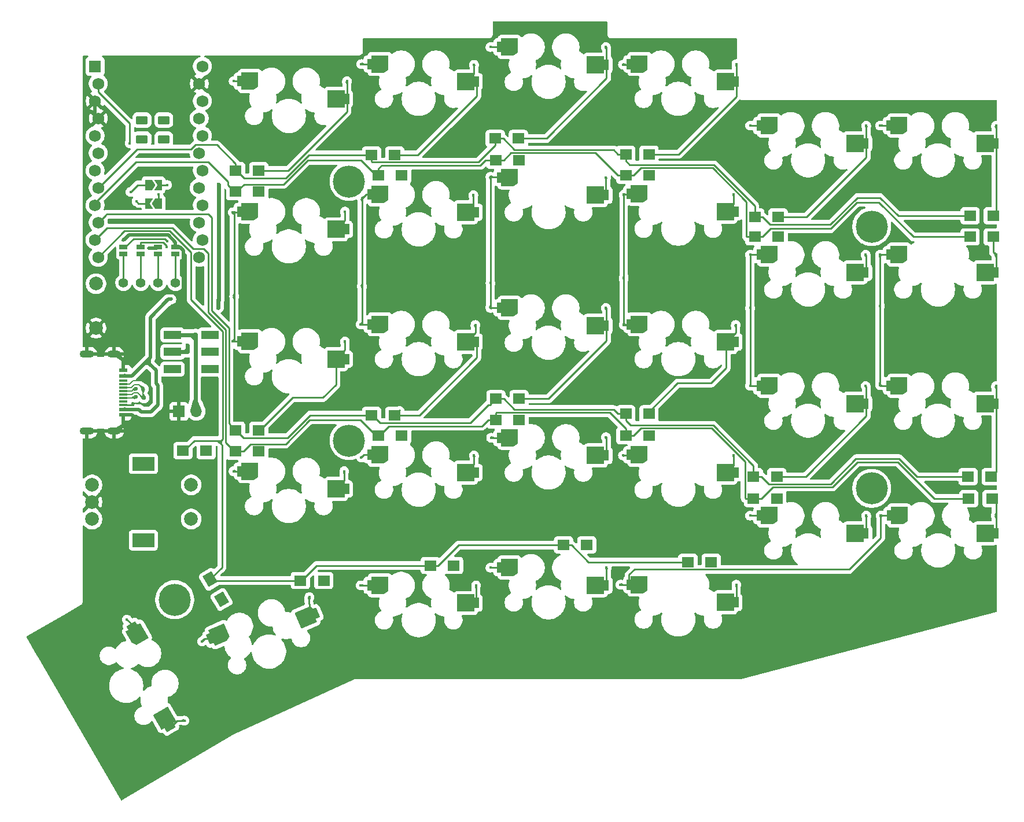
<source format=gtl>
G04 #@! TF.GenerationSoftware,KiCad,Pcbnew,9.0.0*
G04 #@! TF.CreationDate,2025-03-22T23:19:33+08:00*
G04 #@! TF.ProjectId,SofleKeyboard,536f666c-654b-4657-9962-6f6172642e6b,rev?*
G04 #@! TF.SameCoordinates,Original*
G04 #@! TF.FileFunction,Copper,L1,Top*
G04 #@! TF.FilePolarity,Positive*
%FSLAX46Y46*%
G04 Gerber Fmt 4.6, Leading zero omitted, Abs format (unit mm)*
G04 Created by KiCad (PCBNEW 9.0.0) date 2025-03-22 23:19:33*
%MOMM*%
%LPD*%
G01*
G04 APERTURE LIST*
G04 Aperture macros list*
%AMRoundRect*
0 Rectangle with rounded corners*
0 $1 Rounding radius*
0 $2 $3 $4 $5 $6 $7 $8 $9 X,Y pos of 4 corners*
0 Add a 4 corners polygon primitive as box body*
4,1,4,$2,$3,$4,$5,$6,$7,$8,$9,$2,$3,0*
0 Add four circle primitives for the rounded corners*
1,1,$1+$1,$2,$3*
1,1,$1+$1,$4,$5*
1,1,$1+$1,$6,$7*
1,1,$1+$1,$8,$9*
0 Add four rect primitives between the rounded corners*
20,1,$1+$1,$2,$3,$4,$5,0*
20,1,$1+$1,$4,$5,$6,$7,0*
20,1,$1+$1,$6,$7,$8,$9,0*
20,1,$1+$1,$8,$9,$2,$3,0*%
%AMRotRect*
0 Rectangle, with rotation*
0 The origin of the aperture is its center*
0 $1 length*
0 $2 width*
0 $3 Rotation angle, in degrees counterclockwise*
0 Add horizontal line*
21,1,$1,$2,0,0,$3*%
%AMFreePoly0*
4,1,19,2.735355,1.235355,2.750000,1.200000,2.750000,-0.800000,2.735355,-0.835355,2.727735,-0.841603,2.127735,-1.241603,2.100000,-1.250000,0.300000,-1.250000,0.264645,-1.235355,0.250000,-1.200000,0.250000,-0.750000,-0.350000,-0.750000,-0.350000,0.750000,0.250000,0.750000,0.250000,1.200000,0.264645,1.235355,0.300000,1.250000,2.700000,1.250000,2.735355,1.235355,2.735355,1.235355,
$1*%
%AMFreePoly1*
4,1,17,-0.364645,1.235355,-0.350000,1.200000,-0.350000,0.750000,0.350000,0.750000,0.350000,-0.750000,-0.350000,-0.750000,-0.350000,-1.200000,-0.364645,-1.235355,-0.400000,-1.250000,-2.800000,-1.250000,-2.835355,-1.235355,-2.850000,-1.200000,-2.850000,1.200000,-2.835355,1.235355,-2.800000,1.250000,-0.400000,1.250000,-0.364645,1.235355,-0.364645,1.235355,$1*%
%AMFreePoly2*
4,1,6,1.000000,0.000000,0.500000,-0.750000,-0.500000,-0.750000,-0.500000,0.750000,0.500000,0.750000,1.000000,0.000000,1.000000,0.000000,$1*%
%AMFreePoly3*
4,1,6,0.500000,-0.750000,-0.650000,-0.750000,-0.150000,0.000000,-0.650000,0.750000,0.500000,0.750000,0.500000,-0.750000,0.500000,-0.750000,$1*%
G04 Aperture macros list end*
G04 #@! TA.AperFunction,ComponentPad*
%ADD10C,4.700000*%
G04 #@! TD*
G04 #@! TA.AperFunction,ComponentPad*
%ADD11R,1.752600X1.752600*%
G04 #@! TD*
G04 #@! TA.AperFunction,ComponentPad*
%ADD12C,1.752600*%
G04 #@! TD*
G04 #@! TA.AperFunction,SMDPad,CuDef*
%ADD13R,1.143000X0.635000*%
G04 #@! TD*
G04 #@! TA.AperFunction,ComponentPad*
%ADD14R,1.800000X1.500000*%
G04 #@! TD*
G04 #@! TA.AperFunction,ComponentPad*
%ADD15RotRect,1.800000X1.500000X300.000000*%
G04 #@! TD*
G04 #@! TA.AperFunction,SMDPad,CuDef*
%ADD16FreePoly0,0.000000*%
G04 #@! TD*
G04 #@! TA.AperFunction,SMDPad,CuDef*
%ADD17FreePoly1,0.000000*%
G04 #@! TD*
G04 #@! TA.AperFunction,SMDPad,CuDef*
%ADD18FreePoly0,300.000000*%
G04 #@! TD*
G04 #@! TA.AperFunction,SMDPad,CuDef*
%ADD19FreePoly1,300.000000*%
G04 #@! TD*
G04 #@! TA.AperFunction,SMDPad,CuDef*
%ADD20FreePoly0,23.000000*%
G04 #@! TD*
G04 #@! TA.AperFunction,SMDPad,CuDef*
%ADD21FreePoly1,23.000000*%
G04 #@! TD*
G04 #@! TA.AperFunction,ComponentPad*
%ADD22C,1.397000*%
G04 #@! TD*
G04 #@! TA.AperFunction,ComponentPad*
%ADD23C,2.000000*%
G04 #@! TD*
G04 #@! TA.AperFunction,ComponentPad*
%ADD24R,3.200000X2.000000*%
G04 #@! TD*
G04 #@! TA.AperFunction,SMDPad,CuDef*
%ADD25FreePoly2,180.000000*%
G04 #@! TD*
G04 #@! TA.AperFunction,SMDPad,CuDef*
%ADD26FreePoly3,180.000000*%
G04 #@! TD*
G04 #@! TA.AperFunction,SMDPad,CuDef*
%ADD27FreePoly2,0.000000*%
G04 #@! TD*
G04 #@! TA.AperFunction,SMDPad,CuDef*
%ADD28FreePoly3,0.000000*%
G04 #@! TD*
G04 #@! TA.AperFunction,ComponentPad*
%ADD29R,1.700000X1.700000*%
G04 #@! TD*
G04 #@! TA.AperFunction,ComponentPad*
%ADD30O,1.700000X1.700000*%
G04 #@! TD*
G04 #@! TA.AperFunction,SMDPad,CuDef*
%ADD31R,2.500000X1.200000*%
G04 #@! TD*
G04 #@! TA.AperFunction,SMDPad,CuDef*
%ADD32R,1.300000X0.600000*%
G04 #@! TD*
G04 #@! TA.AperFunction,SMDPad,CuDef*
%ADD33R,1.300000X0.300000*%
G04 #@! TD*
G04 #@! TA.AperFunction,ComponentPad*
%ADD34O,1.900000X1.100000*%
G04 #@! TD*
G04 #@! TA.AperFunction,ComponentPad*
%ADD35O,2.100000X1.100000*%
G04 #@! TD*
G04 #@! TA.AperFunction,ComponentPad*
%ADD36RoundRect,0.250000X-0.625000X0.375000X-0.625000X-0.375000X0.625000X-0.375000X0.625000X0.375000X0*%
G04 #@! TD*
G04 #@! TA.AperFunction,SMDPad,CuDef*
%ADD37RoundRect,0.250000X-0.625000X0.375000X-0.625000X-0.375000X0.625000X-0.375000X0.625000X0.375000X0*%
G04 #@! TD*
G04 #@! TA.AperFunction,ViaPad*
%ADD38C,0.400000*%
G04 #@! TD*
G04 #@! TA.AperFunction,ViaPad*
%ADD39C,0.600000*%
G04 #@! TD*
G04 #@! TA.AperFunction,Conductor*
%ADD40C,0.250000*%
G04 #@! TD*
G04 #@! TA.AperFunction,Conductor*
%ADD41C,0.500000*%
G04 #@! TD*
G04 #@! TA.AperFunction,Conductor*
%ADD42C,0.200000*%
G04 #@! TD*
G04 #@! TA.AperFunction,Conductor*
%ADD43C,0.600000*%
G04 #@! TD*
G04 APERTURE END LIST*
D10*
X129300000Y-59600000D03*
X205800000Y-66210000D03*
X205800000Y-104510000D03*
X103800000Y-120810000D03*
D11*
X92151400Y-42740000D03*
D12*
X92608600Y-45280000D03*
X92151400Y-47820000D03*
X92608600Y-50360000D03*
X92151400Y-52900000D03*
X92608600Y-55440000D03*
X92151400Y-57980000D03*
X92608600Y-60520000D03*
X92151400Y-63060000D03*
X92608600Y-65600000D03*
X92151400Y-68140000D03*
X92608600Y-70680000D03*
X107391400Y-70680000D03*
X107848600Y-68140000D03*
X107391400Y-65600000D03*
X107848600Y-63060000D03*
X107391400Y-60520000D03*
X107848600Y-57980000D03*
X107391400Y-55440000D03*
X107848600Y-52900000D03*
X107391400Y-50360000D03*
X107848600Y-47820000D03*
X107391400Y-45280000D03*
X107848600Y-42740000D03*
D13*
X103900000Y-70200380D03*
X103900000Y-69199620D03*
X101300000Y-70200380D03*
X101300000Y-69199620D03*
X98800000Y-70200380D03*
X98800000Y-69199620D03*
D14*
X112700000Y-58000000D03*
X116100000Y-58000000D03*
X132600000Y-55700000D03*
X136000000Y-55700000D03*
X150700000Y-53300000D03*
X154100000Y-53300000D03*
X169800000Y-55600000D03*
X173200000Y-55600000D03*
X188700000Y-64800000D03*
X192100000Y-64800000D03*
X220200000Y-64600000D03*
X223600000Y-64600000D03*
X112700000Y-61100000D03*
X116100000Y-61100000D03*
X133600000Y-58700000D03*
X137000000Y-58700000D03*
X150800000Y-56500000D03*
X154200000Y-56500000D03*
X169800000Y-58700000D03*
X173200000Y-58700000D03*
X188700000Y-67700000D03*
X192100000Y-67700000D03*
X220200000Y-67700000D03*
X223600000Y-67700000D03*
X112700000Y-96000000D03*
X116100000Y-96000000D03*
X132600000Y-93800000D03*
X136000000Y-93800000D03*
X150800000Y-91400000D03*
X154200000Y-91400000D03*
X169800000Y-93600000D03*
X173200000Y-93600000D03*
X188500000Y-102800000D03*
X191900000Y-102800000D03*
X219900000Y-102800000D03*
X223300000Y-102800000D03*
X112700000Y-99100000D03*
X116100000Y-99100000D03*
X133600000Y-96800000D03*
X137000000Y-96800000D03*
X150800000Y-94500000D03*
X154200000Y-94500000D03*
X169800000Y-96800000D03*
X173200000Y-96800000D03*
X188500000Y-106000000D03*
X191900000Y-106000000D03*
X220000000Y-106000000D03*
X223400000Y-106000000D03*
X105000000Y-99010000D03*
X108400000Y-99010000D03*
D15*
X108950000Y-117827757D03*
X110650000Y-120772243D03*
D14*
X122200000Y-118000000D03*
X125600000Y-118000000D03*
X141200000Y-115800000D03*
X144600000Y-115800000D03*
X160700000Y-112810000D03*
X164100000Y-112810000D03*
D16*
X113300000Y-44900000D03*
D17*
X129000000Y-47500000D03*
D16*
X113300000Y-64000000D03*
D17*
X129000000Y-66600000D03*
D16*
X113300000Y-83000000D03*
D17*
X129000000Y-85600000D03*
D16*
X113300000Y-102000000D03*
D17*
X129000000Y-104600000D03*
D18*
X97516730Y-124624617D03*
D19*
X103115064Y-139521216D03*
D20*
X108979636Y-126518689D03*
D21*
X124447463Y-122777523D03*
D16*
X132300000Y-118700000D03*
D17*
X148000000Y-121300000D03*
D16*
X151300000Y-116100000D03*
D17*
X167000000Y-118700000D03*
D13*
X96300000Y-70200380D03*
X96300000Y-69199620D03*
D22*
X96300000Y-74410000D03*
X98840000Y-74410000D03*
X101380000Y-74410000D03*
X103920000Y-74410000D03*
D14*
X178900000Y-115310000D03*
X182300000Y-115310000D03*
D16*
X132300000Y-80500000D03*
D17*
X148000000Y-83100000D03*
D16*
X132300000Y-99600000D03*
D17*
X148000000Y-102200000D03*
D16*
X132300000Y-61500000D03*
D17*
X148000000Y-64100000D03*
D16*
X132300000Y-42400000D03*
D17*
X148000000Y-45000000D03*
D16*
X151300000Y-78100000D03*
D17*
X167000000Y-80700000D03*
D16*
X151300000Y-39910000D03*
D17*
X167000000Y-42510000D03*
D16*
X151300000Y-59000000D03*
D17*
X167000000Y-61600000D03*
D16*
X151300000Y-97100000D03*
D17*
X167000000Y-99700000D03*
D16*
X170300000Y-99600000D03*
D17*
X186000000Y-102200000D03*
D16*
X170300000Y-61400000D03*
D17*
X186000000Y-64000000D03*
D16*
X170300000Y-118600000D03*
D17*
X186000000Y-121200000D03*
D16*
X170300000Y-80500000D03*
D17*
X186000000Y-83100000D03*
D16*
X170300000Y-42400000D03*
D17*
X186000000Y-45000000D03*
D16*
X189300000Y-51400000D03*
D17*
X205000000Y-54000000D03*
D16*
X189300000Y-108500000D03*
D17*
X205000000Y-111100000D03*
D16*
X208300000Y-89500000D03*
D17*
X224000000Y-92100000D03*
D16*
X208350000Y-108500000D03*
D17*
X224050000Y-111100000D03*
D16*
X208300000Y-51400000D03*
D17*
X224000000Y-54000000D03*
D16*
X208300000Y-70300000D03*
D17*
X224000000Y-72900000D03*
D16*
X189300000Y-89500000D03*
D17*
X205000000Y-92100000D03*
D16*
X189300000Y-70300000D03*
D17*
X205000000Y-72900000D03*
D10*
X129300000Y-97510000D03*
D23*
X91700000Y-104000000D03*
X91700000Y-109000000D03*
X91700000Y-106500000D03*
D24*
X99200000Y-100900000D03*
X99200000Y-112100000D03*
D23*
X106200000Y-109000000D03*
X106200000Y-104000000D03*
D25*
X101425000Y-62810000D03*
D26*
X99975000Y-62810000D03*
D27*
X99950000Y-60110000D03*
D28*
X101400000Y-60110000D03*
D23*
X92280000Y-81052000D03*
X92280000Y-74552000D03*
D29*
X104405000Y-93252000D03*
D30*
X106945000Y-93252000D03*
D31*
X103480000Y-82052000D03*
X103480000Y-84552000D03*
X103480000Y-87052000D03*
X108980000Y-82052000D03*
X108980000Y-84552000D03*
X108980000Y-87052000D03*
D32*
X96290000Y-87262000D03*
X96290000Y-88062000D03*
D33*
X96290000Y-89262000D03*
X96290000Y-90262000D03*
X96290000Y-90762000D03*
X96290000Y-91762000D03*
D32*
X96290000Y-92962000D03*
X96290000Y-93762000D03*
X96290000Y-93762000D03*
X96290000Y-92962000D03*
D33*
X96290000Y-92262000D03*
X96290000Y-91262000D03*
X96290000Y-89762000D03*
X96290000Y-88762000D03*
D32*
X96290000Y-88062000D03*
X96290000Y-87262000D03*
D34*
X94940000Y-84892000D03*
D35*
X90940000Y-84892000D03*
D34*
X94940000Y-96132000D03*
D35*
X90940000Y-96132000D03*
D36*
X102200000Y-50610000D03*
D37*
X102200000Y-50610000D03*
D36*
X102200000Y-53410000D03*
D37*
X102200000Y-53410000D03*
D36*
X99000000Y-50610000D03*
D37*
X99000000Y-50610000D03*
D36*
X99000000Y-53410000D03*
D37*
X99000000Y-53410000D03*
D35*
X90940000Y-96132000D03*
D34*
X94940000Y-96132000D03*
D35*
X90940000Y-84892000D03*
D34*
X94940000Y-84892000D03*
D38*
X129000000Y-44910000D03*
X147600000Y-42500000D03*
X166900000Y-39910000D03*
X186000000Y-42410000D03*
X205000000Y-51410000D03*
X224000000Y-51410000D03*
X128700000Y-64000000D03*
X147500000Y-61600000D03*
X166900000Y-59010000D03*
X185600000Y-61500000D03*
X204900000Y-70310000D03*
X224000000Y-70310000D03*
X128700000Y-83000002D03*
X147800000Y-80600000D03*
X166900000Y-78110000D03*
X185900000Y-80600000D03*
X204900000Y-89510000D03*
X224000000Y-89510000D03*
X128600000Y-102000000D03*
X147600000Y-99700000D03*
X166900000Y-97010000D03*
X185600000Y-99700000D03*
X205000000Y-108510000D03*
X224000000Y-108510000D03*
X105200000Y-138510000D03*
X123500000Y-120410000D03*
X147900000Y-118710000D03*
D39*
X102640000Y-77082000D03*
D38*
X103278891Y-76750891D03*
X99988501Y-69316621D03*
D39*
X96290000Y-92962000D03*
X96290000Y-88062000D03*
D38*
X103930000Y-58352000D03*
D39*
X188750000Y-96610000D03*
X142330000Y-50652000D03*
X166500000Y-108460000D03*
D38*
X96300000Y-68200000D03*
D39*
X104880000Y-106552000D03*
X222730000Y-116552000D03*
D38*
X108380000Y-80602000D03*
D39*
X176030000Y-75902000D03*
D38*
X111480000Y-63052000D03*
D39*
X109530000Y-101602000D03*
X129280000Y-81252000D03*
X183255000Y-92052000D03*
X99780000Y-122152000D03*
X149030000Y-113752000D03*
X186530000Y-131452000D03*
X172080000Y-50602000D03*
X195930000Y-121552000D03*
X99930000Y-87752000D03*
X222730000Y-121552000D03*
X208430000Y-87002000D03*
X105680000Y-143352000D03*
D38*
X97130000Y-86052000D03*
D39*
X157530000Y-52002000D03*
X148080000Y-87302000D03*
X101080000Y-42752000D03*
X167430000Y-85452000D03*
X161530000Y-131452000D03*
X146030000Y-96727000D03*
D38*
X105580000Y-90602000D03*
D39*
X201890000Y-104782000D03*
X133180000Y-127877000D03*
X189250000Y-76260000D03*
X115950000Y-120210000D03*
X168630000Y-40652000D03*
X151580000Y-36952000D03*
X203805000Y-119527000D03*
X202130000Y-66052000D03*
D38*
X107430000Y-73002000D03*
D39*
X209850000Y-59810000D03*
X189450000Y-86610000D03*
X104730000Y-125152000D03*
X101180000Y-145852000D03*
D38*
X96830000Y-80452000D03*
D39*
X121830000Y-59802000D03*
X166300000Y-114210000D03*
D38*
X103780000Y-55752000D03*
D39*
X156530000Y-131452000D03*
X160230000Y-69777000D03*
X94930000Y-76252000D03*
X133700000Y-71060000D03*
X169480000Y-50502000D03*
X199980000Y-78202000D03*
X128850000Y-118410000D03*
X173180000Y-127877000D03*
X207280000Y-59602000D03*
X176280000Y-113152000D03*
X113880000Y-138802000D03*
D38*
X103880000Y-96552000D03*
D39*
X143180000Y-127877000D03*
X122830000Y-97602000D03*
X119780000Y-56502000D03*
X114080000Y-79552000D03*
X210180000Y-63152000D03*
X198130000Y-64752000D03*
X118205000Y-111002000D03*
X159680000Y-53702000D03*
X93380000Y-143352000D03*
D38*
X95130000Y-55352000D03*
D39*
X124250000Y-112360000D03*
X132280000Y-51552000D03*
X168330000Y-79252000D03*
X205730000Y-76402000D03*
X141730000Y-93602000D03*
X141530000Y-131452000D03*
D38*
X96080000Y-42402000D03*
D39*
X171530000Y-131452000D03*
X147530000Y-55502000D03*
D38*
X101630000Y-65452000D03*
D39*
X176080000Y-93852000D03*
X106530000Y-100902000D03*
X129580000Y-76152000D03*
D38*
X101430000Y-55752000D03*
D39*
X98030000Y-94252000D03*
D38*
X112680000Y-93252000D03*
D39*
X151650000Y-71010000D03*
X207230000Y-98502000D03*
X129280000Y-89852000D03*
X195280000Y-101002000D03*
X205730000Y-87852000D03*
X114980000Y-53060000D03*
X107130000Y-138552000D03*
X205980000Y-49852000D03*
D38*
X111330000Y-79252000D03*
D39*
X96030000Y-78452000D03*
X119500000Y-119160000D03*
X129580000Y-51202000D03*
X107730000Y-75052000D03*
X118030000Y-137002000D03*
X119303662Y-95296143D03*
X206930000Y-114502000D03*
D38*
X105730000Y-85852000D03*
D39*
X91680000Y-117752000D03*
D38*
X104380000Y-90602000D03*
D39*
X223380000Y-48702000D03*
D38*
X115130000Y-91252000D03*
D39*
X186380000Y-85852000D03*
X129180000Y-114352000D03*
X208200000Y-82160000D03*
X150830000Y-48852000D03*
X183180000Y-127877000D03*
X197430000Y-128452000D03*
X109305000Y-96002000D03*
X197630000Y-102852000D03*
X190380000Y-62752000D03*
D38*
X95330000Y-46552000D03*
X102030000Y-94752000D03*
D39*
X91230000Y-100002000D03*
X151080000Y-89152000D03*
X221930000Y-62152000D03*
X113400000Y-119160000D03*
D38*
X125430000Y-71602000D03*
X118680000Y-78102000D03*
X104830000Y-96552000D03*
D39*
X189480000Y-80402000D03*
D38*
X105530000Y-88452000D03*
D39*
X125630000Y-54552000D03*
X176830000Y-53952000D03*
X141430000Y-55552000D03*
X148700000Y-108760000D03*
X169230000Y-91452000D03*
X186130000Y-110102000D03*
D38*
X104630000Y-77002000D03*
D39*
X87880000Y-133702000D03*
D38*
X92980000Y-98002000D03*
D39*
X99930000Y-76502000D03*
D38*
X95800000Y-65510000D03*
D39*
X168580000Y-110052000D03*
X112330000Y-53010000D03*
X142130000Y-89252000D03*
X132530000Y-91602000D03*
X124930000Y-57902000D03*
X122030000Y-135052000D03*
D38*
X96229300Y-53980700D03*
D39*
X185130000Y-39652000D03*
X132930000Y-39152000D03*
D38*
X92980000Y-83452000D03*
X122130000Y-76852000D03*
D39*
X198180000Y-80602000D03*
D38*
X112680000Y-88402000D03*
D39*
X129480000Y-71152000D03*
D38*
X103830000Y-62252000D03*
D39*
X209650000Y-102022000D03*
X176530000Y-131452000D03*
D38*
X111830000Y-50452000D03*
X97730000Y-92262000D03*
D39*
X148180000Y-40552000D03*
X101030000Y-45902000D03*
X178980000Y-55952000D03*
X148300000Y-115910000D03*
X125980000Y-133102000D03*
X85080000Y-128702000D03*
X186680000Y-48652000D03*
D38*
X104280000Y-46252000D03*
D39*
X181530000Y-131452000D03*
X223280000Y-82002000D03*
X158730000Y-107327000D03*
D38*
X99430000Y-97602000D03*
X108430000Y-90952000D03*
X107780000Y-77002000D03*
D39*
X171230000Y-70902000D03*
X88580000Y-123552000D03*
X148230000Y-75702000D03*
D38*
X94880000Y-82652000D03*
D39*
X169030000Y-53402000D03*
X185730000Y-96352000D03*
X114180000Y-76102000D03*
X95330000Y-102452000D03*
X120850000Y-115460000D03*
X166530000Y-131452000D03*
X148180000Y-50102000D03*
X186030000Y-58002000D03*
X146530000Y-131452000D03*
X109480000Y-107802000D03*
X136530000Y-131452000D03*
X105950000Y-114860000D03*
D38*
X104300000Y-51210000D03*
D39*
X147805000Y-58677000D03*
X172880000Y-91502000D03*
D38*
X111680000Y-77802000D03*
X108864243Y-89022905D03*
D39*
X111080000Y-43352000D03*
X106350000Y-127210000D03*
X205850000Y-82210000D03*
D38*
X106530000Y-78902000D03*
D39*
X131530000Y-131452000D03*
X212480000Y-124202000D03*
X136680000Y-109902000D03*
D38*
X103880000Y-95552000D03*
D39*
X214980000Y-104052000D03*
D38*
X125830000Y-78452000D03*
D39*
X210030000Y-98702000D03*
D38*
X104830000Y-95552000D03*
D39*
X97880000Y-142227000D03*
X211680000Y-65752000D03*
X113500000Y-114960000D03*
D38*
X118130000Y-92702000D03*
D39*
X207530000Y-125452000D03*
X210755000Y-68052000D03*
X129530000Y-43002000D03*
X186550000Y-113910000D03*
X103730000Y-78052000D03*
X202230000Y-127052000D03*
X165980000Y-36752000D03*
X151930000Y-75402000D03*
X160480000Y-91702000D03*
D38*
X99180000Y-55702000D03*
D39*
X171530000Y-77002000D03*
X109450000Y-112210000D03*
D38*
X98930000Y-65452000D03*
D39*
X157830000Y-90002000D03*
X150980000Y-84952000D03*
X96480000Y-148552000D03*
X167880000Y-70902000D03*
D38*
X100130000Y-77752000D03*
D39*
X111800000Y-112260000D03*
X116230000Y-71127000D03*
X111205000Y-135252000D03*
X105930000Y-117702000D03*
D38*
X97130000Y-95152000D03*
X111430000Y-73202000D03*
D39*
X131005000Y-106727000D03*
D38*
X104105000Y-53777000D03*
D39*
X151530000Y-131452000D03*
X186650000Y-76110000D03*
X189200000Y-117810000D03*
X188780000Y-58302000D03*
D38*
X100130000Y-92102000D03*
D39*
X142980000Y-112752000D03*
D38*
X95380000Y-61452000D03*
D39*
X192330000Y-129802000D03*
X151550000Y-108810000D03*
D38*
X95000000Y-63060000D03*
D39*
X222700000Y-97560000D03*
X97800000Y-120010000D03*
X147800000Y-71010000D03*
X133380000Y-76052000D03*
X96730000Y-82552000D03*
D38*
X104930000Y-80452000D03*
D39*
X217230000Y-123052000D03*
X90580000Y-138502000D03*
X169100000Y-116560000D03*
D38*
X207100000Y-108510000D03*
X169000000Y-118610000D03*
X207000000Y-89410000D03*
X207000000Y-51410000D03*
X207000000Y-70310000D03*
X207000000Y-77810000D03*
X188000000Y-51410000D03*
X188000000Y-70310000D03*
X188000000Y-78110000D03*
X188000000Y-89510000D03*
X188000000Y-108510000D03*
X150000000Y-116110000D03*
X131000000Y-118710000D03*
X169400000Y-99700000D03*
X169500000Y-73710000D03*
X169500000Y-61500000D03*
X169400000Y-42500000D03*
X169500000Y-80600000D03*
X150000000Y-58910000D03*
X107800000Y-126910000D03*
X150000000Y-39910000D03*
X150000000Y-74460000D03*
X150000000Y-78110000D03*
X150100000Y-97110000D03*
X131200000Y-62110000D03*
X131100000Y-42410000D03*
X131200000Y-75010000D03*
X131100000Y-100010000D03*
X96800000Y-123710000D03*
X131000000Y-80510000D03*
X102700000Y-60110000D03*
X102700000Y-68300000D03*
X101400000Y-61510000D03*
X102600000Y-69200000D03*
X167000000Y-116110000D03*
X97200000Y-54010000D03*
X186000000Y-118610000D03*
X112400000Y-101999990D03*
X112399986Y-44900000D03*
X112499999Y-76410001D03*
X112300000Y-83000000D03*
X112300000Y-64100000D03*
X98200000Y-62510000D03*
D39*
X99180000Y-89952000D03*
X99303999Y-91276587D03*
D38*
X97323501Y-61136499D03*
D39*
X98130000Y-89952000D03*
X98130000Y-91152000D03*
X110230000Y-60052000D03*
X105630000Y-83602000D03*
X110180000Y-77052000D03*
X110180000Y-78052000D03*
X110230000Y-61052000D03*
X105630000Y-84552000D03*
X106830000Y-81952000D03*
X106830000Y-82952000D03*
D40*
X129000000Y-49382000D02*
X129000000Y-47500000D01*
X116100000Y-58000000D02*
X120382000Y-58000000D01*
X120382000Y-58000000D02*
X129000000Y-49382000D01*
X129000000Y-47500000D02*
X129000000Y-44910000D01*
X110830000Y-97292000D02*
X110600000Y-97522000D01*
X105172000Y-99010000D02*
X105000000Y-99010000D01*
X110700000Y-116077757D02*
X110700000Y-98122000D01*
X164350000Y-115310000D02*
X178900000Y-115310000D01*
X108950000Y-117827757D02*
X110700000Y-116077757D01*
X110600000Y-98022000D02*
X110700000Y-98122000D01*
X106190099Y-69976915D02*
X106190099Y-76912099D01*
X124550000Y-115800000D02*
X122350000Y-118000000D01*
X103063218Y-66850034D02*
X106190099Y-69976915D01*
X110830000Y-81552000D02*
X110830000Y-97292000D01*
X145340000Y-112810000D02*
X160700000Y-112810000D01*
X141200000Y-115800000D02*
X124550000Y-115800000D01*
X96438566Y-66850034D02*
X103063218Y-66850034D01*
X160700000Y-112810000D02*
X161850000Y-112810000D01*
X161850000Y-112810000D02*
X164350000Y-115310000D01*
X142350000Y-115800000D02*
X145340000Y-112810000D01*
X122350000Y-118000000D02*
X122200000Y-118000000D01*
X109122243Y-118000000D02*
X108950000Y-117827757D01*
X92608600Y-70680000D02*
X96438566Y-66850034D01*
X110600000Y-97522000D02*
X110350000Y-97772000D01*
X141200000Y-115800000D02*
X142350000Y-115800000D01*
X109900000Y-97522000D02*
X106660000Y-97522000D01*
X110700000Y-98122000D02*
X110350000Y-97772000D01*
X106190099Y-76912099D02*
X110830000Y-81552000D01*
X141350000Y-115800000D02*
X141200000Y-115800000D01*
X110350000Y-97772000D02*
X110100000Y-97522000D01*
X109900000Y-97522000D02*
X110600000Y-97522000D01*
X106660000Y-97522000D02*
X105172000Y-99010000D01*
X110600000Y-97522000D02*
X110600000Y-98022000D01*
X110100000Y-97522000D02*
X109900000Y-97522000D01*
X122200000Y-118000000D02*
X109122243Y-118000000D01*
X139382000Y-55700000D02*
X148000000Y-47082000D01*
X147600000Y-42500000D02*
X147600000Y-43860000D01*
X136000000Y-55700000D02*
X139382000Y-55700000D01*
X148000000Y-45100000D02*
X146440000Y-45100000D01*
X148000000Y-47082000D02*
X148000000Y-45000000D01*
X146440000Y-45100000D02*
X146400000Y-45060000D01*
X147600000Y-43860000D02*
X146400000Y-45060000D01*
X167000000Y-44502000D02*
X167000000Y-42510000D01*
X167000000Y-42510000D02*
X167000000Y-40010000D01*
X154100000Y-53300000D02*
X158202000Y-53300000D01*
X158202000Y-53300000D02*
X167000000Y-44502000D01*
X167000000Y-40010000D02*
X166900000Y-39910000D01*
X182688402Y-57174990D02*
X188700000Y-63186588D01*
X112700000Y-57000000D02*
X112700000Y-58000000D01*
X132600000Y-55700000D02*
X123401002Y-55700000D01*
X106814775Y-54238699D02*
X109938699Y-54238699D01*
X106190099Y-54863375D02*
X106814775Y-54238699D01*
X188700000Y-63186588D02*
X188700000Y-64800000D01*
X189850000Y-64800000D02*
X190925001Y-65875001D01*
X109938699Y-54238699D02*
X112700000Y-57000000D01*
X113925001Y-59075001D02*
X112850000Y-58000000D01*
X150850000Y-53300000D02*
X150700000Y-53300000D01*
X120026001Y-59075001D02*
X113925001Y-59075001D01*
X169800000Y-55600000D02*
X169800000Y-56600000D01*
X98265225Y-54863375D02*
X106190099Y-54863375D01*
X199756999Y-65875001D02*
X203680000Y-61952000D01*
X132675001Y-56775001D02*
X148224999Y-56775001D01*
X112850000Y-58000000D02*
X112700000Y-58000000D01*
X123401002Y-55700000D02*
X120026001Y-59075001D01*
X132750000Y-55700000D02*
X132600000Y-55700000D01*
X188700000Y-64800000D02*
X189850000Y-64800000D01*
X132600000Y-55700000D02*
X132600000Y-56700000D01*
X188900000Y-64800000D02*
X188700000Y-64800000D01*
X150700000Y-53300000D02*
X151850000Y-53300000D01*
X170374990Y-57174990D02*
X182688402Y-57174990D01*
X190925001Y-65875001D02*
X199756999Y-65875001D01*
X169800000Y-56600000D02*
X170374990Y-57174990D01*
X203680000Y-61952000D02*
X207030000Y-61952000D01*
X209678000Y-64600000D02*
X220200000Y-64600000D01*
X92608600Y-60520000D02*
X98265225Y-54863375D01*
X150700000Y-54300000D02*
X150700000Y-53300000D01*
X168024989Y-54974989D02*
X168650000Y-55600000D01*
X148224999Y-56775001D02*
X150700000Y-54300000D01*
X207030000Y-61952000D02*
X209678000Y-64600000D01*
X168650000Y-55600000D02*
X169800000Y-55600000D01*
X151850000Y-53300000D02*
X153524989Y-54974989D01*
X170000000Y-55600000D02*
X169800000Y-55600000D01*
X132600000Y-56700000D02*
X132675001Y-56775001D01*
X153524989Y-54974989D02*
X168024989Y-54974989D01*
X173200000Y-55600000D02*
X177552000Y-55600000D01*
X186000000Y-47152000D02*
X186000000Y-45000000D01*
X177552000Y-55600000D02*
X186000000Y-47152000D01*
X186000000Y-42410000D02*
X186000000Y-45000000D01*
X187474999Y-67624999D02*
X187550000Y-67700000D01*
X133750000Y-58700000D02*
X133600000Y-58700000D01*
X92151400Y-62755126D02*
X98127827Y-56778699D01*
X92151400Y-63060000D02*
X92151400Y-62755126D01*
X133300000Y-58700000D02*
X131100000Y-56500000D01*
X188700000Y-67700000D02*
X189850000Y-67700000D01*
X199772000Y-66510000D02*
X203630000Y-62652000D01*
X133600000Y-57700000D02*
X134074989Y-57225011D01*
X211878000Y-67700000D02*
X220200000Y-67700000D01*
X133600000Y-58700000D02*
X133600000Y-57700000D01*
X169800000Y-58700000D02*
X170950000Y-58700000D01*
X150800000Y-56500000D02*
X151950000Y-56500000D01*
X148536989Y-57225011D02*
X149262000Y-56500000D01*
X119712413Y-60024999D02*
X113925001Y-60024999D01*
X108676699Y-56778699D02*
X111550000Y-59652000D01*
X170000000Y-58700000D02*
X169800000Y-58700000D01*
X153025001Y-55424999D02*
X165374999Y-55424999D01*
X111550000Y-59652000D02*
X111550000Y-60100000D01*
X150950000Y-56500000D02*
X150800000Y-56500000D01*
X112550000Y-61100000D02*
X112700000Y-61100000D01*
X131100000Y-56500000D02*
X123237412Y-56500000D01*
X170950000Y-58700000D02*
X172025001Y-57624999D01*
X113925001Y-60024999D02*
X112850000Y-61100000D01*
X172025001Y-57624999D02*
X182502001Y-57624999D01*
X168650000Y-58700000D02*
X169800000Y-58700000D01*
X134074989Y-57225011D02*
X148536989Y-57225011D01*
X206830000Y-62652000D02*
X211878000Y-67700000D01*
X165374999Y-55424999D02*
X168650000Y-58700000D01*
X191040000Y-66510000D02*
X199772000Y-66510000D01*
X187474999Y-62597997D02*
X187474999Y-67624999D01*
X112850000Y-61100000D02*
X112700000Y-61100000D01*
X149262000Y-56500000D02*
X150800000Y-56500000D01*
X150800000Y-56500000D02*
X150600000Y-56700000D01*
X189850000Y-67700000D02*
X191040000Y-66510000D01*
X203630000Y-62652000D02*
X206830000Y-62652000D01*
X111550000Y-60100000D02*
X112550000Y-61100000D01*
X133600000Y-58700000D02*
X133300000Y-58700000D01*
X182502001Y-57624999D02*
X187474999Y-62597997D01*
X98127827Y-56778699D02*
X108676699Y-56778699D01*
X123237412Y-56500000D02*
X119712413Y-60024999D01*
X187550000Y-67700000D02*
X188700000Y-67700000D01*
X151950000Y-56500000D02*
X153025001Y-55424999D01*
X192100000Y-64800000D02*
X196262000Y-64800000D01*
X205000000Y-54000000D02*
X205000000Y-51410000D01*
X196262000Y-64800000D02*
X205000000Y-56062000D01*
X205000000Y-56062000D02*
X205000000Y-54000000D01*
X203475991Y-100172000D02*
X209780000Y-100172000D01*
X182588402Y-95274990D02*
X188500000Y-101186588D01*
X188500000Y-102800000D02*
X188350000Y-102800000D01*
X112800000Y-96000000D02*
X112700000Y-96000000D01*
X92608600Y-65600000D02*
X93680000Y-64552000D01*
X150800000Y-91400000D02*
X151950000Y-91400000D01*
X123600000Y-93800000D02*
X120300000Y-97100000D01*
X113900000Y-97100000D02*
X112800000Y-96000000D01*
X132600000Y-93800000D02*
X123600000Y-93800000D01*
X111730000Y-81052000D02*
X109180000Y-78502000D01*
X188500000Y-102800000D02*
X189650000Y-102800000D01*
X93680000Y-64552000D02*
X93809901Y-64398699D01*
X149900000Y-92300000D02*
X150800000Y-91400000D01*
X188500000Y-101186588D02*
X188500000Y-102800000D01*
X120300000Y-97100000D02*
X113900000Y-97100000D01*
X170000000Y-93600000D02*
X169800000Y-93600000D01*
X153524989Y-92974989D02*
X168024989Y-92974989D01*
X133850000Y-94900000D02*
X132750000Y-93800000D01*
X132750000Y-93800000D02*
X132600000Y-93800000D01*
X169800000Y-93600000D02*
X169800000Y-94600000D01*
X147050000Y-94900000D02*
X133850000Y-94900000D01*
X170474989Y-95274989D02*
X182588402Y-95274990D01*
X190725001Y-103875001D02*
X199772990Y-103875001D01*
X93833301Y-64398699D02*
X93680000Y-64552000D01*
X212408000Y-102800000D02*
X219900000Y-102800000D01*
X109180000Y-64882000D02*
X108696699Y-64398699D01*
X189650000Y-102800000D02*
X190725001Y-103875001D01*
X150950000Y-91400000D02*
X150800000Y-91400000D01*
X111730000Y-95030000D02*
X111730000Y-81052000D01*
X109180000Y-78502000D02*
X109180000Y-64882000D01*
X168650000Y-93600000D02*
X169800000Y-93600000D01*
X169800000Y-94600000D02*
X170474989Y-95274989D01*
X209780000Y-100172000D02*
X212408000Y-102800000D01*
X149650000Y-92300000D02*
X147050000Y-94900000D01*
X112700000Y-96000000D02*
X111730000Y-95030000D01*
X199772990Y-103875001D02*
X203475991Y-100172000D01*
X151950000Y-91400000D02*
X153524989Y-92974989D01*
X149650000Y-92300000D02*
X149900000Y-92300000D01*
X108696699Y-64398699D02*
X93833301Y-64398699D01*
X168024989Y-92974989D02*
X168650000Y-93600000D01*
X224000000Y-51410000D02*
X224000000Y-51692842D01*
X224000000Y-64200000D02*
X223600000Y-64600000D01*
X224000000Y-51692842D02*
X224000000Y-54000000D01*
X224000000Y-54000000D02*
X224000000Y-64200000D01*
X108730000Y-78752000D02*
X111280000Y-81302000D01*
X133300000Y-96800000D02*
X131000000Y-94500000D01*
X150800000Y-93500000D02*
X150800000Y-94500000D01*
X108062439Y-69478699D02*
X108730000Y-70146260D01*
X150875001Y-93424999D02*
X150800000Y-93500000D01*
X93891375Y-66400025D02*
X103428025Y-66400025D01*
X120011411Y-98024999D02*
X114925001Y-98024999D01*
X169800000Y-96800000D02*
X169800000Y-95800000D01*
X135150000Y-95400000D02*
X133750000Y-96800000D01*
X209615824Y-100647824D02*
X214968000Y-106000000D01*
X191324989Y-104325011D02*
X200041875Y-104325011D01*
X113850000Y-99100000D02*
X112700000Y-99100000D01*
X106506699Y-69478699D02*
X108062439Y-69478699D01*
X114925001Y-98024999D02*
X113850000Y-99100000D01*
X188500000Y-106000000D02*
X189650000Y-106000000D01*
X170000000Y-96800000D02*
X169800000Y-96800000D01*
X188650000Y-106000000D02*
X188500000Y-106000000D01*
X108730000Y-70146260D02*
X108730000Y-78752000D01*
X182402001Y-95724999D02*
X187274999Y-100597997D01*
X148750000Y-95400000D02*
X149650000Y-94500000D01*
X133600000Y-96800000D02*
X133300000Y-96800000D01*
X123536410Y-94500000D02*
X120011411Y-98024999D01*
X200041875Y-104325011D02*
X203719062Y-100647824D01*
X92151400Y-68140000D02*
X93891375Y-66400025D01*
X167424999Y-93424999D02*
X150875001Y-93424999D01*
X150950000Y-94500000D02*
X150800000Y-94500000D01*
X131000000Y-94500000D02*
X123536410Y-94500000D01*
X111280000Y-97830000D02*
X112550000Y-99100000D01*
X203719062Y-100647824D02*
X209615824Y-100647824D01*
X189650000Y-106000000D02*
X191324989Y-104325011D01*
X187274999Y-105924999D02*
X187350000Y-106000000D01*
X172025001Y-95724999D02*
X182402001Y-95724999D01*
X170950000Y-96800000D02*
X172025001Y-95724999D01*
X214968000Y-106000000D02*
X220000000Y-106000000D01*
X111280000Y-81302000D02*
X111280000Y-97830000D01*
X103428025Y-66400025D02*
X106506699Y-69478699D01*
X188500000Y-106000000D02*
X188350000Y-106000000D01*
X187350000Y-106000000D02*
X188500000Y-106000000D01*
X112550000Y-99100000D02*
X112700000Y-99100000D01*
X169800000Y-95800000D02*
X167424999Y-93424999D01*
X169800000Y-96800000D02*
X170950000Y-96800000D01*
X187274999Y-100597997D02*
X187274999Y-105924999D01*
X149650000Y-94500000D02*
X150800000Y-94500000D01*
X133750000Y-96800000D02*
X133600000Y-96800000D01*
X135150000Y-95400000D02*
X148750000Y-95400000D01*
X128700000Y-65260000D02*
X128700000Y-64000000D01*
X129000000Y-66600000D02*
X127440000Y-66600000D01*
X127400000Y-66560000D02*
X128700000Y-65260000D01*
X127440000Y-66600000D02*
X127400000Y-66560000D01*
X146440001Y-64200000D02*
X146400000Y-64159999D01*
X147500000Y-61600000D02*
X147500000Y-63059999D01*
X147500000Y-63059999D02*
X146400000Y-64159999D01*
X148000000Y-64200000D02*
X146440001Y-64200000D01*
X166900000Y-61500000D02*
X167000000Y-61600000D01*
X166900000Y-59010000D02*
X166900000Y-61500000D01*
X184540000Y-64100000D02*
X184500000Y-64060000D01*
X185600000Y-61500000D02*
X185600000Y-62960000D01*
X186100000Y-64100000D02*
X184540000Y-64100000D01*
X185600000Y-62960000D02*
X184500000Y-64060000D01*
X203600000Y-72500000D02*
X203400000Y-72700000D01*
X205000000Y-70410000D02*
X204900000Y-70310000D01*
X205000000Y-72900000D02*
X205000000Y-70410000D01*
X224000000Y-70592842D02*
X224000000Y-72900000D01*
X223600000Y-67700000D02*
X223600000Y-69910000D01*
X223600000Y-69910000D02*
X224000000Y-70310000D01*
X224000000Y-70310000D02*
X224000000Y-70592842D01*
X127400000Y-85560000D02*
X127400000Y-89300000D01*
X125468000Y-91232000D02*
X121040000Y-91232000D01*
X116272000Y-96000000D02*
X116100000Y-96000000D01*
X127400000Y-85560000D02*
X128700000Y-84260000D01*
X129000000Y-85600000D02*
X127440000Y-85600000D01*
X127400000Y-89300000D02*
X125468000Y-91232000D01*
X127440000Y-85600000D02*
X127400000Y-85560000D01*
X128700000Y-84260000D02*
X128700000Y-83000002D01*
X121040000Y-91232000D02*
X116272000Y-96000000D01*
X139602000Y-93800000D02*
X148000000Y-85402000D01*
X136700000Y-93100000D02*
X136000000Y-93800000D01*
X147800000Y-80600000D02*
X147800000Y-81760000D01*
X146440000Y-83200000D02*
X146400000Y-83160000D01*
X148000000Y-83200000D02*
X146440000Y-83200000D01*
X148000000Y-85402000D02*
X148000000Y-83100000D01*
X136000000Y-93800000D02*
X139602000Y-93800000D01*
X147800000Y-81760000D02*
X146400000Y-83160000D01*
X158492000Y-91400000D02*
X167000000Y-82892000D01*
X154200000Y-91400000D02*
X158492000Y-91400000D01*
X167000000Y-78210000D02*
X166900000Y-78110000D01*
X167000000Y-82892000D02*
X167000000Y-80700000D01*
X167000000Y-80700000D02*
X167000000Y-78210000D01*
X173200000Y-93300000D02*
X177400000Y-89100000D01*
X185900000Y-80600000D02*
X185900000Y-81760000D01*
X173200000Y-93600000D02*
X173200000Y-93300000D01*
X184540000Y-83200000D02*
X184500000Y-83160000D01*
X184500000Y-86900000D02*
X184500000Y-83160000D01*
X186100000Y-83200000D02*
X184540000Y-83200000D01*
X185900000Y-81760000D02*
X184500000Y-83160000D01*
X177400000Y-89100000D02*
X182300000Y-89100000D01*
X182300000Y-89100000D02*
X184500000Y-86900000D01*
X205000000Y-89610000D02*
X204900000Y-89510000D01*
X196152000Y-102800000D02*
X205000000Y-93952000D01*
X203600000Y-91700000D02*
X203400000Y-91900000D01*
X205000000Y-93952000D02*
X205000000Y-92100000D01*
X205000000Y-92100000D02*
X205000000Y-89610000D01*
X191900000Y-102800000D02*
X196152000Y-102800000D01*
X224000000Y-89510000D02*
X224000000Y-89792842D01*
X224000000Y-102100000D02*
X223300000Y-102800000D01*
X224000000Y-89792842D02*
X224000000Y-92100000D01*
X224000000Y-92100000D02*
X224000000Y-102100000D01*
X128600000Y-103360000D02*
X127400000Y-104560000D01*
X128600000Y-102000000D02*
X128600000Y-103360000D01*
X129000000Y-104600000D02*
X127440000Y-104600000D01*
X127440000Y-104600000D02*
X127400000Y-104560000D01*
X147600000Y-101060000D02*
X146400000Y-102260000D01*
X148000000Y-102300000D02*
X146440000Y-102300000D01*
X146440000Y-102300000D02*
X146400000Y-102260000D01*
X147600000Y-99700000D02*
X147600000Y-101060000D01*
X167000000Y-99700000D02*
X167000000Y-97110000D01*
X167000000Y-97110000D02*
X166900000Y-97010000D01*
X184540000Y-102300000D02*
X184500000Y-102260000D01*
X186100000Y-102300000D02*
X184540000Y-102300000D01*
X185600000Y-101160000D02*
X184500000Y-102260000D01*
X185600000Y-99700000D02*
X185600000Y-101160000D01*
X205000000Y-111100000D02*
X205000000Y-108510000D01*
X224000000Y-111050000D02*
X224050000Y-111100000D01*
X224000000Y-106600000D02*
X223400000Y-106000000D01*
X224000000Y-108510000D02*
X224000000Y-111050000D01*
X224000000Y-108510000D02*
X224000000Y-106600000D01*
X104126280Y-138510000D02*
X105300000Y-138510000D01*
X103115064Y-139521216D02*
X104126280Y-138510000D01*
X123400000Y-121010000D02*
X123500000Y-120410000D01*
X123500000Y-121830060D02*
X123400000Y-121010000D01*
X124447463Y-122777523D02*
X123500000Y-121830060D01*
X147900000Y-121200000D02*
X148000000Y-121300000D01*
X147900000Y-118710000D02*
X147900000Y-121200000D01*
D41*
X99720000Y-85892000D02*
X100080000Y-86252000D01*
X101182999Y-69316621D02*
X101300000Y-69199620D01*
X102660000Y-77102000D02*
X102640000Y-77082000D01*
X99395000Y-86217000D02*
X99720000Y-85892000D01*
X101080000Y-87252000D02*
X101080000Y-88252000D01*
X99995000Y-85617000D02*
X100230000Y-85382000D01*
X100080000Y-85532000D02*
X100230000Y-85382000D01*
X100045000Y-86217000D02*
X99395000Y-86217000D01*
X99988501Y-69316621D02*
X101182999Y-69316621D01*
X99720000Y-85892000D02*
X99995000Y-85617000D01*
X101080000Y-88252000D02*
X101080000Y-89202000D01*
X101080000Y-92552000D02*
X101230000Y-92402000D01*
X102880000Y-76842000D02*
X103278891Y-76842000D01*
X100080000Y-86252000D02*
X100045000Y-86217000D01*
X101330000Y-89452000D02*
X101330000Y-92302000D01*
X101080000Y-92552000D02*
X100330000Y-93302000D01*
X96290000Y-88062000D02*
X97550000Y-88062000D01*
X101330000Y-92302000D02*
X101230000Y-92402000D01*
X100230000Y-84602000D02*
X100230000Y-79492000D01*
X98920000Y-93302000D02*
X98580000Y-92962000D01*
X100230000Y-79492000D02*
X102640000Y-77082000D01*
X100230000Y-85382000D02*
X100230000Y-84602000D01*
X102640000Y-77082000D02*
X102880000Y-76842000D01*
X97550000Y-88062000D02*
X99395000Y-86217000D01*
X100330000Y-93302000D02*
X98920000Y-93302000D01*
X100080000Y-86252000D02*
X100080000Y-85532000D01*
X100080000Y-86252000D02*
X101080000Y-87252000D01*
X98580000Y-92962000D02*
X96290000Y-92962000D01*
X101330000Y-89452000D02*
X101080000Y-89202000D01*
X100230000Y-85252000D02*
X100230000Y-84602000D01*
X96229300Y-53980700D02*
X96300000Y-54051400D01*
D42*
X96290000Y-89262000D02*
X97170000Y-89262000D01*
D41*
X96290000Y-93762000D02*
X96290000Y-95262000D01*
D42*
X97280000Y-89152000D02*
X97680000Y-88752000D01*
X97680000Y-88752000D02*
X99330000Y-88752000D01*
D41*
X94940000Y-84892000D02*
X96070000Y-85592000D01*
X92151400Y-47820000D02*
X92151400Y-49902800D01*
X94910000Y-96142000D02*
X96040000Y-95442000D01*
X102825042Y-67425044D02*
X103900000Y-68500002D01*
X92151400Y-49902800D02*
X92608600Y-50360000D01*
X96290000Y-85812000D02*
X96070000Y-85592000D01*
D42*
X97730000Y-92262000D02*
X97730000Y-92252000D01*
D41*
X96290000Y-95262000D02*
X95420000Y-96132000D01*
D42*
X97170000Y-89262000D02*
X97280000Y-89152000D01*
D41*
X105100000Y-69701378D02*
X105100000Y-75710000D01*
X97540000Y-93762000D02*
X98030000Y-94252000D01*
D42*
X97930000Y-92052000D02*
X98430000Y-92052000D01*
D41*
X96070000Y-85592000D02*
X95370000Y-84892000D01*
X95370000Y-84892000D02*
X94940000Y-84892000D01*
X96290000Y-87262000D02*
X96290000Y-85812000D01*
X103900000Y-68500002D02*
X103900000Y-69199620D01*
X96300000Y-68200000D02*
X97074956Y-67425044D01*
X97074956Y-67425044D02*
X102825042Y-67425044D01*
X104598242Y-69199620D02*
X105100000Y-69701378D01*
X96280000Y-76980000D02*
X97418000Y-75842000D01*
D42*
X97730000Y-92252000D02*
X97930000Y-92052000D01*
D41*
X103900000Y-69199620D02*
X104598242Y-69199620D01*
X104968000Y-75842000D02*
X105100000Y-75710000D01*
D40*
X96290000Y-92262000D02*
X97730000Y-92262000D01*
D41*
X97418000Y-75842000D02*
X104968000Y-75842000D01*
X95420000Y-96132000D02*
X94940000Y-96132000D01*
X92608600Y-50360000D02*
X96229300Y-53980700D01*
X96290000Y-93762000D02*
X97540000Y-93762000D01*
D40*
X207090000Y-89500000D02*
X207000000Y-89410000D01*
X170290000Y-118610000D02*
X170300000Y-118600000D01*
X169000000Y-118610000D02*
X170290000Y-118610000D01*
X207010000Y-51400000D02*
X207000000Y-51410000D01*
X208300000Y-89500000D02*
X207090000Y-89500000D01*
X207110000Y-108500000D02*
X207100000Y-108510000D01*
X208290000Y-70310000D02*
X208300000Y-70300000D01*
X207100000Y-111762000D02*
X207100000Y-108510000D01*
X208300000Y-51400000D02*
X207010000Y-51400000D01*
X171066999Y-116385001D02*
X202476999Y-116385001D01*
X202476999Y-116385001D02*
X207100000Y-111762000D01*
X208350000Y-108500000D02*
X207110000Y-108500000D01*
X207000000Y-70310000D02*
X207000000Y-89410000D01*
X207000000Y-70310000D02*
X208290000Y-70310000D01*
X170300000Y-118600000D02*
X170300000Y-117152000D01*
X170300000Y-117152000D02*
X171066999Y-116385001D01*
X188000000Y-78110000D02*
X188000000Y-89510000D01*
X151290000Y-116110000D02*
X151300000Y-116100000D01*
X189290000Y-70310000D02*
X189300000Y-70300000D01*
X188000000Y-70310000D02*
X189290000Y-70310000D01*
X150000000Y-116110000D02*
X151290000Y-116110000D01*
X189300000Y-89500000D02*
X188010000Y-89500000D01*
X188010000Y-108500000D02*
X188000000Y-108510000D01*
X189290000Y-51410000D02*
X189300000Y-51400000D01*
X188010000Y-89500000D02*
X188000000Y-89510000D01*
X188000000Y-70310000D02*
X188000000Y-78110000D01*
X188000000Y-51410000D02*
X189290000Y-51410000D01*
X189300000Y-108500000D02*
X188010000Y-108500000D01*
X169500000Y-73710000D02*
X169500000Y-80600000D01*
X170420000Y-80620000D02*
X170400000Y-80600000D01*
X132290000Y-118710000D02*
X132300000Y-118700000D01*
X170400000Y-42500000D02*
X169400000Y-42500000D01*
X169500000Y-61500000D02*
X169500000Y-73710000D01*
X172000000Y-99720000D02*
X170420000Y-99720000D01*
X170420000Y-99720000D02*
X170400000Y-99700000D01*
X170400000Y-99700000D02*
X169400000Y-99700000D01*
X170420000Y-42520000D02*
X170400000Y-42500000D01*
X172000000Y-80620000D02*
X170420000Y-80620000D01*
X172000000Y-42520000D02*
X170420000Y-42520000D01*
X170420000Y-61520000D02*
X170400000Y-61500000D01*
X131000000Y-118710000D02*
X132290000Y-118710000D01*
X172000000Y-61520000D02*
X170420000Y-61520000D01*
X170400000Y-80600000D02*
X169500000Y-80600000D01*
X170400000Y-61500000D02*
X169500000Y-61500000D01*
X150000000Y-74710000D02*
X150000000Y-78110000D01*
X150000000Y-58910000D02*
X150000000Y-74710000D01*
X150100000Y-97110000D02*
X151290000Y-97110000D01*
X151290000Y-78110000D02*
X151300000Y-78100000D01*
X108979636Y-126518689D02*
X108191311Y-126518689D01*
X108191311Y-126518689D02*
X107800000Y-126910000D01*
X150000000Y-58910000D02*
X151210000Y-58910000D01*
X151300000Y-39910000D02*
X150000000Y-39910000D01*
X150000000Y-78110000D02*
X151290000Y-78110000D01*
X151210000Y-58910000D02*
X151300000Y-59000000D01*
X151290000Y-97110000D02*
X151300000Y-97100000D01*
X131510000Y-99600000D02*
X131100000Y-100010000D01*
X131110000Y-42400000D02*
X131100000Y-42410000D01*
X131200000Y-62110000D02*
X131199999Y-80310001D01*
X132300000Y-99600000D02*
X131510000Y-99600000D01*
X131200000Y-62110000D02*
X131200000Y-74710000D01*
X131200000Y-75010000D02*
X131200000Y-74710000D01*
X131199999Y-80310001D02*
X131000000Y-80510000D01*
X97516730Y-124426730D02*
X96800000Y-123710000D01*
X131810000Y-61500000D02*
X131200000Y-62110000D01*
X131010000Y-80500000D02*
X131000000Y-80510000D01*
X132300000Y-80500000D02*
X131010000Y-80500000D01*
X132300000Y-42400000D02*
X131110000Y-42400000D01*
X97516730Y-124624617D02*
X97516730Y-124426730D01*
X132300000Y-61500000D02*
X131810000Y-61500000D01*
X131200000Y-74710000D02*
X131199999Y-80310001D01*
X96554000Y-69199620D02*
X97753565Y-68000055D01*
X102400055Y-68000055D02*
X102700000Y-68300000D01*
X102700000Y-60110000D02*
X101400000Y-60110000D01*
X96300000Y-69199620D02*
X96554000Y-69199620D01*
X97753565Y-68000055D02*
X102400055Y-68000055D01*
X98800000Y-69199620D02*
X98800000Y-68500000D01*
X98800000Y-68500000D02*
X102074382Y-68500000D01*
X102074382Y-68500000D02*
X102600000Y-69025618D01*
X101400000Y-62785000D02*
X101425000Y-62810000D01*
X101400000Y-61510000D02*
X101400000Y-62785000D01*
X102600000Y-69025618D02*
X102600000Y-69200000D01*
X167000000Y-116110000D02*
X167000000Y-118700000D01*
X92608600Y-45280000D02*
X92608600Y-46519275D01*
X92608600Y-46519275D02*
X97200000Y-51110675D01*
X97200000Y-51110675D02*
X97200000Y-54010000D01*
X186000000Y-118610000D02*
X186000000Y-121200000D01*
X101300000Y-70200380D02*
X101300000Y-74330000D01*
X101300000Y-74330000D02*
X101380000Y-74410000D01*
X96300000Y-70200380D02*
X96300000Y-74410000D01*
X98800000Y-70200380D02*
X98800000Y-74370000D01*
X98800000Y-74370000D02*
X98840000Y-74410000D01*
X103900000Y-74390000D02*
X103920000Y-74410000D01*
X103900000Y-70200380D02*
X103900000Y-74390000D01*
X112499999Y-76410001D02*
X112499999Y-82800001D01*
X114900000Y-83020000D02*
X113320000Y-83020000D01*
X114900000Y-44920000D02*
X113320000Y-44920000D01*
X113300000Y-83000000D02*
X112300000Y-83000000D01*
X113320000Y-64020000D02*
X113300000Y-64000000D01*
X114900000Y-102020000D02*
X113320000Y-102020000D01*
X112400010Y-102000000D02*
X112400000Y-101999990D01*
X113300000Y-102000000D02*
X112400010Y-102000000D01*
X113300000Y-64100000D02*
X112300000Y-64100000D01*
X112499999Y-82800001D02*
X112300000Y-83000000D01*
X113320000Y-102020000D02*
X113300000Y-102000000D01*
X114900000Y-64020000D02*
X113320000Y-64020000D01*
X112300000Y-64100000D02*
X112499999Y-64299999D01*
X113300000Y-44900000D02*
X112399986Y-44900000D01*
X112419986Y-44920000D02*
X112399986Y-44900000D01*
X113320000Y-44920000D02*
X113300000Y-44900000D01*
X112499999Y-64299999D02*
X112499999Y-76410001D01*
X113320000Y-83020000D02*
X113300000Y-83000000D01*
D42*
X98579000Y-89351000D02*
X99180000Y-89952000D01*
X97435800Y-89762000D02*
X97846800Y-89351000D01*
D40*
X99975000Y-62810000D02*
X98500000Y-62810000D01*
D42*
X97779972Y-90552028D02*
X97570000Y-90762000D01*
D40*
X96640000Y-90762000D02*
X96660000Y-90782000D01*
X96290000Y-90762000D02*
X96640000Y-90762000D01*
D42*
X99303999Y-91276587D02*
X99180000Y-91152588D01*
X98980000Y-91152000D02*
X98380028Y-90552028D01*
X99180000Y-91152588D02*
X99180000Y-89952000D01*
X97846800Y-89351000D02*
X98579000Y-89351000D01*
X97570000Y-90762000D02*
X96290000Y-90762000D01*
X98980000Y-91152000D02*
X99179412Y-91152000D01*
D40*
X98500000Y-62810000D02*
X98200000Y-62510000D01*
D42*
X98380028Y-90552028D02*
X97779972Y-90552028D01*
X96290000Y-89762000D02*
X97435800Y-89762000D01*
X99179412Y-91152000D02*
X99303999Y-91276587D01*
X97812900Y-89952000D02*
X98130000Y-89952000D01*
X96290000Y-91262000D02*
X98020000Y-91262000D01*
X97502900Y-90262000D02*
X97812900Y-89952000D01*
D40*
X99950000Y-60110000D02*
X98350000Y-60110000D01*
D42*
X98020000Y-91262000D02*
X98130000Y-91152000D01*
D40*
X98350000Y-60110000D02*
X97323501Y-61136499D01*
D42*
X96290000Y-90262000D02*
X97502900Y-90262000D01*
D43*
X105230000Y-84552000D02*
X103480000Y-84552000D01*
X110230000Y-60052000D02*
X110230000Y-61052000D01*
X105630000Y-84552000D02*
X105630000Y-83602000D01*
X110230000Y-77002000D02*
X110180000Y-77052000D01*
X105630000Y-83602000D02*
X105630000Y-84152000D01*
X110230000Y-61052000D02*
X110230000Y-77002000D01*
X110180000Y-77052000D02*
X110180000Y-78052000D01*
X105630000Y-84152000D02*
X105230000Y-84552000D01*
X105630000Y-84552000D02*
X105230000Y-84552000D01*
D42*
X106730000Y-82052000D02*
X106830000Y-81952000D01*
D43*
X106830000Y-93137000D02*
X106945000Y-93252000D01*
X106830000Y-82952000D02*
X106830000Y-82752000D01*
X106830000Y-82752000D02*
X106130000Y-82052000D01*
X106130000Y-82052000D02*
X106730000Y-82052000D01*
X103480000Y-82052000D02*
X106130000Y-82052000D01*
X106830000Y-82952000D02*
X106830000Y-93137000D01*
X106830000Y-81952000D02*
X106830000Y-82952000D01*
G04 #@! TA.AperFunction,Conductor*
G36*
X91096567Y-41172502D02*
G01*
X91143060Y-41226158D01*
X91153164Y-41296432D01*
X91123670Y-41361012D01*
X91072479Y-41396555D01*
X91028896Y-41412810D01*
X91028892Y-41412812D01*
X90911838Y-41500438D01*
X90824212Y-41617492D01*
X90824210Y-41617497D01*
X90773111Y-41754495D01*
X90773109Y-41754503D01*
X90766600Y-41815050D01*
X90766600Y-43664949D01*
X90773109Y-43725496D01*
X90773111Y-43725504D01*
X90824210Y-43862502D01*
X90824212Y-43862507D01*
X90911838Y-43979561D01*
X91028892Y-44067187D01*
X91028894Y-44067188D01*
X91028896Y-44067189D01*
X91087975Y-44089224D01*
X91165895Y-44118288D01*
X91165903Y-44118290D01*
X91226450Y-44124799D01*
X91226455Y-44124799D01*
X91226462Y-44124800D01*
X91501206Y-44124800D01*
X91569327Y-44144802D01*
X91615820Y-44198458D01*
X91625924Y-44268732D01*
X91596430Y-44333312D01*
X91590301Y-44339895D01*
X91552338Y-44377857D01*
X91552336Y-44377860D01*
X91424215Y-44554203D01*
X91325255Y-44748422D01*
X91257899Y-44955721D01*
X91257898Y-44955725D01*
X91223800Y-45171014D01*
X91223800Y-45388986D01*
X91257898Y-45604275D01*
X91257899Y-45604278D01*
X91323673Y-45806709D01*
X91325256Y-45811579D01*
X91424213Y-46005793D01*
X91552334Y-46182137D01*
X91552336Y-46182139D01*
X91552338Y-46182142D01*
X91691467Y-46321271D01*
X91725493Y-46383583D01*
X91720428Y-46454398D01*
X91677881Y-46511234D01*
X91641309Y-46530199D01*
X91620013Y-46537118D01*
X91620011Y-46537119D01*
X91425862Y-46636043D01*
X91368401Y-46677790D01*
X91368401Y-46677792D01*
X91988811Y-47298201D01*
X91940613Y-47311116D01*
X91816087Y-47383011D01*
X91714411Y-47484687D01*
X91642516Y-47609213D01*
X91629601Y-47657410D01*
X91009192Y-47037001D01*
X91009190Y-47037001D01*
X90967443Y-47094462D01*
X90868519Y-47288611D01*
X90868516Y-47288617D01*
X90801187Y-47495836D01*
X90767100Y-47711056D01*
X90767100Y-47928943D01*
X90801187Y-48144163D01*
X90868516Y-48351382D01*
X90868519Y-48351388D01*
X90967439Y-48545530D01*
X90967440Y-48545531D01*
X91009191Y-48602997D01*
X91629601Y-47982587D01*
X91642516Y-48030787D01*
X91714411Y-48155313D01*
X91816087Y-48256989D01*
X91940613Y-48328884D01*
X91988810Y-48341798D01*
X91368401Y-48962207D01*
X91368401Y-48962208D01*
X91425864Y-49003957D01*
X91620021Y-49102885D01*
X91722632Y-49136224D01*
X91727591Y-49136119D01*
X91733406Y-49138625D01*
X91736142Y-49138762D01*
X91760524Y-49150317D01*
X91761844Y-49151126D01*
X91789432Y-49181623D01*
X92446010Y-49838201D01*
X92397813Y-49851116D01*
X92273287Y-49923011D01*
X92171611Y-50024687D01*
X92099716Y-50149213D01*
X92086801Y-50197410D01*
X91466392Y-49577001D01*
X91466390Y-49577001D01*
X91424643Y-49634462D01*
X91325719Y-49828611D01*
X91325716Y-49828617D01*
X91258387Y-50035836D01*
X91224300Y-50251056D01*
X91224300Y-50468943D01*
X91258387Y-50684163D01*
X91325716Y-50891382D01*
X91325719Y-50891388D01*
X91424639Y-51085530D01*
X91424640Y-51085531D01*
X91466391Y-51142997D01*
X92086801Y-50522587D01*
X92099716Y-50570787D01*
X92171611Y-50695313D01*
X92273287Y-50796989D01*
X92397813Y-50868884D01*
X92446011Y-50881798D01*
X91784527Y-51543282D01*
X91783751Y-51542506D01*
X91757006Y-51569630D01*
X91734785Y-51579301D01*
X91619820Y-51616656D01*
X91425603Y-51715615D01*
X91249260Y-51843736D01*
X91249257Y-51843738D01*
X91095138Y-51997857D01*
X91095136Y-51997860D01*
X90967015Y-52174203D01*
X90868055Y-52368422D01*
X90805369Y-52561348D01*
X90800698Y-52575725D01*
X90766600Y-52791014D01*
X90766600Y-53008986D01*
X90800698Y-53224275D01*
X90800699Y-53224278D01*
X90867810Y-53430824D01*
X90868056Y-53431579D01*
X90967013Y-53625793D01*
X91095134Y-53802137D01*
X91095136Y-53802139D01*
X91095138Y-53802142D01*
X91249257Y-53956261D01*
X91249260Y-53956263D01*
X91249263Y-53956266D01*
X91425607Y-54084387D01*
X91619821Y-54183344D01*
X91640913Y-54190197D01*
X91699518Y-54230272D01*
X91727154Y-54295669D01*
X91715046Y-54365625D01*
X91691071Y-54399125D01*
X91552334Y-54537862D01*
X91424215Y-54714203D01*
X91325255Y-54908422D01*
X91257899Y-55115721D01*
X91257898Y-55115725D01*
X91223800Y-55331014D01*
X91223800Y-55548986D01*
X91257898Y-55764275D01*
X91257899Y-55764278D01*
X91321646Y-55960471D01*
X91325256Y-55971579D01*
X91410368Y-56138621D01*
X91424215Y-56165796D01*
X91437804Y-56184499D01*
X91552334Y-56342137D01*
X91552336Y-56342139D01*
X91552338Y-56342142D01*
X91691070Y-56480874D01*
X91725096Y-56543186D01*
X91720031Y-56614001D01*
X91677484Y-56670837D01*
X91640917Y-56689800D01*
X91619826Y-56696653D01*
X91619825Y-56696654D01*
X91425603Y-56795615D01*
X91249260Y-56923736D01*
X91249257Y-56923738D01*
X91095138Y-57077857D01*
X91095136Y-57077860D01*
X90967015Y-57254203D01*
X90868055Y-57448422D01*
X90803770Y-57646270D01*
X90800698Y-57655725D01*
X90766600Y-57871014D01*
X90766600Y-58088986D01*
X90800698Y-58304275D01*
X90800699Y-58304278D01*
X90868054Y-58511575D01*
X90868056Y-58511579D01*
X90967013Y-58705793D01*
X91095134Y-58882137D01*
X91095136Y-58882139D01*
X91095138Y-58882142D01*
X91249257Y-59036261D01*
X91249260Y-59036263D01*
X91249263Y-59036266D01*
X91425607Y-59164387D01*
X91619821Y-59263344D01*
X91640913Y-59270197D01*
X91699518Y-59310272D01*
X91727154Y-59375669D01*
X91715046Y-59445625D01*
X91691071Y-59479125D01*
X91552334Y-59617862D01*
X91424215Y-59794203D01*
X91325255Y-59988422D01*
X91262064Y-60182904D01*
X91257898Y-60195725D01*
X91223800Y-60411014D01*
X91223800Y-60628986D01*
X91257898Y-60844275D01*
X91257899Y-60844278D01*
X91324210Y-61048362D01*
X91325256Y-61051579D01*
X91424213Y-61245793D01*
X91552334Y-61422137D01*
X91552336Y-61422139D01*
X91552338Y-61422142D01*
X91691070Y-61560874D01*
X91725096Y-61623186D01*
X91720031Y-61694001D01*
X91677484Y-61750837D01*
X91640917Y-61769800D01*
X91619826Y-61776653D01*
X91619825Y-61776654D01*
X91425603Y-61875615D01*
X91249260Y-62003736D01*
X91249257Y-62003738D01*
X91095138Y-62157857D01*
X91095136Y-62157860D01*
X90967015Y-62334203D01*
X90868055Y-62528422D01*
X90800986Y-62734839D01*
X90800698Y-62735725D01*
X90766600Y-62951014D01*
X90766600Y-63168986D01*
X90800698Y-63384275D01*
X90800699Y-63384278D01*
X90868054Y-63591575D01*
X90868056Y-63591579D01*
X90965096Y-63782031D01*
X90967015Y-63785796D01*
X90988094Y-63814808D01*
X91095134Y-63962137D01*
X91095136Y-63962139D01*
X91095138Y-63962142D01*
X91249257Y-64116261D01*
X91249260Y-64116263D01*
X91249263Y-64116266D01*
X91425607Y-64244387D01*
X91619821Y-64343344D01*
X91640913Y-64350197D01*
X91699518Y-64390272D01*
X91727154Y-64455669D01*
X91715046Y-64525625D01*
X91691071Y-64559125D01*
X91552334Y-64697862D01*
X91424215Y-64874203D01*
X91325255Y-65068422D01*
X91260060Y-65269070D01*
X91257898Y-65275725D01*
X91223800Y-65491014D01*
X91223800Y-65708986D01*
X91257898Y-65924275D01*
X91262425Y-65938210D01*
X91309012Y-66081588D01*
X91325256Y-66131579D01*
X91424213Y-66325793D01*
X91552334Y-66502137D01*
X91552336Y-66502139D01*
X91552338Y-66502142D01*
X91691070Y-66640874D01*
X91725096Y-66703186D01*
X91720031Y-66774001D01*
X91677484Y-66830837D01*
X91640917Y-66849800D01*
X91619826Y-66856653D01*
X91619825Y-66856654D01*
X91425603Y-66955615D01*
X91249260Y-67083736D01*
X91249257Y-67083738D01*
X91095138Y-67237857D01*
X91095136Y-67237860D01*
X90967015Y-67414203D01*
X90868055Y-67608422D01*
X90800700Y-67815718D01*
X90800698Y-67815725D01*
X90766600Y-68031014D01*
X90766600Y-68248986D01*
X90800698Y-68464275D01*
X90800699Y-68464278D01*
X90864707Y-68661274D01*
X90868056Y-68671579D01*
X90967013Y-68865793D01*
X91095134Y-69042137D01*
X91095136Y-69042139D01*
X91095138Y-69042142D01*
X91249257Y-69196261D01*
X91249260Y-69196263D01*
X91249263Y-69196266D01*
X91425607Y-69324387D01*
X91619821Y-69423344D01*
X91640913Y-69430197D01*
X91699518Y-69470272D01*
X91727154Y-69535669D01*
X91715046Y-69605625D01*
X91691071Y-69639125D01*
X91552334Y-69777862D01*
X91424215Y-69954203D01*
X91325255Y-70148422D01*
X91257899Y-70355721D01*
X91257898Y-70355725D01*
X91223800Y-70571014D01*
X91223800Y-70788986D01*
X91257898Y-71004275D01*
X91257899Y-71004278D01*
X91323673Y-71206709D01*
X91325256Y-71211579D01*
X91400916Y-71360071D01*
X91424215Y-71405796D01*
X91430031Y-71413801D01*
X91552334Y-71582137D01*
X91552336Y-71582139D01*
X91552338Y-71582142D01*
X91706457Y-71736261D01*
X91706460Y-71736263D01*
X91706463Y-71736266D01*
X91882807Y-71864387D01*
X92077021Y-71963344D01*
X92284325Y-72030702D01*
X92499614Y-72064800D01*
X92499617Y-72064800D01*
X92717583Y-72064800D01*
X92717586Y-72064800D01*
X92932875Y-72030702D01*
X93140179Y-71963344D01*
X93334393Y-71864387D01*
X93510737Y-71736266D01*
X93664866Y-71582137D01*
X93792987Y-71405793D01*
X93891944Y-71211579D01*
X93959302Y-71004275D01*
X93993400Y-70788986D01*
X93993400Y-70571014D01*
X93959302Y-70355725D01*
X93951152Y-70330645D01*
X93949124Y-70259679D01*
X93981888Y-70202614D01*
X95012907Y-69171595D01*
X95075217Y-69137571D01*
X95146032Y-69142636D01*
X95202868Y-69185183D01*
X95227679Y-69251703D01*
X95228000Y-69260692D01*
X95228000Y-69564984D01*
X95228002Y-69565005D01*
X95234408Y-69624599D01*
X95234410Y-69624607D01*
X95246107Y-69655969D01*
X95251171Y-69726784D01*
X95246108Y-69744030D01*
X95234409Y-69775396D01*
X95228000Y-69835001D01*
X95228000Y-70565744D01*
X95228002Y-70565765D01*
X95234408Y-70625360D01*
X95234408Y-70625361D01*
X95284701Y-70760206D01*
X95284703Y-70760209D01*
X95284704Y-70760211D01*
X95306242Y-70788982D01*
X95370953Y-70875426D01*
X95385458Y-70886284D01*
X95486169Y-70961676D01*
X95486171Y-70961676D01*
X95486173Y-70961678D01*
X95530632Y-70978259D01*
X95584532Y-70998363D01*
X95641367Y-71040907D01*
X95666179Y-71107427D01*
X95666500Y-71116418D01*
X95666500Y-73314130D01*
X95646498Y-73382251D01*
X95614561Y-73416066D01*
X95513689Y-73489353D01*
X95379356Y-73623686D01*
X95379354Y-73623689D01*
X95267683Y-73777390D01*
X95181430Y-73946671D01*
X95181427Y-73946677D01*
X95122722Y-74127355D01*
X95122721Y-74127358D01*
X95122721Y-74127360D01*
X95093000Y-74315007D01*
X95093000Y-74504993D01*
X95122649Y-74692184D01*
X95122722Y-74692644D01*
X95176846Y-74859224D01*
X95181429Y-74873327D01*
X95267681Y-75042606D01*
X95379352Y-75196308D01*
X95379354Y-75196310D01*
X95379356Y-75196313D01*
X95513686Y-75330643D01*
X95513689Y-75330645D01*
X95513692Y-75330648D01*
X95667394Y-75442319D01*
X95836673Y-75528571D01*
X96017360Y-75587279D01*
X96205007Y-75617000D01*
X96205010Y-75617000D01*
X96394990Y-75617000D01*
X96394993Y-75617000D01*
X96582640Y-75587279D01*
X96763327Y-75528571D01*
X96932606Y-75442319D01*
X97086308Y-75330648D01*
X97220648Y-75196308D01*
X97332319Y-75042606D01*
X97418571Y-74873327D01*
X97450167Y-74776082D01*
X97490240Y-74717477D01*
X97555637Y-74689840D01*
X97625594Y-74701947D01*
X97677900Y-74749953D01*
X97689832Y-74776082D01*
X97695333Y-74793012D01*
X97716846Y-74859224D01*
X97721429Y-74873327D01*
X97807681Y-75042606D01*
X97919352Y-75196308D01*
X97919354Y-75196310D01*
X97919356Y-75196313D01*
X98053686Y-75330643D01*
X98053689Y-75330645D01*
X98053692Y-75330648D01*
X98207394Y-75442319D01*
X98376673Y-75528571D01*
X98557360Y-75587279D01*
X98745007Y-75617000D01*
X98745010Y-75617000D01*
X98934990Y-75617000D01*
X98934993Y-75617000D01*
X99122640Y-75587279D01*
X99303327Y-75528571D01*
X99472606Y-75442319D01*
X99626308Y-75330648D01*
X99760648Y-75196308D01*
X99872319Y-75042606D01*
X99958571Y-74873327D01*
X99990167Y-74776082D01*
X100030240Y-74717477D01*
X100095637Y-74689840D01*
X100165594Y-74701947D01*
X100217900Y-74749953D01*
X100229832Y-74776082D01*
X100235333Y-74793012D01*
X100256846Y-74859224D01*
X100261429Y-74873327D01*
X100347681Y-75042606D01*
X100459352Y-75196308D01*
X100459354Y-75196310D01*
X100459356Y-75196313D01*
X100593686Y-75330643D01*
X100593689Y-75330645D01*
X100593692Y-75330648D01*
X100747394Y-75442319D01*
X100916673Y-75528571D01*
X101097360Y-75587279D01*
X101285007Y-75617000D01*
X101285010Y-75617000D01*
X101474990Y-75617000D01*
X101474993Y-75617000D01*
X101662640Y-75587279D01*
X101843327Y-75528571D01*
X102012606Y-75442319D01*
X102166308Y-75330648D01*
X102300648Y-75196308D01*
X102412319Y-75042606D01*
X102498571Y-74873327D01*
X102530167Y-74776082D01*
X102570240Y-74717477D01*
X102635637Y-74689840D01*
X102705594Y-74701947D01*
X102757900Y-74749953D01*
X102769832Y-74776082D01*
X102775333Y-74793012D01*
X102796846Y-74859224D01*
X102801429Y-74873327D01*
X102887681Y-75042606D01*
X102999352Y-75196308D01*
X102999354Y-75196310D01*
X102999356Y-75196313D01*
X103133686Y-75330643D01*
X103133689Y-75330645D01*
X103133692Y-75330648D01*
X103287394Y-75442319D01*
X103456673Y-75528571D01*
X103637360Y-75587279D01*
X103825007Y-75617000D01*
X103825010Y-75617000D01*
X104014990Y-75617000D01*
X104014993Y-75617000D01*
X104202640Y-75587279D01*
X104383327Y-75528571D01*
X104552606Y-75442319D01*
X104706308Y-75330648D01*
X104840648Y-75196308D01*
X104952319Y-75042606D01*
X105038571Y-74873327D01*
X105097279Y-74692640D01*
X105127000Y-74504993D01*
X105127000Y-74315007D01*
X105097279Y-74127360D01*
X105038571Y-73946673D01*
X104952319Y-73777394D01*
X104840648Y-73623692D01*
X104840645Y-73623689D01*
X104840643Y-73623686D01*
X104706310Y-73489353D01*
X104585439Y-73401535D01*
X104542085Y-73345312D01*
X104533500Y-73299599D01*
X104533500Y-71116419D01*
X104553502Y-71048298D01*
X104607158Y-71001805D01*
X104615468Y-70998363D01*
X104698449Y-70967413D01*
X104713831Y-70961676D01*
X104829046Y-70875426D01*
X104915296Y-70760211D01*
X104965591Y-70625363D01*
X104972000Y-70565753D01*
X104971999Y-69958908D01*
X104992001Y-69890788D01*
X105045657Y-69844295D01*
X105115930Y-69834191D01*
X105180511Y-69863684D01*
X105187094Y-69869814D01*
X105519694Y-70202414D01*
X105553720Y-70264726D01*
X105556599Y-70291509D01*
X105556599Y-76849705D01*
X105556599Y-76974493D01*
X105580944Y-77096884D01*
X105628699Y-77212174D01*
X105698028Y-77315932D01*
X105698030Y-77315934D01*
X109110501Y-80728405D01*
X109144527Y-80790717D01*
X109139462Y-80861532D01*
X109096915Y-80918368D01*
X109030395Y-80943179D01*
X109021406Y-80943500D01*
X107681350Y-80943500D01*
X107620803Y-80950009D01*
X107620795Y-80950011D01*
X107483797Y-81001110D01*
X107483792Y-81001112D01*
X107366738Y-81088738D01*
X107305130Y-81171038D01*
X107248294Y-81213585D01*
X107177478Y-81218649D01*
X107156044Y-81211938D01*
X107148456Y-81208795D01*
X107065831Y-81174570D01*
X106979883Y-81157474D01*
X106909632Y-81143500D01*
X106909630Y-81143500D01*
X106750370Y-81143500D01*
X106750367Y-81143500D01*
X106659364Y-81161602D01*
X106594169Y-81174570D01*
X106465508Y-81227864D01*
X106450914Y-81233909D01*
X106402696Y-81243500D01*
X105272185Y-81243500D01*
X105204064Y-81223498D01*
X105171317Y-81193009D01*
X105093261Y-81088738D01*
X104976207Y-81001112D01*
X104976202Y-81001110D01*
X104839204Y-80950011D01*
X104839196Y-80950009D01*
X104778649Y-80943500D01*
X104778638Y-80943500D01*
X102181362Y-80943500D01*
X102181350Y-80943500D01*
X102120803Y-80950009D01*
X102120795Y-80950011D01*
X101983797Y-81001110D01*
X101983792Y-81001112D01*
X101866738Y-81088738D01*
X101779112Y-81205792D01*
X101779110Y-81205797D01*
X101728011Y-81342795D01*
X101728009Y-81342803D01*
X101721500Y-81403350D01*
X101721500Y-82700649D01*
X101728009Y-82761196D01*
X101728011Y-82761204D01*
X101779110Y-82898202D01*
X101779112Y-82898207D01*
X101866738Y-83015261D01*
X101983792Y-83102887D01*
X101983794Y-83102888D01*
X101983796Y-83102889D01*
X102017996Y-83115645D01*
X102120795Y-83153988D01*
X102120803Y-83153990D01*
X102181350Y-83160499D01*
X102181355Y-83160499D01*
X102181362Y-83160500D01*
X102181368Y-83160500D01*
X104749189Y-83160500D01*
X104781180Y-83169893D01*
X104813484Y-83178139D01*
X104815072Y-83179844D01*
X104817310Y-83180502D01*
X104839145Y-83205701D01*
X104861862Y-83230101D01*
X104862275Y-83232395D01*
X104863803Y-83234158D01*
X104868549Y-83267166D01*
X104874467Y-83299970D01*
X104873698Y-83302981D01*
X104873907Y-83304432D01*
X104865597Y-83334719D01*
X104852756Y-83365719D01*
X104808208Y-83421000D01*
X104740844Y-83443420D01*
X104736348Y-83443500D01*
X102181350Y-83443500D01*
X102120803Y-83450009D01*
X102120795Y-83450011D01*
X101983797Y-83501110D01*
X101983792Y-83501112D01*
X101866738Y-83588738D01*
X101779112Y-83705792D01*
X101779110Y-83705797D01*
X101728011Y-83842795D01*
X101728009Y-83842803D01*
X101721500Y-83903350D01*
X101721500Y-85200649D01*
X101728009Y-85261196D01*
X101728011Y-85261204D01*
X101779110Y-85398202D01*
X101779112Y-85398207D01*
X101866738Y-85515261D01*
X101983792Y-85602887D01*
X101983794Y-85602888D01*
X101983796Y-85602889D01*
X102042875Y-85624924D01*
X102120795Y-85653988D01*
X102120803Y-85653990D01*
X102181350Y-85660499D01*
X102181355Y-85660499D01*
X102181362Y-85660500D01*
X102181368Y-85660500D01*
X104778632Y-85660500D01*
X104778638Y-85660500D01*
X104778645Y-85660499D01*
X104778649Y-85660499D01*
X104839196Y-85653990D01*
X104839199Y-85653989D01*
X104839201Y-85653989D01*
X104976204Y-85602889D01*
X104997713Y-85586788D01*
X105093261Y-85515261D01*
X105171317Y-85410991D01*
X105228153Y-85368444D01*
X105272185Y-85360500D01*
X105709629Y-85360500D01*
X105709630Y-85360500D01*
X105865831Y-85329430D01*
X105865836Y-85329427D01*
X105870918Y-85328417D01*
X105941632Y-85334745D01*
X105997699Y-85378299D01*
X106021319Y-85445251D01*
X106021500Y-85451996D01*
X106021500Y-91463625D01*
X106016964Y-91497129D01*
X105868605Y-92034987D01*
X105831209Y-92095337D01*
X105767123Y-92125888D01*
X105696692Y-92116943D01*
X105646273Y-92076992D01*
X105617904Y-92039095D01*
X105500965Y-91951555D01*
X105364093Y-91900505D01*
X105303597Y-91894000D01*
X104659000Y-91894000D01*
X104659000Y-92821297D01*
X104597993Y-92786075D01*
X104470826Y-92752000D01*
X104339174Y-92752000D01*
X104212007Y-92786075D01*
X104151000Y-92821297D01*
X104151000Y-91894000D01*
X103506402Y-91894000D01*
X103445906Y-91900505D01*
X103309035Y-91951555D01*
X103309034Y-91951555D01*
X103192095Y-92039095D01*
X103104555Y-92156034D01*
X103104555Y-92156035D01*
X103053505Y-92292906D01*
X103047000Y-92353402D01*
X103047000Y-92998000D01*
X103974297Y-92998000D01*
X103939075Y-93059007D01*
X103905000Y-93186174D01*
X103905000Y-93317826D01*
X103939075Y-93444993D01*
X103974297Y-93506000D01*
X103047000Y-93506000D01*
X103047000Y-94150597D01*
X103053505Y-94211093D01*
X103104555Y-94347964D01*
X103104555Y-94347965D01*
X103192095Y-94464904D01*
X103309034Y-94552444D01*
X103445906Y-94603494D01*
X103506402Y-94609999D01*
X103506415Y-94610000D01*
X104151000Y-94610000D01*
X104151000Y-93682702D01*
X104212007Y-93717925D01*
X104339174Y-93752000D01*
X104470826Y-93752000D01*
X104597993Y-93717925D01*
X104659000Y-93682702D01*
X104659000Y-94610000D01*
X105303585Y-94610000D01*
X105303597Y-94609999D01*
X105364093Y-94603494D01*
X105500964Y-94552444D01*
X105500965Y-94552444D01*
X105617904Y-94464904D01*
X105705444Y-94347965D01*
X105749478Y-94229903D01*
X105792024Y-94173067D01*
X105858544Y-94148256D01*
X105927918Y-94163347D01*
X105956629Y-94184840D01*
X106059990Y-94288201D01*
X106059993Y-94288203D01*
X106059996Y-94288206D01*
X106232991Y-94413894D01*
X106423517Y-94510972D01*
X106626878Y-94577047D01*
X106626879Y-94577047D01*
X106626884Y-94577049D01*
X106838084Y-94610500D01*
X106838087Y-94610500D01*
X107051913Y-94610500D01*
X107051916Y-94610500D01*
X107263116Y-94577049D01*
X107466483Y-94510972D01*
X107657009Y-94413894D01*
X107830004Y-94288206D01*
X107981206Y-94137004D01*
X108106894Y-93964009D01*
X108203972Y-93773483D01*
X108270049Y-93570116D01*
X108303500Y-93358916D01*
X108303500Y-93145084D01*
X108270049Y-92933884D01*
X108203972Y-92730517D01*
X108113175Y-92552318D01*
X108109731Y-92544981D01*
X107832163Y-91900505D01*
X107648777Y-91474706D01*
X107638500Y-91424865D01*
X107638500Y-88286500D01*
X107658502Y-88218379D01*
X107712158Y-88171886D01*
X107764500Y-88160500D01*
X110070500Y-88160500D01*
X110138621Y-88180502D01*
X110185114Y-88234158D01*
X110196500Y-88286500D01*
X110196500Y-96762500D01*
X110176498Y-96830621D01*
X110122842Y-96877114D01*
X110070500Y-96888500D01*
X106597603Y-96888500D01*
X106475214Y-96912845D01*
X106475209Y-96912847D01*
X106359924Y-96960599D01*
X106256171Y-97029925D01*
X106256164Y-97029930D01*
X105571500Y-97714595D01*
X105509188Y-97748621D01*
X105482405Y-97751500D01*
X104051350Y-97751500D01*
X103990803Y-97758009D01*
X103990795Y-97758011D01*
X103853797Y-97809110D01*
X103853792Y-97809112D01*
X103736738Y-97896738D01*
X103649112Y-98013792D01*
X103649110Y-98013797D01*
X103598011Y-98150795D01*
X103598009Y-98150803D01*
X103591500Y-98211350D01*
X103591500Y-99808649D01*
X103598009Y-99869196D01*
X103598011Y-99869204D01*
X103649110Y-100006202D01*
X103649112Y-100006207D01*
X103736738Y-100123261D01*
X103853792Y-100210887D01*
X103853794Y-100210888D01*
X103853796Y-100210889D01*
X103901334Y-100228620D01*
X103990795Y-100261988D01*
X103990803Y-100261990D01*
X104051350Y-100268499D01*
X104051355Y-100268499D01*
X104051362Y-100268500D01*
X104051368Y-100268500D01*
X105948632Y-100268500D01*
X105948638Y-100268500D01*
X105948645Y-100268499D01*
X105948649Y-100268499D01*
X106009196Y-100261990D01*
X106009199Y-100261989D01*
X106009201Y-100261989D01*
X106009408Y-100261912D01*
X106028045Y-100254960D01*
X106146204Y-100210889D01*
X106179073Y-100186284D01*
X106263261Y-100123261D01*
X106350887Y-100006207D01*
X106350887Y-100006206D01*
X106350889Y-100006204D01*
X106401989Y-99869201D01*
X106403907Y-99851367D01*
X106408499Y-99808649D01*
X106408500Y-99808632D01*
X106408500Y-98721595D01*
X106428502Y-98653474D01*
X106445405Y-98632500D01*
X106776405Y-98301500D01*
X106838717Y-98267474D01*
X106909532Y-98272539D01*
X106966368Y-98315086D01*
X106991179Y-98381606D01*
X106991500Y-98390595D01*
X106991500Y-99808649D01*
X106998009Y-99869196D01*
X106998011Y-99869204D01*
X107049110Y-100006202D01*
X107049112Y-100006207D01*
X107136738Y-100123261D01*
X107253792Y-100210887D01*
X107253794Y-100210888D01*
X107253796Y-100210889D01*
X107301334Y-100228620D01*
X107390795Y-100261988D01*
X107390803Y-100261990D01*
X107451350Y-100268499D01*
X107451355Y-100268499D01*
X107451362Y-100268500D01*
X107451368Y-100268500D01*
X109348632Y-100268500D01*
X109348638Y-100268500D01*
X109348645Y-100268499D01*
X109348649Y-100268499D01*
X109409196Y-100261990D01*
X109409199Y-100261989D01*
X109409201Y-100261989D01*
X109409408Y-100261912D01*
X109428045Y-100254960D01*
X109546204Y-100210889D01*
X109579073Y-100186284D01*
X109663261Y-100123261D01*
X109750887Y-100006207D01*
X109750887Y-100006206D01*
X109750889Y-100006204D01*
X109801989Y-99869201D01*
X109803907Y-99851367D01*
X109808499Y-99808649D01*
X109808500Y-99808632D01*
X109808500Y-98430594D01*
X109814838Y-98409006D01*
X109816444Y-98386562D01*
X109824645Y-98375605D01*
X109828502Y-98362473D01*
X109845507Y-98347737D01*
X109858991Y-98329726D01*
X109871813Y-98324943D01*
X109882158Y-98315980D01*
X109904430Y-98312777D01*
X109925511Y-98304915D01*
X109938883Y-98307823D01*
X109952432Y-98305876D01*
X109972898Y-98315223D01*
X109994885Y-98320006D01*
X110012898Y-98333491D01*
X110017012Y-98335370D01*
X110023595Y-98341499D01*
X110029595Y-98347499D01*
X110063621Y-98409811D01*
X110066500Y-98436594D01*
X110066500Y-115763160D01*
X110046498Y-115831281D01*
X110029595Y-115852256D01*
X109624026Y-116257824D01*
X109561714Y-116291849D01*
X109490898Y-116286784D01*
X109454709Y-116265890D01*
X109416898Y-116234671D01*
X109395816Y-116225643D01*
X109282482Y-116177110D01*
X109209887Y-116168430D01*
X109137294Y-116159751D01*
X109137293Y-116159751D01*
X108993095Y-116183998D01*
X108993094Y-116183998D01*
X108993090Y-116183999D01*
X108937395Y-116208638D01*
X107554106Y-117007280D01*
X107554105Y-117007280D01*
X107504915Y-117043199D01*
X107504914Y-117043200D01*
X107411818Y-117155954D01*
X107357849Y-117281984D01*
X107354257Y-117290371D01*
X107352688Y-117303494D01*
X107339857Y-117410814D01*
X107336898Y-117435560D01*
X107359905Y-117572381D01*
X107361146Y-117579762D01*
X107385785Y-117635457D01*
X108334427Y-119278554D01*
X108334427Y-119278555D01*
X108370346Y-119327745D01*
X108370347Y-119327746D01*
X108376207Y-119332584D01*
X108483102Y-119420843D01*
X108617518Y-119478404D01*
X108762707Y-119495763D01*
X108906905Y-119471516D01*
X108962609Y-119446873D01*
X110342174Y-118650380D01*
X110405174Y-118633500D01*
X120665500Y-118633500D01*
X120733621Y-118653502D01*
X120780114Y-118707158D01*
X120791500Y-118759500D01*
X120791500Y-118798649D01*
X120798009Y-118859196D01*
X120798011Y-118859204D01*
X120849110Y-118996202D01*
X120849112Y-118996207D01*
X120936738Y-119113261D01*
X121053792Y-119200887D01*
X121053794Y-119200888D01*
X121053796Y-119200889D01*
X121105884Y-119220317D01*
X121190795Y-119251988D01*
X121190803Y-119251990D01*
X121251350Y-119258499D01*
X121251355Y-119258499D01*
X121251362Y-119258500D01*
X121251368Y-119258500D01*
X123148632Y-119258500D01*
X123148638Y-119258500D01*
X123148645Y-119258499D01*
X123148649Y-119258499D01*
X123209196Y-119251990D01*
X123209199Y-119251989D01*
X123209201Y-119251989D01*
X123213049Y-119250554D01*
X123247071Y-119237864D01*
X123346204Y-119200889D01*
X123354957Y-119194337D01*
X123463261Y-119113261D01*
X123550887Y-118996207D01*
X123550887Y-118996206D01*
X123550889Y-118996204D01*
X123601989Y-118859201D01*
X123606563Y-118816662D01*
X123608499Y-118798649D01*
X123608500Y-118798632D01*
X123608500Y-117689594D01*
X123628502Y-117621473D01*
X123645405Y-117600499D01*
X123976405Y-117269499D01*
X124038717Y-117235473D01*
X124109532Y-117240538D01*
X124166368Y-117283085D01*
X124191179Y-117349605D01*
X124191500Y-117358594D01*
X124191500Y-118798649D01*
X124198009Y-118859196D01*
X124198011Y-118859204D01*
X124249110Y-118996202D01*
X124249112Y-118996207D01*
X124336738Y-119113261D01*
X124453792Y-119200887D01*
X124453794Y-119200888D01*
X124453796Y-119200889D01*
X124505884Y-119220317D01*
X124590795Y-119251988D01*
X124590803Y-119251990D01*
X124651350Y-119258499D01*
X124651355Y-119258499D01*
X124651362Y-119258500D01*
X124651368Y-119258500D01*
X126548632Y-119258500D01*
X126548638Y-119258500D01*
X126548645Y-119258499D01*
X126548649Y-119258499D01*
X126609196Y-119251990D01*
X126609199Y-119251989D01*
X126609201Y-119251989D01*
X126613049Y-119250554D01*
X126647071Y-119237864D01*
X126746204Y-119200889D01*
X126754957Y-119194337D01*
X126863261Y-119113261D01*
X126950887Y-118996207D01*
X126950887Y-118996206D01*
X126950889Y-118996204D01*
X127001989Y-118859201D01*
X127006563Y-118816662D01*
X127008499Y-118798649D01*
X127008500Y-118798632D01*
X127008500Y-117201367D01*
X127008499Y-117201350D01*
X127001990Y-117140803D01*
X127001988Y-117140795D01*
X126969270Y-117053076D01*
X126950889Y-117003796D01*
X126950888Y-117003794D01*
X126950887Y-117003792D01*
X126863261Y-116886738D01*
X126746207Y-116799112D01*
X126746202Y-116799110D01*
X126609204Y-116748011D01*
X126609196Y-116748009D01*
X126548649Y-116741500D01*
X126548638Y-116741500D01*
X124808595Y-116741500D01*
X124787007Y-116735161D01*
X124764563Y-116733556D01*
X124753606Y-116725354D01*
X124740474Y-116721498D01*
X124725738Y-116704492D01*
X124707727Y-116691009D01*
X124702944Y-116678186D01*
X124693981Y-116667842D01*
X124690778Y-116645569D01*
X124682916Y-116624489D01*
X124685824Y-116611116D01*
X124683877Y-116597568D01*
X124693224Y-116577101D01*
X124698007Y-116555115D01*
X124711492Y-116537101D01*
X124713371Y-116532988D01*
X124719500Y-116526405D01*
X124775500Y-116470405D01*
X124837812Y-116436379D01*
X124864595Y-116433500D01*
X139665500Y-116433500D01*
X139733621Y-116453502D01*
X139780114Y-116507158D01*
X139791500Y-116559500D01*
X139791500Y-116598649D01*
X139798009Y-116659196D01*
X139798011Y-116659204D01*
X139849110Y-116796202D01*
X139849112Y-116796207D01*
X139936738Y-116913261D01*
X140053792Y-117000887D01*
X140053794Y-117000888D01*
X140053796Y-117000889D01*
X140101015Y-117018501D01*
X140190795Y-117051988D01*
X140190803Y-117051990D01*
X140251350Y-117058499D01*
X140251355Y-117058499D01*
X140251362Y-117058500D01*
X140568176Y-117058500D01*
X140636297Y-117078502D01*
X140682790Y-117132158D01*
X140692894Y-117202432D01*
X140663400Y-117267012D01*
X140657271Y-117273595D01*
X140532729Y-117398136D01*
X140532710Y-117398157D01*
X140373077Y-117606194D01*
X140373073Y-117606200D01*
X140241963Y-117833290D01*
X140241958Y-117833301D01*
X140241957Y-117833303D01*
X140172473Y-118001051D01*
X140141602Y-118075581D01*
X140073728Y-118328891D01*
X140039500Y-118588878D01*
X140039500Y-118851121D01*
X140073728Y-119111108D01*
X140073729Y-119111114D01*
X140073730Y-119111116D01*
X140141602Y-119364419D01*
X140241957Y-119606697D01*
X140241958Y-119606698D01*
X140241963Y-119606709D01*
X140373073Y-119833799D01*
X140373077Y-119833805D01*
X140532710Y-120041842D01*
X140532729Y-120041863D01*
X140718136Y-120227270D01*
X140718157Y-120227289D01*
X140926194Y-120386922D01*
X140926200Y-120386926D01*
X141153290Y-120518036D01*
X141153301Y-120518042D01*
X141153303Y-120518043D01*
X141254227Y-120559847D01*
X141307233Y-120581803D01*
X141362514Y-120626352D01*
X141384935Y-120693715D01*
X141380722Y-120730822D01*
X141343728Y-120868888D01*
X141309500Y-121128878D01*
X141309500Y-121391121D01*
X141343728Y-121651109D01*
X141389067Y-121820317D01*
X141387377Y-121891294D01*
X141347583Y-121950089D01*
X141282318Y-121978037D01*
X141212305Y-121966263D01*
X141178265Y-121942023D01*
X141168828Y-121932586D01*
X140949245Y-121757474D01*
X140711448Y-121608056D01*
X140458417Y-121486203D01*
X140458412Y-121486201D01*
X140458408Y-121486199D01*
X140458402Y-121486196D01*
X140458390Y-121486192D01*
X140193324Y-121393441D01*
X139919513Y-121330945D01*
X139640426Y-121299500D01*
X139640425Y-121299500D01*
X139359575Y-121299500D01*
X139359574Y-121299500D01*
X139080486Y-121330945D01*
X138806675Y-121393441D01*
X138541609Y-121486192D01*
X138541582Y-121486203D01*
X138288551Y-121608056D01*
X138050754Y-121757474D01*
X137831175Y-121932583D01*
X137821730Y-121942028D01*
X137759416Y-121976051D01*
X137688601Y-121970983D01*
X137631767Y-121928434D01*
X137606959Y-121861912D01*
X137610930Y-121820326D01*
X137656270Y-121651115D01*
X137690500Y-121391119D01*
X137690500Y-121128879D01*
X137656270Y-120868883D01*
X137619276Y-120730820D01*
X137620966Y-120659847D01*
X137660760Y-120601051D01*
X137692760Y-120581805D01*
X137846697Y-120518043D01*
X138073803Y-120386924D01*
X138271979Y-120234857D01*
X138281842Y-120227289D01*
X138281842Y-120227288D01*
X138281851Y-120227282D01*
X138467282Y-120041851D01*
X138626924Y-119833803D01*
X138758043Y-119606697D01*
X138858398Y-119364419D01*
X138926270Y-119111116D01*
X138960500Y-118851120D01*
X138960500Y-118588880D01*
X138926270Y-118328884D01*
X138858398Y-118075581D01*
X138758043Y-117833303D01*
X138758037Y-117833294D01*
X138758036Y-117833290D01*
X138626926Y-117606200D01*
X138626922Y-117606194D01*
X138467289Y-117398157D01*
X138467270Y-117398136D01*
X138281863Y-117212729D01*
X138281842Y-117212710D01*
X138073805Y-117053077D01*
X138073799Y-117053073D01*
X137846709Y-116921963D01*
X137846701Y-116921959D01*
X137846697Y-116921957D01*
X137604419Y-116821602D01*
X137351116Y-116753730D01*
X137351114Y-116753729D01*
X137351108Y-116753728D01*
X137091121Y-116719500D01*
X137091120Y-116719500D01*
X136828880Y-116719500D01*
X136828878Y-116719500D01*
X136568891Y-116753728D01*
X136410372Y-116796203D01*
X136315581Y-116821602D01*
X136077753Y-116920114D01*
X136073301Y-116921958D01*
X136073290Y-116921963D01*
X135846202Y-117053072D01*
X135646960Y-117205956D01*
X135580739Y-117231556D01*
X135511191Y-117217291D01*
X135466571Y-117173721D01*
X135465299Y-117174639D01*
X135460692Y-117168251D01*
X135460690Y-117168248D01*
X135460689Y-117168247D01*
X135361095Y-117061275D01*
X135235397Y-116986696D01*
X135196506Y-116970587D01*
X135185462Y-116966690D01*
X135144669Y-116952299D01*
X135048461Y-116938467D01*
X135000000Y-116931500D01*
X132600000Y-116931500D01*
X132599987Y-116931500D01*
X132545119Y-116934441D01*
X132545111Y-116934441D01*
X132545111Y-116934442D01*
X132545110Y-116934442D01*
X132545104Y-116934443D01*
X132403500Y-116970585D01*
X132403490Y-116970588D01*
X132364600Y-116986696D01*
X132268248Y-117039309D01*
X132161274Y-117138906D01*
X132148717Y-117160071D01*
X132086696Y-117264603D01*
X132070587Y-117303494D01*
X132057535Y-117340488D01*
X132053041Y-117353229D01*
X132011514Y-117410814D01*
X131945446Y-117436806D01*
X131943230Y-117436984D01*
X131904567Y-117439749D01*
X131876919Y-117441727D01*
X131736686Y-117482903D01*
X131736682Y-117482905D01*
X131613729Y-117561922D01*
X131518016Y-117672380D01*
X131457299Y-117805332D01*
X131438728Y-117934495D01*
X131434095Y-117944639D01*
X131433750Y-117955786D01*
X131419607Y-117976363D01*
X131409235Y-117999076D01*
X131399854Y-118005104D01*
X131393537Y-118014296D01*
X131370511Y-118023961D01*
X131349509Y-118037459D01*
X131336641Y-118038179D01*
X131328074Y-118041776D01*
X131296409Y-118040431D01*
X131292228Y-118040666D01*
X131290791Y-118040413D01*
X131150776Y-118012517D01*
X131097542Y-118004783D01*
X131089987Y-118005167D01*
X131076363Y-118002776D01*
X131075875Y-118002534D01*
X131073575Y-118002254D01*
X131069783Y-118001500D01*
X131069781Y-118001500D01*
X130930219Y-118001500D01*
X130930216Y-118001500D01*
X130865888Y-118014296D01*
X130793338Y-118028727D01*
X130793336Y-118028727D01*
X130793330Y-118028729D01*
X130664403Y-118082133D01*
X130664399Y-118082135D01*
X130548362Y-118159669D01*
X130548355Y-118159674D01*
X130449674Y-118258355D01*
X130449669Y-118258362D01*
X130372135Y-118374399D01*
X130372133Y-118374403D01*
X130318729Y-118503330D01*
X130318727Y-118503336D01*
X130318727Y-118503338D01*
X130313645Y-118528886D01*
X130291500Y-118640216D01*
X130291500Y-118779783D01*
X130295251Y-118798638D01*
X130318727Y-118916662D01*
X130318728Y-118916664D01*
X130318729Y-118916669D01*
X130372133Y-119045596D01*
X130372135Y-119045600D01*
X130396399Y-119081913D01*
X130449672Y-119161642D01*
X130548358Y-119260328D01*
X130635417Y-119318499D01*
X130664399Y-119337864D01*
X130664403Y-119337866D01*
X130793330Y-119391270D01*
X130793331Y-119391270D01*
X130793338Y-119391273D01*
X130930219Y-119418500D01*
X130930220Y-119418500D01*
X131069776Y-119418500D01*
X131069781Y-119418500D01*
X131106920Y-119411112D01*
X131110143Y-119410516D01*
X131117327Y-119409285D01*
X131150779Y-119407482D01*
X131291093Y-119379525D01*
X131292730Y-119379245D01*
X131326364Y-119383163D01*
X131360095Y-119386171D01*
X131361492Y-119387256D01*
X131363250Y-119387461D01*
X131389433Y-119408946D01*
X131416176Y-119429708D01*
X131416788Y-119431394D01*
X131418133Y-119432498D01*
X131425749Y-119456076D01*
X131439679Y-119494447D01*
X131441727Y-119523081D01*
X131479723Y-119652482D01*
X131482904Y-119663316D01*
X131507444Y-119701500D01*
X131559265Y-119782136D01*
X131561923Y-119786271D01*
X131672381Y-119881984D01*
X131805330Y-119942700D01*
X131950000Y-119963500D01*
X131950003Y-119963500D01*
X131954454Y-119964140D01*
X131954216Y-119965789D01*
X132014144Y-119988141D01*
X132056690Y-120044978D01*
X132060720Y-120057847D01*
X132065106Y-120075033D01*
X132070587Y-120096505D01*
X132070588Y-120096509D01*
X132086696Y-120135399D01*
X132139309Y-120231751D01*
X132139311Y-120231753D01*
X132238905Y-120338725D01*
X132364603Y-120413304D01*
X132403494Y-120429413D01*
X132455330Y-120447700D01*
X132600000Y-120468500D01*
X133666806Y-120468500D01*
X133734927Y-120488502D01*
X133781420Y-120542158D01*
X133791524Y-120612432D01*
X133788515Y-120627099D01*
X133746341Y-120784497D01*
X133723728Y-120868890D01*
X133689500Y-121128877D01*
X133689500Y-121391120D01*
X133723728Y-121651107D01*
X133723729Y-121651109D01*
X133723730Y-121651115D01*
X133791602Y-121904418D01*
X133891957Y-122146696D01*
X133891958Y-122146697D01*
X133891963Y-122146708D01*
X134010989Y-122352867D01*
X134027727Y-122421862D01*
X134004507Y-122488954D01*
X133948699Y-122532841D01*
X133940818Y-122535696D01*
X133901588Y-122548443D01*
X133901586Y-122548443D01*
X133901586Y-122548444D01*
X133712180Y-122644951D01*
X133540205Y-122769898D01*
X133540202Y-122769900D01*
X133389900Y-122920202D01*
X133389898Y-122920205D01*
X133264951Y-123092180D01*
X133168444Y-123281586D01*
X133168443Y-123281588D01*
X133110067Y-123461251D01*
X133102754Y-123483757D01*
X133069500Y-123693713D01*
X133069500Y-123906287D01*
X133102754Y-124116243D01*
X133168443Y-124318412D01*
X133234965Y-124448969D01*
X133264951Y-124507819D01*
X133280022Y-124528563D01*
X133389896Y-124679792D01*
X133389898Y-124679794D01*
X133389900Y-124679797D01*
X133540202Y-124830099D01*
X133540205Y-124830101D01*
X133540208Y-124830104D01*
X133712184Y-124955051D01*
X133901588Y-125051557D01*
X134103757Y-125117246D01*
X134313713Y-125150500D01*
X134313716Y-125150500D01*
X134526284Y-125150500D01*
X134526287Y-125150500D01*
X134736243Y-125117246D01*
X134938412Y-125051557D01*
X135127816Y-124955051D01*
X135299792Y-124830104D01*
X135450104Y-124679792D01*
X135575051Y-124507816D01*
X135671557Y-124318412D01*
X135737246Y-124116243D01*
X135770500Y-123906287D01*
X135770500Y-123693713D01*
X135737246Y-123483757D01*
X135717935Y-123424326D01*
X135715908Y-123353363D01*
X135752570Y-123292565D01*
X135816282Y-123261239D01*
X135821261Y-123260480D01*
X136081101Y-123226271D01*
X136081109Y-123226270D01*
X136081109Y-123226269D01*
X136081116Y-123226269D01*
X136334419Y-123158397D01*
X136576697Y-123058042D01*
X136803803Y-122926923D01*
X136950575Y-122814299D01*
X137016795Y-122788699D01*
X137086344Y-122802963D01*
X137137140Y-122852564D01*
X137153056Y-122921754D01*
X137146208Y-122955877D01*
X137093441Y-123106675D01*
X137030945Y-123380486D01*
X136999500Y-123659574D01*
X136999500Y-123940425D01*
X137030945Y-124219513D01*
X137055064Y-124325183D01*
X137093440Y-124493318D01*
X137093442Y-124493324D01*
X137093441Y-124493324D01*
X137186192Y-124758390D01*
X137186203Y-124758417D01*
X137308056Y-125011448D01*
X137457474Y-125249245D01*
X137632586Y-125468828D01*
X137831171Y-125667413D01*
X138050754Y-125842525D01*
X138288551Y-125991943D01*
X138288554Y-125991944D01*
X138288555Y-125991945D01*
X138541592Y-126113801D01*
X138541608Y-126113806D01*
X138541609Y-126113807D01*
X138806675Y-126206558D01*
X138806678Y-126206558D01*
X138806682Y-126206560D01*
X139009344Y-126252816D01*
X139080486Y-126269054D01*
X139080487Y-126269054D01*
X139080491Y-126269055D01*
X139302328Y-126294049D01*
X139359574Y-126300500D01*
X139359575Y-126300500D01*
X139640426Y-126300500D01*
X139687927Y-126295147D01*
X139919509Y-126269055D01*
X140193318Y-126206560D01*
X140210637Y-126200500D01*
X140300504Y-126169054D01*
X140458408Y-126113801D01*
X140711445Y-125991945D01*
X140949248Y-125842523D01*
X141168825Y-125667416D01*
X141367416Y-125468825D01*
X141542523Y-125249248D01*
X141691945Y-125011445D01*
X141813801Y-124758408D01*
X141893928Y-124529419D01*
X141906558Y-124493324D01*
X141906558Y-124493323D01*
X141906560Y-124493318D01*
X141969055Y-124219509D01*
X142000500Y-123940425D01*
X142000500Y-123659575D01*
X141969055Y-123380491D01*
X141967983Y-123375796D01*
X141956236Y-123324329D01*
X141906560Y-123106682D01*
X141906558Y-123106675D01*
X141853792Y-122955878D01*
X141850172Y-122884974D01*
X141885462Y-122823369D01*
X141948455Y-122790622D01*
X142019153Y-122797130D01*
X142049424Y-122814300D01*
X142065873Y-122826922D01*
X142196194Y-122926922D01*
X142196200Y-122926926D01*
X142423290Y-123058036D01*
X142423294Y-123058037D01*
X142423303Y-123058043D01*
X142665581Y-123158398D01*
X142918884Y-123226270D01*
X142918888Y-123226270D01*
X142918890Y-123226271D01*
X142963598Y-123232156D01*
X143178678Y-123260473D01*
X143243602Y-123289194D01*
X143282694Y-123348459D01*
X143283539Y-123419451D01*
X143282063Y-123424329D01*
X143262754Y-123483755D01*
X143249452Y-123567739D01*
X143229500Y-123693713D01*
X143229500Y-123906287D01*
X143262754Y-124116243D01*
X143328443Y-124318412D01*
X143394965Y-124448969D01*
X143424951Y-124507819D01*
X143440022Y-124528563D01*
X143549896Y-124679792D01*
X143549898Y-124679794D01*
X143549900Y-124679797D01*
X143700202Y-124830099D01*
X143700205Y-124830101D01*
X143700208Y-124830104D01*
X143872184Y-124955051D01*
X144061588Y-125051557D01*
X144263757Y-125117246D01*
X144473713Y-125150500D01*
X144473716Y-125150500D01*
X144686284Y-125150500D01*
X144686287Y-125150500D01*
X144896243Y-125117246D01*
X145098412Y-125051557D01*
X145287816Y-124955051D01*
X145459792Y-124830104D01*
X145610104Y-124679792D01*
X145735051Y-124507816D01*
X145831557Y-124318412D01*
X145897246Y-124116243D01*
X145930500Y-123906287D01*
X145930500Y-123693713D01*
X145897246Y-123483757D01*
X145831557Y-123281588D01*
X145816329Y-123251702D01*
X145803225Y-123181927D01*
X145829925Y-123116142D01*
X145887952Y-123075235D01*
X145928596Y-123068500D01*
X147600011Y-123068500D01*
X147600011Y-123068499D01*
X147654889Y-123065558D01*
X147796506Y-123029413D01*
X147835397Y-123013304D01*
X147931753Y-122960689D01*
X148038725Y-122861095D01*
X148113304Y-122735397D01*
X148129413Y-122696506D01*
X148146674Y-122647578D01*
X148188198Y-122589995D01*
X148254265Y-122564001D01*
X148265495Y-122563500D01*
X148349994Y-122563500D01*
X148350000Y-122563500D01*
X148423079Y-122558273D01*
X148563316Y-122517096D01*
X148686271Y-122438077D01*
X148781984Y-122327619D01*
X148842700Y-122194670D01*
X148863500Y-122050000D01*
X148863500Y-120550000D01*
X148858273Y-120476921D01*
X148817096Y-120336684D01*
X148738077Y-120213729D01*
X148627619Y-120118016D01*
X148627614Y-120118013D01*
X148607155Y-120108669D01*
X148553500Y-120062175D01*
X148533500Y-119994057D01*
X148533500Y-119194341D01*
X148535929Y-119169720D01*
X148537538Y-119161644D01*
X148597483Y-118860778D01*
X148605214Y-118807566D01*
X148605460Y-118802291D01*
X148607743Y-118783583D01*
X148608500Y-118779781D01*
X148608500Y-118640219D01*
X148581273Y-118503338D01*
X148575287Y-118488887D01*
X148527866Y-118374403D01*
X148527864Y-118374399D01*
X148450328Y-118258358D01*
X148351642Y-118159672D01*
X148292836Y-118120379D01*
X148235600Y-118082135D01*
X148235596Y-118082133D01*
X148106669Y-118028729D01*
X148106664Y-118028728D01*
X148106662Y-118028727D01*
X148023943Y-118012273D01*
X147969783Y-118001500D01*
X147969781Y-118001500D01*
X147830219Y-118001500D01*
X147830216Y-118001500D01*
X147765888Y-118014296D01*
X147693338Y-118028727D01*
X147693336Y-118028727D01*
X147693330Y-118028729D01*
X147564403Y-118082133D01*
X147564399Y-118082135D01*
X147448362Y-118159669D01*
X147448355Y-118159674D01*
X147349674Y-118258355D01*
X147349669Y-118258362D01*
X147272135Y-118374399D01*
X147272133Y-118374403D01*
X147218729Y-118503330D01*
X147218727Y-118503336D01*
X147218727Y-118503338D01*
X147213645Y-118528886D01*
X147191500Y-118640216D01*
X147191500Y-118779785D01*
X147198868Y-118816824D01*
X147201106Y-118834619D01*
X147202516Y-118860765D01*
X147202517Y-118860778D01*
X147240441Y-119051116D01*
X147261716Y-119157899D01*
X147264071Y-119169716D01*
X147266500Y-119194337D01*
X147266500Y-119405500D01*
X147246498Y-119473621D01*
X147192842Y-119520114D01*
X147140500Y-119531500D01*
X145199987Y-119531500D01*
X145145119Y-119534441D01*
X145145111Y-119534441D01*
X145145111Y-119534442D01*
X145145110Y-119534442D01*
X145145104Y-119534443D01*
X145003500Y-119570585D01*
X145003490Y-119570588D01*
X144964600Y-119586696D01*
X144868246Y-119639310D01*
X144772673Y-119728292D01*
X144709186Y-119760071D01*
X144638596Y-119752482D01*
X144610111Y-119736035D01*
X144423806Y-119593078D01*
X144423799Y-119593073D01*
X144196709Y-119461963D01*
X144196703Y-119461960D01*
X144196700Y-119461958D01*
X144196697Y-119461957D01*
X144042763Y-119398195D01*
X143987484Y-119353647D01*
X143965063Y-119286284D01*
X143969275Y-119249181D01*
X144006270Y-119111116D01*
X144040500Y-118851120D01*
X144040500Y-118588880D01*
X144006270Y-118328884D01*
X143938398Y-118075581D01*
X143838043Y-117833303D01*
X143838037Y-117833294D01*
X143838036Y-117833290D01*
X143706926Y-117606200D01*
X143706922Y-117606194D01*
X143547289Y-117398157D01*
X143547270Y-117398136D01*
X143378888Y-117229754D01*
X143344862Y-117167442D01*
X143349927Y-117096627D01*
X143392474Y-117039791D01*
X143458994Y-117014980D01*
X143512014Y-117022603D01*
X143554237Y-117038352D01*
X143590798Y-117051989D01*
X143590803Y-117051990D01*
X143651350Y-117058499D01*
X143651355Y-117058499D01*
X143651362Y-117058500D01*
X143651368Y-117058500D01*
X145548632Y-117058500D01*
X145548638Y-117058500D01*
X145548645Y-117058499D01*
X145548649Y-117058499D01*
X145609196Y-117051990D01*
X145609199Y-117051989D01*
X145609201Y-117051989D01*
X145746204Y-117000889D01*
X145755199Y-116994156D01*
X145863261Y-116913261D01*
X145950887Y-116796207D01*
X145950887Y-116796206D01*
X145950889Y-116796204D01*
X146001570Y-116660325D01*
X146001988Y-116659204D01*
X146001990Y-116659196D01*
X146008499Y-116598649D01*
X146008500Y-116598632D01*
X146008500Y-115001367D01*
X146008499Y-115001350D01*
X146001990Y-114940803D01*
X146001988Y-114940795D01*
X145953742Y-114811445D01*
X145950889Y-114803796D01*
X145950888Y-114803794D01*
X145950887Y-114803792D01*
X145863261Y-114686738D01*
X145746207Y-114599112D01*
X145746202Y-114599110D01*
X145609204Y-114548011D01*
X145609196Y-114548009D01*
X145548649Y-114541500D01*
X145548638Y-114541500D01*
X144808595Y-114541500D01*
X144740474Y-114521498D01*
X144693981Y-114467842D01*
X144683877Y-114397568D01*
X144713371Y-114332988D01*
X144719500Y-114326405D01*
X145565500Y-113480405D01*
X145627812Y-113446379D01*
X145654595Y-113443500D01*
X159165500Y-113443500D01*
X159233621Y-113463502D01*
X159280114Y-113517158D01*
X159291500Y-113569500D01*
X159291500Y-113608649D01*
X159298009Y-113669196D01*
X159298011Y-113669204D01*
X159349110Y-113806202D01*
X159349112Y-113806207D01*
X159436738Y-113923261D01*
X159553792Y-114010887D01*
X159553794Y-114010888D01*
X159553796Y-114010889D01*
X159576907Y-114019509D01*
X159690795Y-114061988D01*
X159690803Y-114061990D01*
X159751350Y-114068499D01*
X159751355Y-114068499D01*
X159751362Y-114068500D01*
X159751368Y-114068500D01*
X160131758Y-114068500D01*
X160199879Y-114088502D01*
X160246372Y-114142158D01*
X160256476Y-114212432D01*
X160226982Y-114277012D01*
X160179977Y-114310908D01*
X160173015Y-114313792D01*
X160153301Y-114321957D01*
X160153290Y-114321963D01*
X159926200Y-114453073D01*
X159926194Y-114453077D01*
X159718157Y-114612710D01*
X159718136Y-114612729D01*
X159532729Y-114798136D01*
X159532710Y-114798157D01*
X159373077Y-115006194D01*
X159373073Y-115006200D01*
X159241963Y-115233290D01*
X159241958Y-115233301D01*
X159241957Y-115233303D01*
X159172287Y-115401500D01*
X159141602Y-115475581D01*
X159073728Y-115728891D01*
X159039500Y-115988878D01*
X159039500Y-116251121D01*
X159073728Y-116511108D01*
X159073729Y-116511114D01*
X159073730Y-116511116D01*
X159141602Y-116764419D01*
X159241957Y-117006697D01*
X159241958Y-117006698D01*
X159241963Y-117006709D01*
X159373073Y-117233799D01*
X159373077Y-117233805D01*
X159532710Y-117441842D01*
X159532729Y-117441863D01*
X159718136Y-117627270D01*
X159718157Y-117627289D01*
X159926194Y-117786922D01*
X159926200Y-117786926D01*
X160153290Y-117918036D01*
X160153301Y-117918042D01*
X160153303Y-117918043D01*
X160230454Y-117950000D01*
X160307233Y-117981803D01*
X160362514Y-118026352D01*
X160384935Y-118093715D01*
X160380722Y-118130822D01*
X160343728Y-118268888D01*
X160309500Y-118528878D01*
X160309500Y-118791121D01*
X160343728Y-119051109D01*
X160389067Y-119220317D01*
X160387377Y-119291294D01*
X160347583Y-119350089D01*
X160282318Y-119378037D01*
X160212305Y-119366263D01*
X160178265Y-119342023D01*
X160168828Y-119332586D01*
X159949245Y-119157474D01*
X159711448Y-119008056D01*
X159458417Y-118886203D01*
X159458412Y-118886201D01*
X159458408Y-118886199D01*
X159458402Y-118886196D01*
X159458390Y-118886192D01*
X159193324Y-118793441D01*
X158919513Y-118730945D01*
X158640426Y-118699500D01*
X158640425Y-118699500D01*
X158359575Y-118699500D01*
X158359574Y-118699500D01*
X158080486Y-118730945D01*
X157806675Y-118793441D01*
X157541609Y-118886192D01*
X157541582Y-118886203D01*
X157288551Y-119008056D01*
X157050754Y-119157474D01*
X156831175Y-119332583D01*
X156821730Y-119342028D01*
X156759416Y-119376051D01*
X156688601Y-119370983D01*
X156631767Y-119328434D01*
X156606959Y-119261912D01*
X156610930Y-119220326D01*
X156656270Y-119051115D01*
X156690500Y-118791119D01*
X156690500Y-118528879D01*
X156656270Y-118268883D01*
X156619276Y-118130820D01*
X156620966Y-118059847D01*
X156660760Y-118001051D01*
X156692760Y-117981805D01*
X156846697Y-117918043D01*
X157073803Y-117786924D01*
X157281851Y-117627282D01*
X157467282Y-117441851D01*
X157626924Y-117233803D01*
X157758043Y-117006697D01*
X157858398Y-116764419D01*
X157926270Y-116511116D01*
X157960500Y-116251120D01*
X157960500Y-115988880D01*
X157926270Y-115728884D01*
X157858398Y-115475581D01*
X157758043Y-115233303D01*
X157758037Y-115233294D01*
X157758036Y-115233290D01*
X157626926Y-115006200D01*
X157626922Y-115006194D01*
X157467289Y-114798157D01*
X157467270Y-114798136D01*
X157281863Y-114612729D01*
X157281842Y-114612710D01*
X157073805Y-114453077D01*
X157073799Y-114453073D01*
X156846709Y-114321963D01*
X156846701Y-114321959D01*
X156846697Y-114321957D01*
X156604419Y-114221602D01*
X156351116Y-114153730D01*
X156351114Y-114153729D01*
X156351108Y-114153728D01*
X156091121Y-114119500D01*
X156091120Y-114119500D01*
X155828880Y-114119500D01*
X155828878Y-114119500D01*
X155568891Y-114153728D01*
X155568884Y-114153730D01*
X155315581Y-114221602D01*
X155093006Y-114313796D01*
X155073301Y-114321958D01*
X155073290Y-114321963D01*
X154846202Y-114453072D01*
X154646960Y-114605956D01*
X154580739Y-114631556D01*
X154511191Y-114617291D01*
X154466571Y-114573721D01*
X154465299Y-114574639D01*
X154460692Y-114568251D01*
X154460690Y-114568248D01*
X154460689Y-114568247D01*
X154361095Y-114461275D01*
X154235397Y-114386696D01*
X154196506Y-114370587D01*
X154185462Y-114366690D01*
X154144669Y-114352299D01*
X154048461Y-114338467D01*
X154000000Y-114331500D01*
X151600000Y-114331500D01*
X151599987Y-114331500D01*
X151545119Y-114334441D01*
X151545111Y-114334441D01*
X151545111Y-114334442D01*
X151545110Y-114334442D01*
X151545104Y-114334443D01*
X151403500Y-114370585D01*
X151403490Y-114370588D01*
X151364600Y-114386696D01*
X151268248Y-114439309D01*
X151161274Y-114538906D01*
X151149698Y-114558417D01*
X151106304Y-114631556D01*
X151086694Y-114664607D01*
X151081768Y-114676500D01*
X151070587Y-114703494D01*
X151057535Y-114740488D01*
X151053041Y-114753229D01*
X151011514Y-114810814D01*
X150945446Y-114836806D01*
X150943230Y-114836984D01*
X150904567Y-114839749D01*
X150876919Y-114841727D01*
X150736686Y-114882903D01*
X150736682Y-114882905D01*
X150613729Y-114961922D01*
X150518016Y-115072380D01*
X150457299Y-115205332D01*
X150438728Y-115334495D01*
X150434095Y-115344639D01*
X150433750Y-115355786D01*
X150419607Y-115376363D01*
X150409235Y-115399076D01*
X150399854Y-115405104D01*
X150393537Y-115414296D01*
X150370511Y-115423961D01*
X150349509Y-115437459D01*
X150336641Y-115438179D01*
X150328074Y-115441776D01*
X150296409Y-115440431D01*
X150292228Y-115440666D01*
X150290791Y-115440413D01*
X150150776Y-115412517D01*
X150097542Y-115404783D01*
X150089987Y-115405167D01*
X150076363Y-115402776D01*
X150075875Y-115402534D01*
X150073575Y-115402254D01*
X150069783Y-115401500D01*
X150069781Y-115401500D01*
X149930219Y-115401500D01*
X149930216Y-115401500D01*
X149865888Y-115414296D01*
X149793338Y-115428727D01*
X149793336Y-115428727D01*
X149793330Y-115428729D01*
X149664403Y-115482133D01*
X149664399Y-115482135D01*
X149548362Y-115559669D01*
X149548355Y-115559674D01*
X149449674Y-115658355D01*
X149449669Y-115658362D01*
X149372135Y-115774399D01*
X149372133Y-115774403D01*
X149318729Y-115903330D01*
X149318727Y-115903336D01*
X149318727Y-115903338D01*
X149315581Y-115919155D01*
X149291500Y-116040216D01*
X149291500Y-116179783D01*
X149300622Y-116225643D01*
X149318727Y-116316662D01*
X149318728Y-116316664D01*
X149318729Y-116316669D01*
X149372133Y-116445596D01*
X149372135Y-116445600D01*
X149372136Y-116445601D01*
X149449672Y-116561642D01*
X149548358Y-116660328D01*
X149657952Y-116733556D01*
X149664399Y-116737864D01*
X149664403Y-116737866D01*
X149793330Y-116791270D01*
X149793331Y-116791270D01*
X149793338Y-116791273D01*
X149930219Y-116818500D01*
X149930220Y-116818500D01*
X150069776Y-116818500D01*
X150069781Y-116818500D01*
X150106920Y-116811112D01*
X150110143Y-116810516D01*
X150117327Y-116809285D01*
X150150779Y-116807482D01*
X150291093Y-116779525D01*
X150292730Y-116779245D01*
X150326364Y-116783163D01*
X150360095Y-116786171D01*
X150361492Y-116787256D01*
X150363250Y-116787461D01*
X150389433Y-116808946D01*
X150416176Y-116829708D01*
X150416788Y-116831394D01*
X150418133Y-116832498D01*
X150425749Y-116856076D01*
X150439679Y-116894447D01*
X150441727Y-116923081D01*
X150481490Y-117058500D01*
X150482904Y-117063316D01*
X150504312Y-117096627D01*
X150554447Y-117174639D01*
X150561923Y-117186271D01*
X150672381Y-117281984D01*
X150805330Y-117342700D01*
X150950000Y-117363500D01*
X150950003Y-117363500D01*
X150954454Y-117364140D01*
X150954216Y-117365789D01*
X151014144Y-117388141D01*
X151056690Y-117444978D01*
X151060720Y-117457847D01*
X151067115Y-117482904D01*
X151070587Y-117496505D01*
X151070588Y-117496509D01*
X151086696Y-117535399D01*
X151139309Y-117631751D01*
X151142764Y-117635462D01*
X151238905Y-117738725D01*
X151364603Y-117813304D01*
X151403494Y-117829413D01*
X151455330Y-117847700D01*
X151600000Y-117868500D01*
X152666806Y-117868500D01*
X152734927Y-117888502D01*
X152781420Y-117942158D01*
X152791524Y-118012432D01*
X152788515Y-118027099D01*
X152749603Y-118172325D01*
X152723728Y-118268890D01*
X152689500Y-118528877D01*
X152689500Y-118791120D01*
X152723728Y-119051107D01*
X152723729Y-119051109D01*
X152723730Y-119051115D01*
X152791602Y-119304418D01*
X152891957Y-119546696D01*
X152891958Y-119546697D01*
X152891963Y-119546708D01*
X153010989Y-119752867D01*
X153027727Y-119821862D01*
X153004507Y-119888954D01*
X152948699Y-119932841D01*
X152940818Y-119935696D01*
X152901588Y-119948443D01*
X152901586Y-119948443D01*
X152901586Y-119948444D01*
X152712180Y-120044951D01*
X152540205Y-120169898D01*
X152540202Y-120169900D01*
X152389900Y-120320202D01*
X152389898Y-120320205D01*
X152264951Y-120492180D01*
X152168444Y-120681586D01*
X152168443Y-120681588D01*
X152104271Y-120879089D01*
X152102754Y-120883757D01*
X152069500Y-121093713D01*
X152069500Y-121306287D01*
X152102754Y-121516243D01*
X152168443Y-121718412D01*
X152264949Y-121907816D01*
X152389896Y-122079792D01*
X152389898Y-122079794D01*
X152389900Y-122079797D01*
X152540202Y-122230099D01*
X152540205Y-122230101D01*
X152540208Y-122230104D01*
X152712184Y-122355051D01*
X152901588Y-122451557D01*
X153103757Y-122517246D01*
X153313713Y-122550500D01*
X153313716Y-122550500D01*
X153526284Y-122550500D01*
X153526287Y-122550500D01*
X153736243Y-122517246D01*
X153938412Y-122451557D01*
X154127816Y-122355051D01*
X154299792Y-122230104D01*
X154450104Y-122079792D01*
X154575051Y-121907816D01*
X154671557Y-121718412D01*
X154737246Y-121516243D01*
X154770500Y-121306287D01*
X154770500Y-121093713D01*
X154737246Y-120883757D01*
X154717935Y-120824326D01*
X154715908Y-120753363D01*
X154752570Y-120692565D01*
X154816282Y-120661239D01*
X154821261Y-120660480D01*
X155081101Y-120626271D01*
X155081109Y-120626270D01*
X155081109Y-120626269D01*
X155081116Y-120626269D01*
X155334419Y-120558397D01*
X155576697Y-120458042D01*
X155803803Y-120326923D01*
X155950575Y-120214299D01*
X156016795Y-120188699D01*
X156086344Y-120202963D01*
X156137140Y-120252564D01*
X156153056Y-120321754D01*
X156146208Y-120355877D01*
X156093441Y-120506675D01*
X156030945Y-120780486D01*
X155999500Y-121059574D01*
X155999500Y-121340425D01*
X156030945Y-121619513D01*
X156062435Y-121757477D01*
X156093440Y-121893318D01*
X156093442Y-121893324D01*
X156093441Y-121893324D01*
X156186192Y-122158390D01*
X156186203Y-122158417D01*
X156308056Y-122411448D01*
X156457474Y-122649245D01*
X156632586Y-122868828D01*
X156831171Y-123067413D01*
X157050754Y-123242525D01*
X157288551Y-123391943D01*
X157288554Y-123391944D01*
X157288555Y-123391945D01*
X157541592Y-123513801D01*
X157541608Y-123513806D01*
X157541609Y-123513807D01*
X157806675Y-123606558D01*
X157806678Y-123606558D01*
X157806682Y-123606560D01*
X157919882Y-123632397D01*
X158080486Y-123669054D01*
X158080487Y-123669054D01*
X158080491Y-123669055D01*
X158299338Y-123693713D01*
X158359574Y-123700500D01*
X158359575Y-123700500D01*
X158640426Y-123700500D01*
X158700635Y-123693716D01*
X158919509Y-123669055D01*
X159193318Y-123606560D01*
X159235966Y-123591637D01*
X159334998Y-123556984D01*
X159458408Y-123513801D01*
X159711445Y-123391945D01*
X159843841Y-123308755D01*
X159949245Y-123242525D01*
X159969627Y-123226271D01*
X160168825Y-123067416D01*
X160367416Y-122868825D01*
X160542523Y-122649248D01*
X160543571Y-122647581D01*
X160653569Y-122472520D01*
X160691945Y-122411445D01*
X160813801Y-122158408D01*
X160906560Y-121893318D01*
X160969055Y-121619509D01*
X161000500Y-121340425D01*
X161000500Y-121059575D01*
X160969055Y-120780491D01*
X160965543Y-120765106D01*
X160949249Y-120693715D01*
X160906560Y-120506682D01*
X160906558Y-120506675D01*
X160853792Y-120355878D01*
X160850172Y-120284974D01*
X160885462Y-120223369D01*
X160948455Y-120190622D01*
X161019153Y-120197130D01*
X161049424Y-120214300D01*
X161066326Y-120227270D01*
X161196194Y-120326922D01*
X161196200Y-120326926D01*
X161423290Y-120458036D01*
X161423294Y-120458037D01*
X161423303Y-120458043D01*
X161665581Y-120558398D01*
X161918884Y-120626270D01*
X161918888Y-120626270D01*
X161918890Y-120626271D01*
X161953459Y-120630822D01*
X162178678Y-120660473D01*
X162243602Y-120689194D01*
X162282694Y-120748459D01*
X162283539Y-120819451D01*
X162282063Y-120824329D01*
X162262754Y-120883755D01*
X162254791Y-120934033D01*
X162229500Y-121093713D01*
X162229500Y-121306287D01*
X162262754Y-121516243D01*
X162328443Y-121718412D01*
X162424949Y-121907816D01*
X162549896Y-122079792D01*
X162549898Y-122079794D01*
X162549900Y-122079797D01*
X162700202Y-122230099D01*
X162700205Y-122230101D01*
X162700208Y-122230104D01*
X162872184Y-122355051D01*
X163061588Y-122451557D01*
X163263757Y-122517246D01*
X163473713Y-122550500D01*
X163473716Y-122550500D01*
X163686284Y-122550500D01*
X163686287Y-122550500D01*
X163896243Y-122517246D01*
X164098412Y-122451557D01*
X164287816Y-122355051D01*
X164459792Y-122230104D01*
X164610104Y-122079792D01*
X164735051Y-121907816D01*
X164831557Y-121718412D01*
X164897246Y-121516243D01*
X164930500Y-121306287D01*
X164930500Y-121093713D01*
X164897246Y-120883757D01*
X164831557Y-120681588D01*
X164816329Y-120651702D01*
X164803225Y-120581927D01*
X164829925Y-120516142D01*
X164887952Y-120475235D01*
X164928596Y-120468500D01*
X166600011Y-120468500D01*
X166600011Y-120468499D01*
X166654889Y-120465558D01*
X166796506Y-120429413D01*
X166835397Y-120413304D01*
X166931753Y-120360689D01*
X167038725Y-120261095D01*
X167113304Y-120135397D01*
X167129413Y-120096506D01*
X167146674Y-120047578D01*
X167188198Y-119989995D01*
X167254265Y-119964001D01*
X167265495Y-119963500D01*
X167349994Y-119963500D01*
X167350000Y-119963500D01*
X167423079Y-119958273D01*
X167563316Y-119917096D01*
X167686271Y-119838077D01*
X167781984Y-119727619D01*
X167842700Y-119594670D01*
X167863500Y-119450000D01*
X167863500Y-117950000D01*
X167858273Y-117876921D01*
X167817096Y-117736684D01*
X167752041Y-117635457D01*
X167738078Y-117613730D01*
X167722809Y-117600499D01*
X167676985Y-117560791D01*
X167638603Y-117501066D01*
X167633500Y-117465569D01*
X167633500Y-116594341D01*
X167635929Y-116569720D01*
X167637538Y-116561644D01*
X167697483Y-116260778D01*
X167705214Y-116207566D01*
X167705389Y-116203798D01*
X167705606Y-116194329D01*
X167708500Y-116179781D01*
X167708500Y-116068053D01*
X167708533Y-116066614D01*
X167718891Y-116034107D01*
X167728502Y-116001379D01*
X167729634Y-116000397D01*
X167730090Y-115998969D01*
X167756379Y-115977223D01*
X167782158Y-115954886D01*
X167783821Y-115954524D01*
X167784797Y-115953717D01*
X167790926Y-115952978D01*
X167834500Y-115943500D01*
X170308406Y-115943500D01*
X170376527Y-115963502D01*
X170423020Y-116017158D01*
X170433124Y-116087432D01*
X170403630Y-116152012D01*
X170397501Y-116158595D01*
X169807931Y-116748164D01*
X169807926Y-116748171D01*
X169751581Y-116832498D01*
X169738600Y-116851925D01*
X169720987Y-116894447D01*
X169704421Y-116934441D01*
X169690845Y-116967215D01*
X169682992Y-117006697D01*
X169666500Y-117089603D01*
X169666500Y-117359208D01*
X169646498Y-117427329D01*
X169619269Y-117454557D01*
X169620539Y-117456022D01*
X169613729Y-117461922D01*
X169518016Y-117572380D01*
X169457299Y-117705332D01*
X169438728Y-117834495D01*
X169434095Y-117844639D01*
X169433750Y-117855786D01*
X169419607Y-117876363D01*
X169409235Y-117899076D01*
X169399854Y-117905104D01*
X169393537Y-117914296D01*
X169370511Y-117923961D01*
X169349509Y-117937459D01*
X169336641Y-117938179D01*
X169328074Y-117941776D01*
X169296409Y-117940431D01*
X169292228Y-117940666D01*
X169290791Y-117940413D01*
X169150776Y-117912517D01*
X169097542Y-117904783D01*
X169089987Y-117905167D01*
X169076363Y-117902776D01*
X169075875Y-117902534D01*
X169073575Y-117902254D01*
X169069783Y-117901500D01*
X169069781Y-117901500D01*
X168930219Y-117901500D01*
X168930216Y-117901500D01*
X168865888Y-117914296D01*
X168793338Y-117928727D01*
X168793336Y-117928727D01*
X168793330Y-117928729D01*
X168664403Y-117982133D01*
X168664399Y-117982135D01*
X168548362Y-118059669D01*
X168548355Y-118059674D01*
X168449674Y-118158355D01*
X168449669Y-118158362D01*
X168372135Y-118274399D01*
X168372133Y-118274403D01*
X168318729Y-118403330D01*
X168291500Y-118540216D01*
X168291500Y-118679783D01*
X168297027Y-118707566D01*
X168318727Y-118816662D01*
X168318728Y-118816664D01*
X168318729Y-118816669D01*
X168372133Y-118945596D01*
X168372135Y-118945600D01*
X168372136Y-118945601D01*
X168449672Y-119061642D01*
X168548358Y-119160328D01*
X168609059Y-119200887D01*
X168664399Y-119237864D01*
X168664403Y-119237866D01*
X168793330Y-119291270D01*
X168793331Y-119291270D01*
X168793338Y-119291273D01*
X168930219Y-119318500D01*
X168930220Y-119318500D01*
X169069776Y-119318500D01*
X169069781Y-119318500D01*
X169106920Y-119311112D01*
X169110143Y-119310516D01*
X169117327Y-119309285D01*
X169150779Y-119307482D01*
X169291093Y-119279525D01*
X169292730Y-119279245D01*
X169326364Y-119283163D01*
X169360095Y-119286171D01*
X169361492Y-119287256D01*
X169363250Y-119287461D01*
X169389433Y-119308946D01*
X169416176Y-119329708D01*
X169416788Y-119331394D01*
X169418133Y-119332498D01*
X169425749Y-119356076D01*
X169439679Y-119394447D01*
X169441727Y-119423081D01*
X169478024Y-119546696D01*
X169482904Y-119563316D01*
X169510784Y-119606698D01*
X169547170Y-119663316D01*
X169561923Y-119686271D01*
X169672381Y-119781984D01*
X169805330Y-119842700D01*
X169950000Y-119863500D01*
X169950003Y-119863500D01*
X169954454Y-119864140D01*
X169954216Y-119865789D01*
X170014144Y-119888141D01*
X170056690Y-119944978D01*
X170060720Y-119957847D01*
X170070587Y-119996505D01*
X170070588Y-119996509D01*
X170086696Y-120035399D01*
X170139309Y-120131751D01*
X170151382Y-120144718D01*
X170238905Y-120238725D01*
X170364603Y-120313304D01*
X170403494Y-120329413D01*
X170455330Y-120347700D01*
X170600000Y-120368500D01*
X171666806Y-120368500D01*
X171734927Y-120388502D01*
X171781420Y-120442158D01*
X171791524Y-120512432D01*
X171788515Y-120527099D01*
X171744179Y-120692565D01*
X171723728Y-120768890D01*
X171689500Y-121028877D01*
X171689500Y-121291120D01*
X171723728Y-121551107D01*
X171723729Y-121551109D01*
X171723730Y-121551115D01*
X171791602Y-121804418D01*
X171891957Y-122046696D01*
X171891958Y-122046697D01*
X171891963Y-122046708D01*
X172010989Y-122252867D01*
X172027727Y-122321862D01*
X172004507Y-122388954D01*
X171948699Y-122432841D01*
X171940818Y-122435696D01*
X171901588Y-122448443D01*
X171901586Y-122448443D01*
X171901586Y-122448444D01*
X171712180Y-122544951D01*
X171540205Y-122669898D01*
X171540202Y-122669900D01*
X171389900Y-122820202D01*
X171389898Y-122820205D01*
X171264951Y-122992180D01*
X171168444Y-123181586D01*
X171168443Y-123181588D01*
X171105341Y-123375796D01*
X171102754Y-123383757D01*
X171069500Y-123593713D01*
X171069500Y-123806287D01*
X171102754Y-124016243D01*
X171168443Y-124218412D01*
X171264949Y-124407816D01*
X171389896Y-124579792D01*
X171389898Y-124579794D01*
X171389900Y-124579797D01*
X171540202Y-124730099D01*
X171540205Y-124730101D01*
X171540208Y-124730104D01*
X171712184Y-124855051D01*
X171901588Y-124951557D01*
X172103757Y-125017246D01*
X172313713Y-125050500D01*
X172313716Y-125050500D01*
X172526284Y-125050500D01*
X172526287Y-125050500D01*
X172736243Y-125017246D01*
X172938412Y-124951557D01*
X173127816Y-124855051D01*
X173299792Y-124730104D01*
X173450104Y-124579792D01*
X173575051Y-124407816D01*
X173671557Y-124218412D01*
X173737246Y-124016243D01*
X173770500Y-123806287D01*
X173770500Y-123593713D01*
X173737246Y-123383757D01*
X173717935Y-123324326D01*
X173715908Y-123253363D01*
X173752570Y-123192565D01*
X173816282Y-123161239D01*
X173821261Y-123160480D01*
X174081101Y-123126271D01*
X174081109Y-123126270D01*
X174081109Y-123126269D01*
X174081116Y-123126269D01*
X174334419Y-123058397D01*
X174576697Y-122958042D01*
X174803803Y-122826923D01*
X174950575Y-122714299D01*
X175016795Y-122688699D01*
X175086344Y-122702963D01*
X175137140Y-122752564D01*
X175153056Y-122821754D01*
X175146208Y-122855877D01*
X175093441Y-123006675D01*
X175030945Y-123280486D01*
X174999500Y-123559574D01*
X174999500Y-123840425D01*
X175030945Y-124119513D01*
X175058140Y-124238660D01*
X175093440Y-124393318D01*
X175093442Y-124393324D01*
X175093441Y-124393324D01*
X175186192Y-124658390D01*
X175186203Y-124658417D01*
X175308056Y-124911448D01*
X175457474Y-125149245D01*
X175632586Y-125368828D01*
X175831171Y-125567413D01*
X176050754Y-125742525D01*
X176288551Y-125891943D01*
X176288554Y-125891944D01*
X176288555Y-125891945D01*
X176541592Y-126013801D01*
X176541608Y-126013806D01*
X176541609Y-126013807D01*
X176806675Y-126106558D01*
X176806678Y-126106558D01*
X176806682Y-126106560D01*
X177009344Y-126152816D01*
X177080486Y-126169054D01*
X177080487Y-126169054D01*
X177080491Y-126169055D01*
X177302328Y-126194049D01*
X177359574Y-126200500D01*
X177359575Y-126200500D01*
X177640426Y-126200500D01*
X177687927Y-126195147D01*
X177919509Y-126169055D01*
X178193318Y-126106560D01*
X178215384Y-126098839D01*
X178273120Y-126078636D01*
X178458408Y-126013801D01*
X178711445Y-125891945D01*
X178830346Y-125817234D01*
X178949245Y-125742525D01*
X178949248Y-125742523D01*
X179168825Y-125567416D01*
X179367416Y-125368825D01*
X179542523Y-125149248D01*
X179691945Y-124911445D01*
X179813801Y-124658408D01*
X179906560Y-124393318D01*
X179969055Y-124119509D01*
X180000500Y-123840425D01*
X180000500Y-123559575D01*
X179996731Y-123526128D01*
X179989422Y-123461251D01*
X179969055Y-123280491D01*
X179967072Y-123271805D01*
X179961744Y-123248459D01*
X179906560Y-123006682D01*
X179906558Y-123006675D01*
X179853792Y-122855878D01*
X179850172Y-122784974D01*
X179885462Y-122723369D01*
X179948455Y-122690622D01*
X180019153Y-122697130D01*
X180049424Y-122714300D01*
X180076605Y-122735157D01*
X180196194Y-122826922D01*
X180196200Y-122826926D01*
X180423290Y-122958036D01*
X180423294Y-122958037D01*
X180423303Y-122958043D01*
X180665581Y-123058398D01*
X180918884Y-123126270D01*
X180918888Y-123126270D01*
X180918890Y-123126271D01*
X180951066Y-123130507D01*
X181178678Y-123160473D01*
X181243602Y-123189194D01*
X181282694Y-123248459D01*
X181283539Y-123319451D01*
X181282063Y-123324329D01*
X181262754Y-123383755D01*
X181256900Y-123420716D01*
X181229500Y-123593713D01*
X181229500Y-123806287D01*
X181262754Y-124016243D01*
X181328443Y-124218412D01*
X181424949Y-124407816D01*
X181549896Y-124579792D01*
X181549898Y-124579794D01*
X181549900Y-124579797D01*
X181700202Y-124730099D01*
X181700205Y-124730101D01*
X181700208Y-124730104D01*
X181872184Y-124855051D01*
X182061588Y-124951557D01*
X182263757Y-125017246D01*
X182473713Y-125050500D01*
X182473716Y-125050500D01*
X182686284Y-125050500D01*
X182686287Y-125050500D01*
X182896243Y-125017246D01*
X183098412Y-124951557D01*
X183287816Y-124855051D01*
X183459792Y-124730104D01*
X183610104Y-124579792D01*
X183735051Y-124407816D01*
X183831557Y-124218412D01*
X183897246Y-124016243D01*
X183930500Y-123806287D01*
X183930500Y-123593713D01*
X183897246Y-123383757D01*
X183831557Y-123181588D01*
X183816329Y-123151702D01*
X183803225Y-123081927D01*
X183829925Y-123016142D01*
X183887952Y-122975235D01*
X183928596Y-122968500D01*
X185600011Y-122968500D01*
X185600011Y-122968499D01*
X185654889Y-122965558D01*
X185796506Y-122929413D01*
X185835397Y-122913304D01*
X185931753Y-122860689D01*
X186038725Y-122761095D01*
X186113304Y-122635397D01*
X186129413Y-122596506D01*
X186146674Y-122547578D01*
X186188198Y-122489995D01*
X186254265Y-122464001D01*
X186265495Y-122463500D01*
X186349994Y-122463500D01*
X186350000Y-122463500D01*
X186423079Y-122458273D01*
X186563316Y-122417096D01*
X186686271Y-122338077D01*
X186781984Y-122227619D01*
X186842700Y-122094670D01*
X186863500Y-121950000D01*
X186863500Y-120450000D01*
X186858273Y-120376921D01*
X186817096Y-120236684D01*
X186751999Y-120135392D01*
X186738078Y-120113730D01*
X186738077Y-120113729D01*
X186676985Y-120060791D01*
X186638603Y-120001066D01*
X186633500Y-119965569D01*
X186633500Y-119094341D01*
X186635929Y-119069720D01*
X186637538Y-119061644D01*
X186697483Y-118760778D01*
X186705214Y-118707566D01*
X186705460Y-118702291D01*
X186707743Y-118683583D01*
X186708500Y-118679781D01*
X186708500Y-118540219D01*
X186681273Y-118403338D01*
X186643127Y-118311247D01*
X186627866Y-118274403D01*
X186627864Y-118274399D01*
X186617144Y-118258355D01*
X186550328Y-118158358D01*
X186451642Y-118059672D01*
X186383732Y-118014296D01*
X186335600Y-117982135D01*
X186335596Y-117982133D01*
X186206669Y-117928729D01*
X186206664Y-117928728D01*
X186206662Y-117928727D01*
X186123943Y-117912273D01*
X186069783Y-117901500D01*
X186069781Y-117901500D01*
X185930219Y-117901500D01*
X185930216Y-117901500D01*
X185865888Y-117914296D01*
X185793338Y-117928727D01*
X185793336Y-117928727D01*
X185793330Y-117928729D01*
X185664403Y-117982133D01*
X185664399Y-117982135D01*
X185548362Y-118059669D01*
X185548355Y-118059674D01*
X185449674Y-118158355D01*
X185449669Y-118158362D01*
X185372135Y-118274399D01*
X185372133Y-118274403D01*
X185318729Y-118403330D01*
X185291500Y-118540216D01*
X185291500Y-118679785D01*
X185298868Y-118716824D01*
X185301106Y-118734619D01*
X185302516Y-118760765D01*
X185302517Y-118760778D01*
X185364071Y-119069716D01*
X185366500Y-119094337D01*
X185366500Y-119305500D01*
X185346498Y-119373621D01*
X185292842Y-119420114D01*
X185240500Y-119431500D01*
X183199987Y-119431500D01*
X183145119Y-119434441D01*
X183145111Y-119434441D01*
X183145111Y-119434442D01*
X183145110Y-119434442D01*
X183145104Y-119434443D01*
X183003500Y-119470585D01*
X183003490Y-119470588D01*
X182964600Y-119486696D01*
X182868246Y-119539310D01*
X182772673Y-119628292D01*
X182709186Y-119660071D01*
X182638596Y-119652482D01*
X182610111Y-119636035D01*
X182423806Y-119493078D01*
X182423799Y-119493073D01*
X182196709Y-119361963D01*
X182196703Y-119361960D01*
X182196700Y-119361958D01*
X182196697Y-119361957D01*
X182042763Y-119298195D01*
X181987484Y-119253647D01*
X181965063Y-119186284D01*
X181969275Y-119149181D01*
X182006270Y-119011116D01*
X182040500Y-118751120D01*
X182040500Y-118488880D01*
X182006270Y-118228884D01*
X181938398Y-117975581D01*
X181838043Y-117733303D01*
X181838037Y-117733294D01*
X181838036Y-117733290D01*
X181706926Y-117506200D01*
X181706922Y-117506194D01*
X181547289Y-117298157D01*
X181547270Y-117298136D01*
X181482730Y-117233596D01*
X181448704Y-117171284D01*
X181453769Y-117100469D01*
X181496316Y-117043633D01*
X181562836Y-117018822D01*
X181571825Y-117018501D01*
X202539392Y-117018501D01*
X202539393Y-117018501D01*
X202661784Y-116994156D01*
X202777074Y-116946401D01*
X202880832Y-116877072D01*
X207592072Y-112165833D01*
X207661401Y-112062075D01*
X207709155Y-111946784D01*
X207709173Y-111946697D01*
X207733500Y-111824394D01*
X207733500Y-109870595D01*
X207738583Y-109853280D01*
X207738563Y-109835237D01*
X207748377Y-109819925D01*
X207753502Y-109802474D01*
X207767139Y-109790657D01*
X207776877Y-109775466D01*
X207793412Y-109767891D01*
X207807158Y-109755981D01*
X207825051Y-109753397D01*
X207841424Y-109745898D01*
X207877147Y-109745877D01*
X207877287Y-109745857D01*
X207877427Y-109745877D01*
X208000000Y-109763500D01*
X208001014Y-109763500D01*
X208006421Y-109764271D01*
X208034856Y-109777217D01*
X208064144Y-109788141D01*
X208066880Y-109791797D01*
X208071036Y-109793689D01*
X208087961Y-109819958D01*
X208106690Y-109844978D01*
X208109156Y-109852855D01*
X208109489Y-109853371D01*
X208109489Y-109853918D01*
X208110720Y-109857847D01*
X208120587Y-109896505D01*
X208120588Y-109896509D01*
X208136696Y-109935399D01*
X208189309Y-110031751D01*
X208189311Y-110031753D01*
X208288905Y-110138725D01*
X208414603Y-110213304D01*
X208453494Y-110229413D01*
X208505330Y-110247700D01*
X208650000Y-110268500D01*
X209716806Y-110268500D01*
X209784927Y-110288502D01*
X209831420Y-110342158D01*
X209841524Y-110412432D01*
X209838515Y-110427099D01*
X209810723Y-110530824D01*
X209773728Y-110668890D01*
X209739500Y-110928877D01*
X209739500Y-111191120D01*
X209773728Y-111451107D01*
X209773729Y-111451109D01*
X209773730Y-111451115D01*
X209841602Y-111704418D01*
X209941957Y-111946696D01*
X209941958Y-111946697D01*
X209941963Y-111946708D01*
X210060989Y-112152867D01*
X210077727Y-112221862D01*
X210054507Y-112288954D01*
X209998699Y-112332841D01*
X209990818Y-112335696D01*
X209951588Y-112348443D01*
X209951586Y-112348443D01*
X209951586Y-112348444D01*
X209762180Y-112444951D01*
X209590205Y-112569898D01*
X209590202Y-112569900D01*
X209439900Y-112720202D01*
X209439898Y-112720205D01*
X209314951Y-112892180D01*
X209314949Y-112892184D01*
X209218443Y-113081588D01*
X209152754Y-113283757D01*
X209119500Y-113493713D01*
X209119500Y-113706287D01*
X209152754Y-113916243D01*
X209218443Y-114118412D01*
X209299254Y-114277012D01*
X209314951Y-114307819D01*
X209345840Y-114350334D01*
X209439896Y-114479792D01*
X209439898Y-114479794D01*
X209439900Y-114479797D01*
X209590202Y-114630099D01*
X209590205Y-114630101D01*
X209590208Y-114630104D01*
X209762184Y-114755051D01*
X209951588Y-114851557D01*
X210153757Y-114917246D01*
X210363713Y-114950500D01*
X210363716Y-114950500D01*
X210576284Y-114950500D01*
X210576287Y-114950500D01*
X210786243Y-114917246D01*
X210988412Y-114851557D01*
X211177816Y-114755051D01*
X211349792Y-114630104D01*
X211500104Y-114479792D01*
X211625051Y-114307816D01*
X211721557Y-114118412D01*
X211787246Y-113916243D01*
X211820500Y-113706287D01*
X211820500Y-113493713D01*
X211787246Y-113283757D01*
X211767935Y-113224326D01*
X211765908Y-113153363D01*
X211802570Y-113092565D01*
X211866282Y-113061239D01*
X211871261Y-113060480D01*
X212131101Y-113026271D01*
X212131109Y-113026270D01*
X212131109Y-113026269D01*
X212131116Y-113026269D01*
X212384419Y-112958397D01*
X212626697Y-112858042D01*
X212853803Y-112726923D01*
X213000575Y-112614299D01*
X213066795Y-112588699D01*
X213136344Y-112602963D01*
X213187140Y-112652564D01*
X213203056Y-112721754D01*
X213196208Y-112755877D01*
X213143441Y-112906675D01*
X213080945Y-113180486D01*
X213049500Y-113459574D01*
X213049500Y-113740425D01*
X213080945Y-114019513D01*
X213111580Y-114153730D01*
X213143440Y-114293318D01*
X213143442Y-114293324D01*
X213143441Y-114293324D01*
X213236192Y-114558390D01*
X213236203Y-114558417D01*
X213358056Y-114811448D01*
X213507474Y-115049245D01*
X213682586Y-115268828D01*
X213881171Y-115467413D01*
X214100754Y-115642525D01*
X214338551Y-115791943D01*
X214338554Y-115791944D01*
X214338555Y-115791945D01*
X214591592Y-115913801D01*
X214591608Y-115913806D01*
X214591609Y-115913807D01*
X214856675Y-116006558D01*
X214856678Y-116006558D01*
X214856682Y-116006560D01*
X215059344Y-116052816D01*
X215130486Y-116069054D01*
X215130487Y-116069054D01*
X215130491Y-116069055D01*
X215352328Y-116094049D01*
X215409574Y-116100500D01*
X215409575Y-116100500D01*
X215690426Y-116100500D01*
X215737927Y-116095147D01*
X215969509Y-116069055D01*
X216243318Y-116006560D01*
X216258125Y-116001379D01*
X216348546Y-115969739D01*
X216508408Y-115913801D01*
X216761445Y-115791945D01*
X216943037Y-115677843D01*
X216999245Y-115642525D01*
X216999248Y-115642523D01*
X217218825Y-115467416D01*
X217417416Y-115268825D01*
X217592523Y-115049248D01*
X217741945Y-114811445D01*
X217863801Y-114558408D01*
X217949394Y-114313797D01*
X217956558Y-114293324D01*
X217956558Y-114293323D01*
X217956560Y-114293318D01*
X218019055Y-114019509D01*
X218050500Y-113740425D01*
X218050500Y-113459575D01*
X218019055Y-113180491D01*
X217956560Y-112906682D01*
X217956558Y-112906675D01*
X217903792Y-112755878D01*
X217900172Y-112684974D01*
X217935462Y-112623369D01*
X217998455Y-112590622D01*
X218069153Y-112597130D01*
X218099424Y-112614300D01*
X218126605Y-112635157D01*
X218246194Y-112726922D01*
X218246200Y-112726926D01*
X218473290Y-112858036D01*
X218473294Y-112858037D01*
X218473303Y-112858043D01*
X218715581Y-112958398D01*
X218968884Y-113026270D01*
X218968888Y-113026270D01*
X218968890Y-113026271D01*
X219013598Y-113032156D01*
X219228678Y-113060473D01*
X219293602Y-113089194D01*
X219332694Y-113148459D01*
X219333539Y-113219451D01*
X219332063Y-113224329D01*
X219312754Y-113283755D01*
X219312754Y-113283757D01*
X219279500Y-113493713D01*
X219279500Y-113706287D01*
X219312754Y-113916243D01*
X219378443Y-114118412D01*
X219459254Y-114277012D01*
X219474951Y-114307819D01*
X219505840Y-114350334D01*
X219599896Y-114479792D01*
X219599898Y-114479794D01*
X219599900Y-114479797D01*
X219750202Y-114630099D01*
X219750205Y-114630101D01*
X219750208Y-114630104D01*
X219922184Y-114755051D01*
X220111588Y-114851557D01*
X220313757Y-114917246D01*
X220523713Y-114950500D01*
X220523716Y-114950500D01*
X220736284Y-114950500D01*
X220736287Y-114950500D01*
X220946243Y-114917246D01*
X221148412Y-114851557D01*
X221337816Y-114755051D01*
X221509792Y-114630104D01*
X221660104Y-114479792D01*
X221785051Y-114307816D01*
X221881557Y-114118412D01*
X221947246Y-113916243D01*
X221980500Y-113706287D01*
X221980500Y-113493713D01*
X221947246Y-113283757D01*
X221881557Y-113081588D01*
X221866329Y-113051702D01*
X221853225Y-112981927D01*
X221879925Y-112916142D01*
X221937952Y-112875235D01*
X221978596Y-112868500D01*
X223650011Y-112868500D01*
X223650011Y-112868499D01*
X223704889Y-112865558D01*
X223846506Y-112829413D01*
X223885397Y-112813304D01*
X223943114Y-112781788D01*
X224012488Y-112766696D01*
X224079008Y-112791506D01*
X224121555Y-112848341D01*
X224129500Y-112892375D01*
X224129500Y-122491948D01*
X224109498Y-122560069D01*
X224055842Y-122606562D01*
X224035566Y-122613799D01*
X186668075Y-132447351D01*
X186636009Y-132451500D01*
X130258489Y-132451500D01*
X130208152Y-132446713D01*
X130179750Y-132451500D01*
X130150943Y-132451500D01*
X130107871Y-132463040D01*
X130096209Y-132465579D01*
X130052237Y-132472991D01*
X130035617Y-132480588D01*
X130035616Y-132480587D01*
X130026029Y-132484969D01*
X129998216Y-132492423D01*
X129954446Y-132517692D01*
X129948993Y-132520185D01*
X129948986Y-132520190D01*
X112532920Y-140481821D01*
X112514136Y-140488664D01*
X112493676Y-140494325D01*
X112493673Y-140494326D01*
X112457797Y-140515430D01*
X112446300Y-140521419D01*
X112408435Y-140538728D01*
X112408433Y-140538730D01*
X112392067Y-140552253D01*
X112375696Y-140563723D01*
X96055586Y-150163788D01*
X95986728Y-150181086D01*
X95919450Y-150158411D01*
X95882707Y-150118400D01*
X83612325Y-128962569D01*
X83578531Y-128904304D01*
X92809500Y-128904304D01*
X92809500Y-129116878D01*
X92842754Y-129326834D01*
X92908443Y-129529003D01*
X93004949Y-129718407D01*
X93129896Y-129890383D01*
X93129898Y-129890385D01*
X93129900Y-129890388D01*
X93280202Y-130040690D01*
X93280205Y-130040692D01*
X93280208Y-130040695D01*
X93452184Y-130165642D01*
X93641588Y-130262148D01*
X93843757Y-130327837D01*
X94053713Y-130361091D01*
X94053716Y-130361091D01*
X94266284Y-130361091D01*
X94266287Y-130361091D01*
X94476243Y-130327837D01*
X94678412Y-130262148D01*
X94867816Y-130165642D01*
X95039792Y-130040695D01*
X95138685Y-129941801D01*
X95200995Y-129907778D01*
X95271811Y-129912842D01*
X95327741Y-129954194D01*
X95487415Y-130162285D01*
X95487434Y-130162306D01*
X95672841Y-130347713D01*
X95672862Y-130347732D01*
X95880899Y-130507365D01*
X95880905Y-130507369D01*
X96107995Y-130638479D01*
X96107999Y-130638480D01*
X96108008Y-130638486D01*
X96274842Y-130707591D01*
X96330122Y-130752138D01*
X96352543Y-130819502D01*
X96334985Y-130888293D01*
X96283023Y-130936671D01*
X96254661Y-130946840D01*
X96006675Y-131003441D01*
X95741609Y-131096192D01*
X95741582Y-131096203D01*
X95488551Y-131218056D01*
X95250754Y-131367474D01*
X95031171Y-131542586D01*
X94832586Y-131741171D01*
X94657474Y-131960754D01*
X94508056Y-132198551D01*
X94386203Y-132451582D01*
X94386192Y-132451609D01*
X94293441Y-132716675D01*
X94230945Y-132990486D01*
X94199500Y-133269574D01*
X94199500Y-133550425D01*
X94230945Y-133829513D01*
X94259910Y-133956414D01*
X94293440Y-134103318D01*
X94293442Y-134103324D01*
X94293441Y-134103324D01*
X94386192Y-134368390D01*
X94386203Y-134368417D01*
X94508056Y-134621448D01*
X94657474Y-134859245D01*
X94832586Y-135078828D01*
X95031171Y-135277413D01*
X95250754Y-135452525D01*
X95488551Y-135601943D01*
X95488554Y-135601944D01*
X95488555Y-135601945D01*
X95741592Y-135723801D01*
X95741608Y-135723806D01*
X95741609Y-135723807D01*
X96006675Y-135816558D01*
X96006678Y-135816558D01*
X96006682Y-135816560D01*
X96209344Y-135862816D01*
X96280486Y-135879054D01*
X96280487Y-135879054D01*
X96280491Y-135879055D01*
X96478100Y-135901320D01*
X96559574Y-135910500D01*
X96559575Y-135910500D01*
X96840426Y-135910500D01*
X96921900Y-135901320D01*
X97119509Y-135879055D01*
X97393318Y-135816560D01*
X97658408Y-135723801D01*
X97911445Y-135601945D01*
X98149248Y-135452523D01*
X98368825Y-135277416D01*
X98567416Y-135078825D01*
X98604637Y-135032150D01*
X98662747Y-134991362D01*
X98733685Y-134988465D01*
X98794927Y-135024380D01*
X98827031Y-135087704D01*
X98828071Y-135127155D01*
X98804205Y-135308434D01*
X98804205Y-135570678D01*
X98838433Y-135830665D01*
X98838434Y-135830671D01*
X98838435Y-135830673D01*
X98900273Y-136061458D01*
X98906307Y-136083975D01*
X99005235Y-136322810D01*
X99012824Y-136393400D01*
X98981044Y-136456887D01*
X98927763Y-136490861D01*
X98818609Y-136526327D01*
X98721588Y-136557852D01*
X98721586Y-136557852D01*
X98721586Y-136557853D01*
X98532180Y-136654360D01*
X98360205Y-136779307D01*
X98360202Y-136779309D01*
X98209900Y-136929611D01*
X98209898Y-136929614D01*
X98084951Y-137101589D01*
X98084949Y-137101593D01*
X97988443Y-137290997D01*
X97922754Y-137493166D01*
X97889500Y-137703122D01*
X97889500Y-137915696D01*
X97922754Y-138125652D01*
X97988443Y-138327821D01*
X98084949Y-138517225D01*
X98209896Y-138689201D01*
X98209898Y-138689203D01*
X98209900Y-138689206D01*
X98360202Y-138839508D01*
X98360205Y-138839510D01*
X98360208Y-138839513D01*
X98532184Y-138964460D01*
X98721588Y-139060966D01*
X98923757Y-139126655D01*
X99133713Y-139159909D01*
X99133716Y-139159909D01*
X99346284Y-139159909D01*
X99346287Y-139159909D01*
X99556243Y-139126655D01*
X99758412Y-139060966D01*
X99947816Y-138964460D01*
X100119792Y-138839513D01*
X100270104Y-138689201D01*
X100335765Y-138598825D01*
X100391985Y-138555472D01*
X100462721Y-138549396D01*
X100525513Y-138582528D01*
X100546819Y-138609887D01*
X101383501Y-140059062D01*
X101413483Y-140105112D01*
X101413490Y-140105120D01*
X101515602Y-140209694D01*
X101515604Y-140209695D01*
X101548986Y-140235310D01*
X101549003Y-140235322D01*
X101642735Y-140292454D01*
X101642740Y-140292456D01*
X101642743Y-140292458D01*
X101782480Y-140335300D01*
X101847434Y-140336072D01*
X101928622Y-140337038D01*
X101928622Y-140337037D01*
X101928627Y-140337038D01*
X101970363Y-140331543D01*
X102021360Y-140322028D01*
X102091990Y-140329195D01*
X102147536Y-140373412D01*
X102153584Y-140382884D01*
X102195841Y-140456075D01*
X102195844Y-140456079D01*
X102195854Y-140456095D01*
X102236906Y-140516749D01*
X102342686Y-140617610D01*
X102342690Y-140617612D01*
X102472591Y-140684581D01*
X102472594Y-140684582D01*
X102472596Y-140684583D01*
X102472598Y-140684583D01*
X102472600Y-140684584D01*
X102504321Y-140690697D01*
X102616112Y-140712243D01*
X102761607Y-140698350D01*
X102897295Y-140644029D01*
X103910498Y-140059056D01*
X104196325Y-139894034D01*
X104196334Y-139894028D01*
X104257008Y-139852963D01*
X104357868Y-139747184D01*
X104424841Y-139617275D01*
X104452501Y-139473758D01*
X104438608Y-139328263D01*
X104433831Y-139316330D01*
X104430731Y-139283867D01*
X104426087Y-139251568D01*
X104427376Y-139248743D01*
X104427082Y-139245655D01*
X104442030Y-139216658D01*
X104455581Y-139186988D01*
X104458190Y-139185310D01*
X104459614Y-139182550D01*
X104487874Y-139166233D01*
X104515307Y-139148604D01*
X104519440Y-139148009D01*
X104521099Y-139147052D01*
X104550805Y-139143500D01*
X104715665Y-139143500D01*
X104740286Y-139145929D01*
X105049195Y-139207477D01*
X105049199Y-139207478D01*
X105049202Y-139207478D01*
X105049220Y-139207482D01*
X105102433Y-139215214D01*
X105102443Y-139215213D01*
X105107717Y-139215460D01*
X105126427Y-139217745D01*
X105130219Y-139218500D01*
X105130220Y-139218500D01*
X105269780Y-139218500D01*
X105269781Y-139218500D01*
X105406662Y-139191273D01*
X105535601Y-139137864D01*
X105651642Y-139060328D01*
X105750328Y-138961642D01*
X105755650Y-138953675D01*
X105771315Y-138934588D01*
X105792071Y-138913833D01*
X105861400Y-138810075D01*
X105909155Y-138694785D01*
X105933500Y-138572394D01*
X105933500Y-138447606D01*
X105909155Y-138325215D01*
X105861400Y-138209925D01*
X105792071Y-138106167D01*
X105771320Y-138085416D01*
X105755648Y-138066320D01*
X105750328Y-138058358D01*
X105651642Y-137959672D01*
X105535601Y-137882136D01*
X105535602Y-137882136D01*
X105535600Y-137882135D01*
X105535596Y-137882133D01*
X105406669Y-137828729D01*
X105406664Y-137828728D01*
X105406662Y-137828727D01*
X105306818Y-137808867D01*
X105269783Y-137801500D01*
X105269781Y-137801500D01*
X105130219Y-137801500D01*
X105130214Y-137801500D01*
X105093180Y-137808867D01*
X105075384Y-137811105D01*
X105049234Y-137812515D01*
X105049228Y-137812515D01*
X105049223Y-137812516D01*
X105049218Y-137812517D01*
X104740276Y-137874071D01*
X104715656Y-137876500D01*
X104280321Y-137876500D01*
X104212200Y-137856498D01*
X104171202Y-137813500D01*
X103246626Y-136212088D01*
X103216644Y-136166038D01*
X103216637Y-136166030D01*
X103114526Y-136061458D01*
X103097830Y-136048647D01*
X103081132Y-136035834D01*
X103061899Y-136024111D01*
X102987398Y-135978698D01*
X102987395Y-135978697D01*
X102862537Y-135940413D01*
X102803273Y-135901320D01*
X102774552Y-135836393D01*
X102774552Y-135803502D01*
X102805205Y-135570677D01*
X102805205Y-135308437D01*
X102783457Y-135143248D01*
X102794396Y-135073100D01*
X102841524Y-135020001D01*
X102875765Y-135005096D01*
X103013828Y-134968103D01*
X103256106Y-134867748D01*
X103483212Y-134736629D01*
X103691260Y-134576987D01*
X103876691Y-134391556D01*
X104036333Y-134183508D01*
X104167452Y-133956402D01*
X104267807Y-133714124D01*
X104335679Y-133460821D01*
X104369909Y-133200825D01*
X104369909Y-132938585D01*
X104335679Y-132678589D01*
X104267807Y-132425286D01*
X104167452Y-132183008D01*
X104167446Y-132182999D01*
X104167445Y-132182995D01*
X104036335Y-131955905D01*
X104036331Y-131955899D01*
X103876698Y-131747862D01*
X103876679Y-131747841D01*
X103691272Y-131562434D01*
X103691251Y-131562415D01*
X103483214Y-131402782D01*
X103483208Y-131402778D01*
X103256118Y-131271668D01*
X103256110Y-131271664D01*
X103256106Y-131271662D01*
X103013828Y-131171307D01*
X102760525Y-131103435D01*
X102760523Y-131103434D01*
X102760517Y-131103433D01*
X102500530Y-131069205D01*
X102500529Y-131069205D01*
X102238289Y-131069205D01*
X102238287Y-131069205D01*
X101978300Y-131103433D01*
X101978293Y-131103435D01*
X101724990Y-131171307D01*
X101499494Y-131264711D01*
X101482710Y-131271663D01*
X101482699Y-131271668D01*
X101255609Y-131402778D01*
X101255603Y-131402782D01*
X101047566Y-131562415D01*
X101047545Y-131562434D01*
X100862138Y-131747841D01*
X100862119Y-131747862D01*
X100702486Y-131955899D01*
X100702482Y-131955905D01*
X100571372Y-132182995D01*
X100571367Y-132183006D01*
X100471011Y-132425286D01*
X100403137Y-132678596D01*
X100368909Y-132938583D01*
X100368909Y-133200827D01*
X100390656Y-133366012D01*
X100379716Y-133436161D01*
X100332588Y-133489259D01*
X100298346Y-133504164D01*
X100160301Y-133541154D01*
X100160286Y-133541159D01*
X99918006Y-133641515D01*
X99917995Y-133641520D01*
X99690905Y-133772630D01*
X99690899Y-133772634D01*
X99482862Y-133932267D01*
X99482849Y-133932279D01*
X99355114Y-134060014D01*
X99292802Y-134094039D01*
X99221986Y-134088973D01*
X99165151Y-134046427D01*
X99140340Y-133979906D01*
X99143177Y-133942886D01*
X99169055Y-133829509D01*
X99200500Y-133550425D01*
X99200500Y-133269575D01*
X99169055Y-132990491D01*
X99106560Y-132716682D01*
X99093233Y-132678596D01*
X99013807Y-132451609D01*
X99013806Y-132451608D01*
X99013801Y-132451592D01*
X98891945Y-132198555D01*
X98891944Y-132198554D01*
X98891943Y-132198551D01*
X98742525Y-131960754D01*
X98567413Y-131741171D01*
X98368828Y-131542586D01*
X98149245Y-131367474D01*
X97911448Y-131218056D01*
X97658417Y-131096203D01*
X97658412Y-131096201D01*
X97658408Y-131096199D01*
X97658402Y-131096196D01*
X97658390Y-131096192D01*
X97457227Y-131025802D01*
X97399535Y-130984424D01*
X97373373Y-130918424D01*
X97387046Y-130848756D01*
X97436213Y-130797540D01*
X97466221Y-130785169D01*
X97639124Y-130738841D01*
X97881402Y-130638486D01*
X98108508Y-130507367D01*
X98316556Y-130347725D01*
X98417626Y-130246654D01*
X98479934Y-130212632D01*
X98550749Y-130217696D01*
X98583422Y-130235790D01*
X98715603Y-130337217D01*
X98715609Y-130337221D01*
X98942699Y-130468331D01*
X98942703Y-130468332D01*
X98942712Y-130468338D01*
X99184990Y-130568693D01*
X99438293Y-130636565D01*
X99438299Y-130636565D01*
X99438300Y-130636566D01*
X99452831Y-130638479D01*
X99698289Y-130670795D01*
X99698296Y-130670795D01*
X99960522Y-130670795D01*
X99960529Y-130670795D01*
X100220525Y-130636565D01*
X100473828Y-130568693D01*
X100716106Y-130468338D01*
X100943212Y-130337219D01*
X101151260Y-130177577D01*
X101336691Y-129992146D01*
X101496333Y-129784098D01*
X101627452Y-129556992D01*
X101727807Y-129314714D01*
X101795679Y-129061411D01*
X101829909Y-128801415D01*
X101829909Y-128539175D01*
X101795679Y-128279179D01*
X101727807Y-128025876D01*
X101627452Y-127783598D01*
X101627446Y-127783589D01*
X101627445Y-127783585D01*
X101496335Y-127556495D01*
X101496331Y-127556489D01*
X101336698Y-127348452D01*
X101336679Y-127348431D01*
X101151272Y-127163024D01*
X101151251Y-127163005D01*
X100943214Y-127003372D01*
X100943208Y-127003368D01*
X100838903Y-126943148D01*
X100716118Y-126872258D01*
X100716110Y-126872254D01*
X100716106Y-126872252D01*
X100638765Y-126840216D01*
X107091500Y-126840216D01*
X107091500Y-126979783D01*
X107096192Y-127003371D01*
X107118727Y-127116662D01*
X107118728Y-127116664D01*
X107118729Y-127116669D01*
X107172133Y-127245596D01*
X107172135Y-127245600D01*
X107172136Y-127245601D01*
X107249672Y-127361642D01*
X107348358Y-127460328D01*
X107464399Y-127537864D01*
X107464403Y-127537866D01*
X107593330Y-127591270D01*
X107593331Y-127591270D01*
X107593338Y-127591273D01*
X107730219Y-127618500D01*
X107730220Y-127618500D01*
X107869780Y-127618500D01*
X107869781Y-127618500D01*
X108006662Y-127591273D01*
X108135601Y-127537864D01*
X108251642Y-127460328D01*
X108252666Y-127459303D01*
X108253333Y-127458939D01*
X108256421Y-127456405D01*
X108256901Y-127456990D01*
X108314971Y-127425275D01*
X108385788Y-127430333D01*
X108442627Y-127472875D01*
X108457749Y-127499160D01*
X108477831Y-127546470D01*
X108477832Y-127546473D01*
X108500749Y-127591273D01*
X108511194Y-127611692D01*
X108578178Y-127693345D01*
X108603894Y-127724692D01*
X108654290Y-127759034D01*
X108724673Y-127806997D01*
X108863748Y-127851942D01*
X109009852Y-127855883D01*
X109151149Y-127818503D01*
X109151148Y-127818503D01*
X109155500Y-127817352D01*
X109155928Y-127818970D01*
X109219789Y-127816115D01*
X109281170Y-127851793D01*
X109289930Y-127862089D01*
X109314111Y-127893810D01*
X109314121Y-127893822D01*
X109344143Y-127923324D01*
X109354710Y-127931688D01*
X109430229Y-127991465D01*
X109430235Y-127991467D01*
X109430237Y-127991469D01*
X109563698Y-128051015D01*
X109563700Y-128051015D01*
X109563704Y-128051017D01*
X109708550Y-128070551D01*
X109708556Y-128070550D01*
X109708557Y-128070551D01*
X109710798Y-128070531D01*
X109750644Y-128070183D01*
X109805499Y-128066762D01*
X109805507Y-128066760D01*
X109805509Y-128066760D01*
X109946784Y-128029385D01*
X109946784Y-128029384D01*
X109946795Y-128029382D01*
X110929714Y-127612157D01*
X111000232Y-127603953D01*
X111063994Y-127635177D01*
X111100753Y-127695917D01*
X111103865Y-127711695D01*
X111134147Y-127941711D01*
X111134149Y-127941718D01*
X111202021Y-128195021D01*
X111302376Y-128437299D01*
X111302377Y-128437300D01*
X111302382Y-128437311D01*
X111433492Y-128664401D01*
X111433496Y-128664407D01*
X111593129Y-128872444D01*
X111593148Y-128872465D01*
X111778555Y-129057872D01*
X111778576Y-129057891D01*
X111982803Y-129214600D01*
X112024670Y-129271938D01*
X112028892Y-129342809D01*
X111995195Y-129403657D01*
X111893731Y-129505121D01*
X111768786Y-129677094D01*
X111672279Y-129866500D01*
X111672278Y-129866502D01*
X111615681Y-130040690D01*
X111606589Y-130068671D01*
X111573335Y-130278627D01*
X111573335Y-130491201D01*
X111606589Y-130701157D01*
X111672278Y-130903326D01*
X111768784Y-131092730D01*
X111768786Y-131092733D01*
X111799675Y-131135248D01*
X111893731Y-131264706D01*
X111893733Y-131264708D01*
X111893735Y-131264711D01*
X112044037Y-131415013D01*
X112044040Y-131415015D01*
X112044043Y-131415018D01*
X112216019Y-131539965D01*
X112405423Y-131636471D01*
X112607592Y-131702160D01*
X112817548Y-131735414D01*
X112817551Y-131735414D01*
X113030119Y-131735414D01*
X113030122Y-131735414D01*
X113240078Y-131702160D01*
X113442247Y-131636471D01*
X113631651Y-131539965D01*
X113803627Y-131415018D01*
X113953939Y-131264706D01*
X114078886Y-131092730D01*
X114175392Y-130903326D01*
X114241081Y-130701157D01*
X114274335Y-130491201D01*
X114274335Y-130278627D01*
X114241081Y-130068671D01*
X114175392Y-129866502D01*
X114078886Y-129677098D01*
X113965904Y-129521591D01*
X113942046Y-129454724D01*
X113958127Y-129385572D01*
X114004841Y-129338412D01*
X114131956Y-129265021D01*
X114214222Y-129217526D01*
X114422270Y-129057884D01*
X114607701Y-128872453D01*
X114767343Y-128664405D01*
X114865496Y-128494398D01*
X114916877Y-128445406D01*
X114986590Y-128431969D01*
X115052501Y-128458356D01*
X115093684Y-128516188D01*
X115099822Y-128543291D01*
X115130945Y-128819513D01*
X115163597Y-128962569D01*
X115193440Y-129093318D01*
X115193442Y-129093324D01*
X115193441Y-129093324D01*
X115286192Y-129358390D01*
X115286203Y-129358417D01*
X115408056Y-129611448D01*
X115557474Y-129849245D01*
X115732586Y-130068828D01*
X115931171Y-130267413D01*
X116150754Y-130442525D01*
X116388551Y-130591943D01*
X116388554Y-130591944D01*
X116388555Y-130591945D01*
X116641592Y-130713801D01*
X116641608Y-130713806D01*
X116641609Y-130713807D01*
X116906675Y-130806558D01*
X116906678Y-130806558D01*
X116906682Y-130806560D01*
X117091555Y-130848756D01*
X117180486Y-130869054D01*
X117180487Y-130869054D01*
X117180491Y-130869055D01*
X117402328Y-130894049D01*
X117459574Y-130900500D01*
X117459575Y-130900500D01*
X117740426Y-130900500D01*
X117787927Y-130895147D01*
X118019509Y-130869055D01*
X118293318Y-130806560D01*
X118558408Y-130713801D01*
X118811445Y-130591945D01*
X119049248Y-130442523D01*
X119268825Y-130267416D01*
X119467416Y-130068825D01*
X119642523Y-129849248D01*
X119791945Y-129611445D01*
X119913801Y-129358408D01*
X120006560Y-129093318D01*
X120069055Y-128819509D01*
X120100500Y-128540425D01*
X120100500Y-128259575D01*
X120069055Y-127980491D01*
X120006560Y-127706682D01*
X120002793Y-127695917D01*
X119913807Y-127441609D01*
X119913806Y-127441608D01*
X119913801Y-127441592D01*
X119791945Y-127188555D01*
X119791944Y-127188554D01*
X119791943Y-127188551D01*
X119642525Y-126950754D01*
X119467413Y-126731171D01*
X119444343Y-126708101D01*
X119410317Y-126645789D01*
X119415382Y-126574974D01*
X119457929Y-126518138D01*
X119524449Y-126493327D01*
X119566043Y-126497298D01*
X119723550Y-126539502D01*
X119723556Y-126539502D01*
X119723557Y-126539503D01*
X119748566Y-126542795D01*
X119983546Y-126573732D01*
X119983553Y-126573732D01*
X120245779Y-126573732D01*
X120245786Y-126573732D01*
X120505782Y-126539502D01*
X120759085Y-126471630D01*
X120760343Y-126471108D01*
X120760749Y-126471064D01*
X120762988Y-126470305D01*
X120763157Y-126470805D01*
X120830929Y-126463513D01*
X120894419Y-126495285D01*
X120930653Y-126556340D01*
X120933017Y-126567795D01*
X120958919Y-126731329D01*
X121024608Y-126933498D01*
X121121114Y-127122902D01*
X121246061Y-127294878D01*
X121246063Y-127294880D01*
X121246065Y-127294883D01*
X121396367Y-127445185D01*
X121396370Y-127445187D01*
X121396373Y-127445190D01*
X121568349Y-127570137D01*
X121757753Y-127666643D01*
X121959922Y-127732332D01*
X122169878Y-127765586D01*
X122169881Y-127765586D01*
X122382449Y-127765586D01*
X122382452Y-127765586D01*
X122592408Y-127732332D01*
X122794577Y-127666643D01*
X122983981Y-127570137D01*
X123155957Y-127445190D01*
X123306269Y-127294878D01*
X123431216Y-127122902D01*
X123527722Y-126933498D01*
X123593411Y-126731329D01*
X123626665Y-126521373D01*
X123626665Y-126308799D01*
X123593411Y-126098843D01*
X123527722Y-125896674D01*
X123431216Y-125707270D01*
X123306269Y-125535294D01*
X123306266Y-125535291D01*
X123306264Y-125535288D01*
X123191155Y-125420179D01*
X123157129Y-125357867D01*
X123162194Y-125287052D01*
X123204741Y-125230216D01*
X123231011Y-125215103D01*
X124770269Y-124561728D01*
X124819643Y-124537575D01*
X124935880Y-124448969D01*
X124965385Y-124418945D01*
X125033528Y-124332857D01*
X125065888Y-124260328D01*
X125093078Y-124199387D01*
X125093078Y-124199386D01*
X125093077Y-124199386D01*
X125093080Y-124199382D01*
X125112614Y-124054536D01*
X125112602Y-124053220D01*
X125112536Y-124045596D01*
X125112246Y-124012442D01*
X125109017Y-123960666D01*
X125124738Y-123891437D01*
X125175395Y-123841694D01*
X125185510Y-123836856D01*
X125263328Y-123803825D01*
X125328555Y-123770460D01*
X125441555Y-123677761D01*
X125523861Y-123556982D01*
X125568805Y-123417906D01*
X125572747Y-123271802D01*
X125535367Y-123130506D01*
X124949270Y-121749748D01*
X124915905Y-121684520D01*
X124823206Y-121571521D01*
X124823205Y-121571520D01*
X124823204Y-121571519D01*
X124702426Y-121489215D01*
X124563355Y-121444271D01*
X124563349Y-121444269D01*
X124417250Y-121440329D01*
X124417245Y-121440329D01*
X124275952Y-121477708D01*
X124258162Y-121485259D01*
X124187641Y-121493461D01*
X124123881Y-121462234D01*
X124087124Y-121401493D01*
X124083865Y-121384546D01*
X124042100Y-121042051D01*
X124042101Y-121041985D01*
X124042088Y-121041953D01*
X124042087Y-121041945D01*
X124042888Y-121006097D01*
X124044553Y-120996108D01*
X124045062Y-120993055D01*
X124051141Y-120970144D01*
X124173155Y-120639649D01*
X124176882Y-120628233D01*
X124180245Y-120619142D01*
X124181273Y-120616662D01*
X124181274Y-120616654D01*
X124182482Y-120612676D01*
X124184569Y-120604698D01*
X124185265Y-120602571D01*
X124185753Y-120600859D01*
X124203144Y-120508420D01*
X124203143Y-120508414D01*
X124204344Y-120502034D01*
X124204892Y-120497915D01*
X124208500Y-120479781D01*
X124208500Y-120340219D01*
X124181273Y-120203338D01*
X124176006Y-120190622D01*
X124127866Y-120074403D01*
X124127864Y-120074399D01*
X124109945Y-120047581D01*
X124050328Y-119958358D01*
X123951642Y-119859672D01*
X123892836Y-119820379D01*
X123835600Y-119782135D01*
X123835596Y-119782133D01*
X123706669Y-119728729D01*
X123706664Y-119728728D01*
X123706662Y-119728727D01*
X123623943Y-119712273D01*
X123569783Y-119701500D01*
X123569781Y-119701500D01*
X123430219Y-119701500D01*
X123430216Y-119701500D01*
X123350122Y-119717432D01*
X123293338Y-119728727D01*
X123293336Y-119728727D01*
X123293330Y-119728729D01*
X123164403Y-119782133D01*
X123164399Y-119782135D01*
X123048362Y-119859669D01*
X123048355Y-119859674D01*
X122949674Y-119958355D01*
X122949669Y-119958362D01*
X122872135Y-120074399D01*
X122872133Y-120074403D01*
X122818729Y-120203330D01*
X122818727Y-120203336D01*
X122818727Y-120203338D01*
X122807660Y-120258974D01*
X122791500Y-120340216D01*
X122791500Y-120455598D01*
X122790900Y-120465495D01*
X122790901Y-120465496D01*
X122790678Y-120469987D01*
X122790678Y-120469989D01*
X122790829Y-120476918D01*
X122797029Y-120761034D01*
X122795345Y-120784497D01*
X122781756Y-120866032D01*
X122778860Y-120879089D01*
X122772956Y-120900311D01*
X122772955Y-120900311D01*
X122770846Y-120928371D01*
X122770847Y-120928372D01*
X122770474Y-120933335D01*
X122770422Y-120934033D01*
X122764862Y-120967398D01*
X122765757Y-120996104D01*
X122765256Y-121002784D01*
X122765256Y-121002787D01*
X122763605Y-121024746D01*
X122767011Y-121052678D01*
X122767875Y-121063988D01*
X122768754Y-121092123D01*
X122768754Y-121092124D01*
X122773723Y-121113582D01*
X122776044Y-121126753D01*
X122815460Y-121449995D01*
X122803850Y-121520036D01*
X122756217Y-121572681D01*
X122739618Y-121581230D01*
X121179046Y-122243655D01*
X121129668Y-122267810D01*
X121013435Y-122356413D01*
X121013425Y-122356422D01*
X120983932Y-122386433D01*
X120983929Y-122386436D01*
X120915788Y-122472520D01*
X120915786Y-122472524D01*
X120862236Y-122592539D01*
X120816213Y-122646598D01*
X120748269Y-122667192D01*
X120714562Y-122662904D01*
X120505782Y-122606962D01*
X120505780Y-122606961D01*
X120505774Y-122606960D01*
X120245787Y-122572732D01*
X120245786Y-122572732D01*
X120060542Y-122572732D01*
X119992421Y-122552730D01*
X119945928Y-122499074D01*
X119935620Y-122463178D01*
X119932601Y-122440249D01*
X119921385Y-122355048D01*
X119919439Y-122340268D01*
X119919438Y-122340266D01*
X119919438Y-122340262D01*
X119851566Y-122086959D01*
X119751211Y-121844681D01*
X119751205Y-121844672D01*
X119751204Y-121844668D01*
X119620094Y-121617578D01*
X119620090Y-121617572D01*
X119460457Y-121409535D01*
X119460438Y-121409514D01*
X119275031Y-121224107D01*
X119275010Y-121224088D01*
X119066973Y-121064455D01*
X119066967Y-121064451D01*
X118839877Y-120933341D01*
X118839869Y-120933337D01*
X118839865Y-120933335D01*
X118597587Y-120832980D01*
X118344284Y-120765108D01*
X118344282Y-120765107D01*
X118344276Y-120765106D01*
X118084289Y-120730878D01*
X118084288Y-120730878D01*
X117822048Y-120730878D01*
X117822046Y-120730878D01*
X117562059Y-120765106D01*
X117489691Y-120784497D01*
X117308749Y-120832980D01*
X117078456Y-120928371D01*
X117066469Y-120933336D01*
X117066458Y-120933341D01*
X116839368Y-121064451D01*
X116839362Y-121064455D01*
X116631325Y-121224088D01*
X116631304Y-121224107D01*
X116445897Y-121409514D01*
X116445878Y-121409535D01*
X116286245Y-121617572D01*
X116286241Y-121617578D01*
X116155131Y-121844668D01*
X116155126Y-121844679D01*
X116155125Y-121844681D01*
X116111502Y-121949997D01*
X116054770Y-122086959D01*
X115986896Y-122340269D01*
X115952668Y-122600256D01*
X115952668Y-122862499D01*
X115986896Y-123122486D01*
X115986897Y-123122492D01*
X115986898Y-123122494D01*
X116054770Y-123375797D01*
X116155125Y-123618075D01*
X116155126Y-123618076D01*
X116155131Y-123618087D01*
X116286241Y-123845177D01*
X116286245Y-123845183D01*
X116445878Y-124053220D01*
X116445897Y-124053241D01*
X116631304Y-124238648D01*
X116631325Y-124238667D01*
X116839362Y-124398300D01*
X116839368Y-124398304D01*
X117066458Y-124529414D01*
X117066462Y-124529415D01*
X117066471Y-124529421D01*
X117308749Y-124629776D01*
X117562052Y-124697648D01*
X117562058Y-124697648D01*
X117562059Y-124697649D01*
X117587068Y-124700941D01*
X117822048Y-124731878D01*
X117822055Y-124731878D01*
X118007291Y-124731878D01*
X118075412Y-124751880D01*
X118121905Y-124805536D01*
X118132213Y-124841431D01*
X118148394Y-124964341D01*
X118161016Y-125011448D01*
X118216268Y-125217651D01*
X118316623Y-125459929D01*
X118316624Y-125459930D01*
X118316629Y-125459941D01*
X118447738Y-125687029D01*
X118447740Y-125687031D01*
X118447742Y-125687035D01*
X118498863Y-125753657D01*
X118568655Y-125844611D01*
X118594255Y-125910831D01*
X118579990Y-125980380D01*
X118530389Y-126031176D01*
X118461199Y-126047092D01*
X118427077Y-126040244D01*
X118293324Y-125993441D01*
X118019513Y-125930945D01*
X117740426Y-125899500D01*
X117740425Y-125899500D01*
X117459575Y-125899500D01*
X117459574Y-125899500D01*
X117180486Y-125930945D01*
X116906675Y-125993441D01*
X116641609Y-126086192D01*
X116641582Y-126086203D01*
X116388551Y-126208056D01*
X116150754Y-126357474D01*
X115931171Y-126532586D01*
X115732586Y-126731171D01*
X115557474Y-126950754D01*
X115417502Y-127173520D01*
X115408055Y-127188555D01*
X115331063Y-127348431D01*
X115326283Y-127358357D01*
X115278705Y-127411053D01*
X115210191Y-127429661D01*
X115142492Y-127408273D01*
X115097103Y-127353680D01*
X115087839Y-127320133D01*
X115066690Y-127159493D01*
X115066689Y-127159492D01*
X115066689Y-127159486D01*
X114998817Y-126906183D01*
X114898462Y-126663905D01*
X114898456Y-126663895D01*
X114898452Y-126663886D01*
X114767345Y-126436802D01*
X114767341Y-126436796D01*
X114668880Y-126308480D01*
X114643279Y-126242260D01*
X114657544Y-126172711D01*
X114679742Y-126142685D01*
X114784286Y-126038143D01*
X114943928Y-125830095D01*
X115075047Y-125602989D01*
X115175402Y-125360711D01*
X115243274Y-125107408D01*
X115277504Y-124847412D01*
X115277504Y-124585172D01*
X115243274Y-124325176D01*
X115175402Y-124071873D01*
X115075047Y-123829595D01*
X115075041Y-123829586D01*
X115075040Y-123829582D01*
X114943930Y-123602492D01*
X114943926Y-123602486D01*
X114784293Y-123394449D01*
X114784274Y-123394428D01*
X114598867Y-123209021D01*
X114598846Y-123209002D01*
X114390809Y-123049369D01*
X114390803Y-123049365D01*
X114163713Y-122918255D01*
X114163705Y-122918251D01*
X114163701Y-122918249D01*
X113921423Y-122817894D01*
X113668120Y-122750022D01*
X113668118Y-122750021D01*
X113668112Y-122750020D01*
X113408125Y-122715792D01*
X113408124Y-122715792D01*
X113145884Y-122715792D01*
X113145882Y-122715792D01*
X112885895Y-122750020D01*
X112645998Y-122814300D01*
X112632585Y-122817894D01*
X112402246Y-122913304D01*
X112390305Y-122918250D01*
X112390294Y-122918255D01*
X112163204Y-123049365D01*
X112163198Y-123049369D01*
X111955161Y-123209002D01*
X111955140Y-123209021D01*
X111769733Y-123394428D01*
X111769714Y-123394449D01*
X111610081Y-123602486D01*
X111610077Y-123602492D01*
X111476898Y-123833167D01*
X111475869Y-123832573D01*
X111431286Y-123881018D01*
X111362597Y-123898973D01*
X111297384Y-123877685D01*
X111297309Y-123877810D01*
X111296773Y-123877485D01*
X111295105Y-123876941D01*
X111291563Y-123874329D01*
X111290567Y-123873726D01*
X111157097Y-123814173D01*
X111157095Y-123814172D01*
X111157094Y-123814172D01*
X111080379Y-123803824D01*
X111012251Y-123794634D01*
X111012248Y-123794634D01*
X111011056Y-123794644D01*
X110970167Y-123795000D01*
X110915289Y-123798421D01*
X110915279Y-123798423D01*
X110774002Y-123835798D01*
X110773993Y-123835801D01*
X108564787Y-124773553D01*
X108564769Y-124773562D01*
X108515406Y-124797709D01*
X108515402Y-124797712D01*
X108399173Y-124886312D01*
X108399163Y-124886321D01*
X108369670Y-124916332D01*
X108369667Y-124916335D01*
X108301526Y-125002419D01*
X108241974Y-125135887D01*
X108241973Y-125135889D01*
X108241973Y-125135891D01*
X108239046Y-125157591D01*
X108222435Y-125280733D01*
X108222801Y-125322822D01*
X108226083Y-125375473D01*
X108210357Y-125444706D01*
X108159698Y-125494446D01*
X108157710Y-125495486D01*
X108098544Y-125525751D01*
X108098536Y-125525756D01*
X107985545Y-125618449D01*
X107985544Y-125618450D01*
X107903239Y-125739227D01*
X107903236Y-125739233D01*
X107858294Y-125878302D01*
X107858293Y-125878309D01*
X107857276Y-125916001D01*
X107835443Y-125983557D01*
X107817440Y-126004577D01*
X107809902Y-126011634D01*
X107787478Y-126026618D01*
X107693075Y-126121019D01*
X107691552Y-126122446D01*
X107690165Y-126123145D01*
X107675403Y-126135256D01*
X107413438Y-126310177D01*
X107413398Y-126310205D01*
X107370295Y-126342374D01*
X107366385Y-126345935D01*
X107351574Y-126357522D01*
X107348363Y-126359667D01*
X107348356Y-126359673D01*
X107249670Y-126458360D01*
X107249669Y-126458362D01*
X107172135Y-126574399D01*
X107172133Y-126574403D01*
X107118729Y-126703330D01*
X107118727Y-126703336D01*
X107118727Y-126703338D01*
X107112741Y-126733434D01*
X107091500Y-126840216D01*
X100638765Y-126840216D01*
X100484089Y-126776147D01*
X100428809Y-126731600D01*
X100406388Y-126664236D01*
X100421812Y-126603804D01*
X100420383Y-126603162D01*
X100423610Y-126595981D01*
X100423614Y-126595975D01*
X100466456Y-126456237D01*
X100468193Y-126310090D01*
X100462698Y-126268355D01*
X100452617Y-126214324D01*
X100398296Y-126078636D01*
X99198296Y-124000175D01*
X99198292Y-124000168D01*
X99168310Y-123954118D01*
X99168303Y-123954110D01*
X99121606Y-123906287D01*
X99066194Y-123849540D01*
X99066193Y-123849539D01*
X99066192Y-123849538D01*
X99049496Y-123836727D01*
X99032798Y-123823914D01*
X99003873Y-123806283D01*
X98939064Y-123766778D01*
X98939062Y-123766777D01*
X98799324Y-123723931D01*
X98799326Y-123723931D01*
X98653178Y-123722190D01*
X98611462Y-123727682D01*
X98611445Y-123727684D01*
X98611443Y-123727685D01*
X98611439Y-123727685D01*
X98611419Y-123727689D01*
X98559589Y-123737358D01*
X98488955Y-123730187D01*
X98433412Y-123685968D01*
X98432136Y-123684119D01*
X98427833Y-123677762D01*
X98394887Y-123629083D01*
X98335740Y-123572686D01*
X98289107Y-123528222D01*
X98289103Y-123528220D01*
X98159202Y-123461251D01*
X98159193Y-123461248D01*
X98015681Y-123433589D01*
X97870186Y-123447482D01*
X97734513Y-123501797D01*
X97734505Y-123501801D01*
X97734501Y-123501802D01*
X97734499Y-123501804D01*
X97681297Y-123532520D01*
X97681134Y-123532614D01*
X97612138Y-123549350D01*
X97545047Y-123526128D01*
X97513349Y-123493462D01*
X97399812Y-123323423D01*
X97367653Y-123280330D01*
X97367650Y-123280327D01*
X97364080Y-123276406D01*
X97352478Y-123261576D01*
X97351759Y-123260500D01*
X97350328Y-123258358D01*
X97251642Y-123159672D01*
X97135601Y-123082136D01*
X97135602Y-123082136D01*
X97135600Y-123082135D01*
X97135596Y-123082133D01*
X97006669Y-123028729D01*
X97006664Y-123028728D01*
X97006662Y-123028727D01*
X96923943Y-123012273D01*
X96869783Y-123001500D01*
X96869781Y-123001500D01*
X96730219Y-123001500D01*
X96730216Y-123001500D01*
X96656608Y-123016142D01*
X96593338Y-123028727D01*
X96593336Y-123028727D01*
X96593330Y-123028729D01*
X96464403Y-123082133D01*
X96464399Y-123082135D01*
X96348362Y-123159669D01*
X96348355Y-123159674D01*
X96249674Y-123258355D01*
X96249669Y-123258362D01*
X96172135Y-123374399D01*
X96172133Y-123374403D01*
X96118729Y-123503330D01*
X96118727Y-123503336D01*
X96118727Y-123503338D01*
X96112595Y-123534165D01*
X96091500Y-123640216D01*
X96091500Y-123779783D01*
X96102001Y-123832573D01*
X96118727Y-123916662D01*
X96118728Y-123916664D01*
X96118729Y-123916669D01*
X96172133Y-124045596D01*
X96172135Y-124045600D01*
X96172136Y-124045601D01*
X96249672Y-124161642D01*
X96249674Y-124161644D01*
X96290770Y-124202740D01*
X96324796Y-124265052D01*
X96319731Y-124335867D01*
X96292867Y-124378783D01*
X96273929Y-124398645D01*
X96273923Y-124398653D01*
X96206954Y-124528554D01*
X96206951Y-124528563D01*
X96179292Y-124672073D01*
X96193185Y-124817570D01*
X96249179Y-124957436D01*
X96247631Y-124958055D01*
X96258240Y-125021123D01*
X96230294Y-125086388D01*
X96221159Y-125096318D01*
X96192622Y-125124182D01*
X96192614Y-125124192D01*
X96166985Y-125157591D01*
X96109848Y-125251331D01*
X96109843Y-125251341D01*
X96067003Y-125391072D01*
X96065266Y-125537216D01*
X96070759Y-125578937D01*
X96070765Y-125578976D01*
X96080842Y-125632984D01*
X96080845Y-125632994D01*
X96135162Y-125768671D01*
X96135164Y-125768675D01*
X96652024Y-126663903D01*
X96668567Y-126692555D01*
X96685305Y-126761550D01*
X96662085Y-126828642D01*
X96606278Y-126872529D01*
X96592059Y-126877262D01*
X96484125Y-126906183D01*
X96350286Y-126942045D01*
X96202240Y-127003368D01*
X96108006Y-127042401D01*
X96107995Y-127042406D01*
X95880905Y-127173516D01*
X95880899Y-127173520D01*
X95672862Y-127333153D01*
X95672841Y-127333172D01*
X95487434Y-127518579D01*
X95487415Y-127518600D01*
X95327782Y-127726637D01*
X95327778Y-127726643D01*
X95209396Y-127931688D01*
X95158013Y-127980681D01*
X95088300Y-127994117D01*
X95026217Y-127970624D01*
X94867816Y-127855540D01*
X94678412Y-127759034D01*
X94476243Y-127693345D01*
X94266287Y-127660091D01*
X94053713Y-127660091D01*
X93843757Y-127693345D01*
X93843754Y-127693345D01*
X93843753Y-127693346D01*
X93641588Y-127759034D01*
X93641586Y-127759035D01*
X93452180Y-127855542D01*
X93280205Y-127980489D01*
X93280202Y-127980491D01*
X93129900Y-128130793D01*
X93129898Y-128130796D01*
X93004951Y-128302771D01*
X93004949Y-128302775D01*
X92908443Y-128492179D01*
X92842754Y-128694348D01*
X92809500Y-128904304D01*
X83578531Y-128904304D01*
X82113042Y-126377599D01*
X82096167Y-126308638D01*
X82119255Y-126241500D01*
X82158546Y-126205548D01*
X87467541Y-123108635D01*
X87471164Y-123107599D01*
X87535774Y-123068832D01*
X87600862Y-123030865D01*
X87600869Y-123030857D01*
X87601164Y-123030630D01*
X87613495Y-123022199D01*
X90034624Y-121569523D01*
X90098716Y-121532520D01*
X90102342Y-121528892D01*
X90106737Y-121526256D01*
X90106739Y-121526253D01*
X90106746Y-121526250D01*
X90157492Y-121473765D01*
X90158861Y-121472373D01*
X90210520Y-121420716D01*
X90210525Y-121420707D01*
X90212789Y-121417757D01*
X90212802Y-121417741D01*
X90214221Y-121415892D01*
X90214221Y-121415891D01*
X90214231Y-121415879D01*
X90214265Y-121415834D01*
X90214448Y-121415555D01*
X90216646Y-121412587D01*
X90216653Y-121412581D01*
X90252091Y-121348743D01*
X90253101Y-121346961D01*
X90274656Y-121309627D01*
X90289577Y-121283784D01*
X90289579Y-121283773D01*
X90290995Y-121280358D01*
X90291936Y-121278083D01*
X90292030Y-121277801D01*
X90293394Y-121274344D01*
X90293397Y-121274340D01*
X90311354Y-121202509D01*
X90330500Y-121131057D01*
X90330500Y-121125926D01*
X90331745Y-121120946D01*
X90330794Y-121064454D01*
X90330518Y-121048020D01*
X90330500Y-121045900D01*
X90330500Y-120649917D01*
X100949500Y-120649917D01*
X100949500Y-120970082D01*
X100985347Y-121288232D01*
X101056591Y-121600369D01*
X101162325Y-121902540D01*
X101162336Y-121902567D01*
X101301242Y-122191008D01*
X101301247Y-122191017D01*
X101471581Y-122462101D01*
X101671200Y-122712416D01*
X101897583Y-122938799D01*
X101943769Y-122975631D01*
X102147899Y-123138419D01*
X102313583Y-123242525D01*
X102364166Y-123274309D01*
X102418987Y-123308755D01*
X102707442Y-123447668D01*
X102707458Y-123447673D01*
X102707459Y-123447674D01*
X103009630Y-123553408D01*
X103009633Y-123553408D01*
X103009637Y-123553410D01*
X103321771Y-123624653D01*
X103547366Y-123650071D01*
X103639917Y-123660500D01*
X103639919Y-123660500D01*
X103960083Y-123660500D01*
X104040881Y-123651395D01*
X104278229Y-123624653D01*
X104590363Y-123553410D01*
X104892558Y-123447668D01*
X105181013Y-123308755D01*
X105452101Y-123138419D01*
X105702413Y-122938802D01*
X105928802Y-122712413D01*
X106128419Y-122462101D01*
X106298755Y-122191013D01*
X106437668Y-121902558D01*
X106540718Y-121608056D01*
X106543408Y-121600369D01*
X106543408Y-121600368D01*
X106543410Y-121600363D01*
X106614653Y-121288229D01*
X106650500Y-120970081D01*
X106650500Y-120649919D01*
X106649343Y-120639649D01*
X106621005Y-120388143D01*
X106620093Y-120380046D01*
X109036898Y-120380046D01*
X109060162Y-120518398D01*
X109061146Y-120524248D01*
X109085785Y-120579943D01*
X110034427Y-122223040D01*
X110034427Y-122223041D01*
X110070346Y-122272231D01*
X110183102Y-122365329D01*
X110317518Y-122422890D01*
X110462707Y-122440249D01*
X110606905Y-122416002D01*
X110662609Y-122391359D01*
X112045891Y-121592721D01*
X112095084Y-121556801D01*
X112188182Y-121444045D01*
X112245743Y-121309629D01*
X112263102Y-121164440D01*
X112238855Y-121020242D01*
X112238853Y-121020237D01*
X112214214Y-120964542D01*
X112196197Y-120933336D01*
X111265574Y-119321448D01*
X111265572Y-119321445D01*
X111265572Y-119321444D01*
X111229653Y-119272254D01*
X111229652Y-119272253D01*
X111116898Y-119179157D01*
X111094851Y-119169716D01*
X110982482Y-119121596D01*
X110894828Y-119111116D01*
X110837294Y-119104237D01*
X110837293Y-119104237D01*
X110693095Y-119128484D01*
X110693094Y-119128484D01*
X110693090Y-119128485D01*
X110637395Y-119153124D01*
X109254106Y-119951766D01*
X109254105Y-119951766D01*
X109204915Y-119987685D01*
X109204914Y-119987686D01*
X109111818Y-120100440D01*
X109054257Y-120234856D01*
X109054257Y-120234858D01*
X109037272Y-120376921D01*
X109036898Y-120380046D01*
X106620093Y-120380046D01*
X106615605Y-120340219D01*
X106614653Y-120331771D01*
X106613546Y-120326923D01*
X106591824Y-120231751D01*
X106543410Y-120019637D01*
X106535317Y-119996509D01*
X106437674Y-119717459D01*
X106437673Y-119717458D01*
X106437668Y-119717442D01*
X106307369Y-119446875D01*
X106298757Y-119428991D01*
X106298752Y-119428982D01*
X106220482Y-119304417D01*
X106128419Y-119157899D01*
X106008923Y-119008056D01*
X105928799Y-118907583D01*
X105702416Y-118681200D01*
X105452101Y-118481581D01*
X105181017Y-118311247D01*
X105181008Y-118311242D01*
X104892567Y-118172336D01*
X104892562Y-118172334D01*
X104892558Y-118172332D01*
X104892552Y-118172329D01*
X104892540Y-118172325D01*
X104590369Y-118066591D01*
X104278232Y-117995347D01*
X103960083Y-117959500D01*
X103960081Y-117959500D01*
X103639919Y-117959500D01*
X103639917Y-117959500D01*
X103321767Y-117995347D01*
X103009630Y-118066591D01*
X102707459Y-118172325D01*
X102707432Y-118172336D01*
X102418991Y-118311242D01*
X102418982Y-118311247D01*
X102147898Y-118481581D01*
X101897583Y-118681200D01*
X101671200Y-118907583D01*
X101471581Y-119157898D01*
X101301247Y-119428982D01*
X101301242Y-119428991D01*
X101162336Y-119717432D01*
X101162325Y-119717459D01*
X101056591Y-120019630D01*
X100985347Y-120331767D01*
X100949500Y-120649917D01*
X90330500Y-120649917D01*
X90330500Y-111051350D01*
X97091500Y-111051350D01*
X97091500Y-113148649D01*
X97098009Y-113209196D01*
X97098011Y-113209204D01*
X97149110Y-113346202D01*
X97149112Y-113346207D01*
X97236738Y-113463261D01*
X97353792Y-113550887D01*
X97353794Y-113550888D01*
X97353796Y-113550889D01*
X97403694Y-113569500D01*
X97490795Y-113601988D01*
X97490803Y-113601990D01*
X97551350Y-113608499D01*
X97551355Y-113608499D01*
X97551362Y-113608500D01*
X97551368Y-113608500D01*
X100848632Y-113608500D01*
X100848638Y-113608500D01*
X100848645Y-113608499D01*
X100848649Y-113608499D01*
X100909196Y-113601990D01*
X100909199Y-113601989D01*
X100909201Y-113601989D01*
X101046204Y-113550889D01*
X101163261Y-113463261D01*
X101250889Y-113346204D01*
X101296346Y-113224331D01*
X101301988Y-113209204D01*
X101301990Y-113209196D01*
X101308499Y-113148649D01*
X101308500Y-113148632D01*
X101308500Y-111051367D01*
X101308499Y-111051350D01*
X101301990Y-110990803D01*
X101301988Y-110990795D01*
X101250889Y-110853797D01*
X101250887Y-110853792D01*
X101163261Y-110736738D01*
X101046207Y-110649112D01*
X101046202Y-110649110D01*
X100909204Y-110598011D01*
X100909196Y-110598009D01*
X100848649Y-110591500D01*
X100848638Y-110591500D01*
X97551362Y-110591500D01*
X97551350Y-110591500D01*
X97490803Y-110598009D01*
X97490795Y-110598011D01*
X97353797Y-110649110D01*
X97353792Y-110649112D01*
X97236738Y-110736738D01*
X97149112Y-110853792D01*
X97149110Y-110853797D01*
X97098011Y-110990795D01*
X97098009Y-110990803D01*
X97091500Y-111051350D01*
X90330500Y-111051350D01*
X90330500Y-110067984D01*
X90350502Y-109999863D01*
X90404158Y-109953370D01*
X90474432Y-109943266D01*
X90539012Y-109972760D01*
X90545650Y-109979450D01*
X90545879Y-109979222D01*
X90717272Y-110150615D01*
X90717275Y-110150617D01*
X90717278Y-110150620D01*
X90909373Y-110290185D01*
X91120937Y-110397982D01*
X91346759Y-110471356D01*
X91581278Y-110508500D01*
X91581281Y-110508500D01*
X91818719Y-110508500D01*
X91818722Y-110508500D01*
X92053241Y-110471356D01*
X92279063Y-110397982D01*
X92490627Y-110290185D01*
X92682722Y-110150620D01*
X92850620Y-109982722D01*
X92990185Y-109790627D01*
X93097982Y-109579063D01*
X93171356Y-109353241D01*
X93208500Y-109118722D01*
X93208500Y-108881278D01*
X104691500Y-108881278D01*
X104691500Y-109118722D01*
X104725667Y-109334442D01*
X104728645Y-109353246D01*
X104798766Y-109569055D01*
X104802018Y-109579063D01*
X104909815Y-109790627D01*
X105049380Y-109982722D01*
X105049382Y-109982724D01*
X105049384Y-109982727D01*
X105217272Y-110150615D01*
X105217275Y-110150617D01*
X105217278Y-110150620D01*
X105409373Y-110290185D01*
X105620937Y-110397982D01*
X105846759Y-110471356D01*
X106081278Y-110508500D01*
X106081281Y-110508500D01*
X106318719Y-110508500D01*
X106318722Y-110508500D01*
X106553241Y-110471356D01*
X106779063Y-110397982D01*
X106990627Y-110290185D01*
X107182722Y-110150620D01*
X107350620Y-109982722D01*
X107490185Y-109790627D01*
X107597982Y-109579063D01*
X107671356Y-109353241D01*
X107708500Y-109118722D01*
X107708500Y-108881278D01*
X107671356Y-108646759D01*
X107597982Y-108420937D01*
X107490185Y-108209373D01*
X107350620Y-108017278D01*
X107350617Y-108017275D01*
X107350615Y-108017272D01*
X107182727Y-107849384D01*
X107182724Y-107849382D01*
X107182723Y-107849381D01*
X107182722Y-107849380D01*
X106990627Y-107709815D01*
X106779063Y-107602018D01*
X106779060Y-107602017D01*
X106779058Y-107602016D01*
X106553246Y-107528645D01*
X106553242Y-107528644D01*
X106553241Y-107528644D01*
X106318722Y-107491500D01*
X106081278Y-107491500D01*
X105846759Y-107528644D01*
X105846753Y-107528645D01*
X105620941Y-107602016D01*
X105620935Y-107602019D01*
X105409369Y-107709817D01*
X105217275Y-107849382D01*
X105217272Y-107849384D01*
X105049384Y-108017272D01*
X105049382Y-108017275D01*
X104909817Y-108209369D01*
X104802019Y-108420935D01*
X104802016Y-108420941D01*
X104728645Y-108646753D01*
X104728644Y-108646758D01*
X104728644Y-108646759D01*
X104691500Y-108881278D01*
X93208500Y-108881278D01*
X93171356Y-108646759D01*
X93097982Y-108420937D01*
X92990185Y-108209373D01*
X92850620Y-108017278D01*
X92850617Y-108017275D01*
X92850615Y-108017272D01*
X92682728Y-107849385D01*
X92682724Y-107849382D01*
X92682722Y-107849380D01*
X92625825Y-107808042D01*
X92582473Y-107751820D01*
X92580720Y-107739929D01*
X91824948Y-106984157D01*
X91892993Y-106965925D01*
X92007007Y-106900099D01*
X92100099Y-106807007D01*
X92165925Y-106692993D01*
X92184157Y-106624948D01*
X92930765Y-107371556D01*
X92930767Y-107371556D01*
X92989754Y-107290367D01*
X93097519Y-107078867D01*
X93170866Y-106853129D01*
X93208000Y-106618678D01*
X93208000Y-106381321D01*
X93170866Y-106146870D01*
X93097519Y-105921132D01*
X92989757Y-105709637D01*
X92989756Y-105709636D01*
X92930766Y-105628442D01*
X92184157Y-106375051D01*
X92165925Y-106307007D01*
X92100099Y-106192993D01*
X92007007Y-106099901D01*
X91892993Y-106034075D01*
X91824947Y-106015841D01*
X92584186Y-105256602D01*
X92588871Y-105234300D01*
X92625829Y-105191955D01*
X92682718Y-105150624D01*
X92850615Y-104982727D01*
X92850620Y-104982722D01*
X92990185Y-104790627D01*
X93097982Y-104579063D01*
X93171356Y-104353241D01*
X93208500Y-104118722D01*
X93208500Y-103881278D01*
X104691500Y-103881278D01*
X104691500Y-104118722D01*
X104712825Y-104253363D01*
X104728645Y-104353246D01*
X104795686Y-104559575D01*
X104802018Y-104579063D01*
X104909815Y-104790627D01*
X105049380Y-104982722D01*
X105049382Y-104982724D01*
X105049384Y-104982727D01*
X105217272Y-105150615D01*
X105217275Y-105150617D01*
X105217278Y-105150620D01*
X105409373Y-105290185D01*
X105620937Y-105397982D01*
X105846759Y-105471356D01*
X106081278Y-105508500D01*
X106081281Y-105508500D01*
X106318719Y-105508500D01*
X106318722Y-105508500D01*
X106553241Y-105471356D01*
X106779063Y-105397982D01*
X106990627Y-105290185D01*
X107182722Y-105150620D01*
X107350620Y-104982722D01*
X107490185Y-104790627D01*
X107597982Y-104579063D01*
X107671356Y-104353241D01*
X107708500Y-104118722D01*
X107708500Y-103881278D01*
X107671356Y-103646759D01*
X107597982Y-103420937D01*
X107490185Y-103209373D01*
X107350620Y-103017278D01*
X107350617Y-103017275D01*
X107350615Y-103017272D01*
X107182727Y-102849384D01*
X107182724Y-102849382D01*
X107182722Y-102849380D01*
X107002460Y-102718412D01*
X106990630Y-102709817D01*
X106990629Y-102709816D01*
X106990627Y-102709815D01*
X106779063Y-102602018D01*
X106779060Y-102602017D01*
X106779058Y-102602016D01*
X106553246Y-102528645D01*
X106553242Y-102528644D01*
X106553241Y-102528644D01*
X106318722Y-102491500D01*
X106081278Y-102491500D01*
X105846759Y-102528644D01*
X105846753Y-102528645D01*
X105620941Y-102602016D01*
X105620935Y-102602019D01*
X105409369Y-102709817D01*
X105217275Y-102849382D01*
X105217272Y-102849384D01*
X105049384Y-103017272D01*
X105049382Y-103017275D01*
X104909817Y-103209369D01*
X104802019Y-103420935D01*
X104802016Y-103420941D01*
X104728645Y-103646753D01*
X104728644Y-103646758D01*
X104728644Y-103646759D01*
X104691500Y-103881278D01*
X93208500Y-103881278D01*
X93171356Y-103646759D01*
X93097982Y-103420937D01*
X92990185Y-103209373D01*
X92850620Y-103017278D01*
X92850617Y-103017275D01*
X92850615Y-103017272D01*
X92682727Y-102849384D01*
X92682724Y-102849382D01*
X92682722Y-102849380D01*
X92502460Y-102718412D01*
X92490630Y-102709817D01*
X92490629Y-102709816D01*
X92490627Y-102709815D01*
X92279063Y-102602018D01*
X92279060Y-102602017D01*
X92279058Y-102602016D01*
X92053246Y-102528645D01*
X92053242Y-102528644D01*
X92053241Y-102528644D01*
X91818722Y-102491500D01*
X91581278Y-102491500D01*
X91346759Y-102528644D01*
X91346753Y-102528645D01*
X91120941Y-102602016D01*
X91120935Y-102602019D01*
X90909369Y-102709817D01*
X90717275Y-102849382D01*
X90717272Y-102849384D01*
X90545879Y-103020778D01*
X90544239Y-103019138D01*
X90492767Y-103052683D01*
X90421772Y-103053135D01*
X90361803Y-103015132D01*
X90331899Y-102950740D01*
X90330500Y-102932015D01*
X90330500Y-99851350D01*
X97091500Y-99851350D01*
X97091500Y-101948649D01*
X97098009Y-102009196D01*
X97098011Y-102009204D01*
X97149110Y-102146202D01*
X97149112Y-102146207D01*
X97236738Y-102263261D01*
X97353792Y-102350887D01*
X97353794Y-102350888D01*
X97353796Y-102350889D01*
X97412875Y-102372924D01*
X97490795Y-102401988D01*
X97490803Y-102401990D01*
X97551350Y-102408499D01*
X97551355Y-102408499D01*
X97551362Y-102408500D01*
X97551368Y-102408500D01*
X100848632Y-102408500D01*
X100848638Y-102408500D01*
X100848645Y-102408499D01*
X100848649Y-102408499D01*
X100909196Y-102401990D01*
X100909199Y-102401989D01*
X100909201Y-102401989D01*
X101046204Y-102350889D01*
X101060183Y-102340425D01*
X101163261Y-102263261D01*
X101250887Y-102146207D01*
X101250887Y-102146206D01*
X101250889Y-102146204D01*
X101301989Y-102009201D01*
X101302832Y-102001367D01*
X101308499Y-101948649D01*
X101308500Y-101948632D01*
X101308500Y-99851367D01*
X101308499Y-99851350D01*
X101301990Y-99790803D01*
X101301988Y-99790795D01*
X101250889Y-99653797D01*
X101250887Y-99653792D01*
X101163261Y-99536738D01*
X101046207Y-99449112D01*
X101046202Y-99449110D01*
X100909204Y-99398011D01*
X100909196Y-99398009D01*
X100848649Y-99391500D01*
X100848638Y-99391500D01*
X97551362Y-99391500D01*
X97551350Y-99391500D01*
X97490803Y-99398009D01*
X97490795Y-99398011D01*
X97353797Y-99449110D01*
X97353792Y-99449112D01*
X97236738Y-99536738D01*
X97149112Y-99653792D01*
X97149110Y-99653797D01*
X97098011Y-99790795D01*
X97098009Y-99790803D01*
X97091500Y-99851350D01*
X90330500Y-99851350D01*
X90330500Y-97316000D01*
X90350502Y-97247879D01*
X90404158Y-97201386D01*
X90456500Y-97190000D01*
X90686000Y-97190000D01*
X90686000Y-96432000D01*
X91194000Y-96432000D01*
X91194000Y-97190000D01*
X91544204Y-97190000D01*
X91544207Y-97189999D01*
X91748607Y-97149340D01*
X91748610Y-97149339D01*
X91941151Y-97069586D01*
X92114431Y-96953804D01*
X92114438Y-96953799D01*
X92261799Y-96806438D01*
X92261804Y-96806431D01*
X92377586Y-96633151D01*
X92457338Y-96440612D01*
X92457340Y-96440607D01*
X92468203Y-96386000D01*
X91600060Y-96386000D01*
X91624205Y-96372060D01*
X91680060Y-96316205D01*
X91719556Y-96247796D01*
X91740000Y-96171496D01*
X91740000Y-96092504D01*
X91719556Y-96016204D01*
X91680060Y-95947795D01*
X91624205Y-95891940D01*
X91600060Y-95878000D01*
X92468203Y-95878000D01*
X92469847Y-95875996D01*
X92475541Y-95812369D01*
X92519094Y-95756301D01*
X92586046Y-95732681D01*
X92592792Y-95732500D01*
X93387208Y-95732500D01*
X93455329Y-95752502D01*
X93501822Y-95806158D01*
X93511926Y-95876432D01*
X93511681Y-95877859D01*
X93511797Y-95878000D01*
X94379940Y-95878000D01*
X94355795Y-95891940D01*
X94299940Y-95947795D01*
X94260444Y-96016204D01*
X94240000Y-96092504D01*
X94240000Y-96171496D01*
X94260444Y-96247796D01*
X94299940Y-96316205D01*
X94355795Y-96372060D01*
X94379940Y-96386000D01*
X93511797Y-96386000D01*
X93522659Y-96440607D01*
X93522661Y-96440612D01*
X93602413Y-96633151D01*
X93718195Y-96806431D01*
X93718200Y-96806438D01*
X93865561Y-96953799D01*
X93865568Y-96953804D01*
X94038848Y-97069586D01*
X94231389Y-97149339D01*
X94231392Y-97149340D01*
X94435792Y-97189999D01*
X94435796Y-97190000D01*
X94686000Y-97190000D01*
X94686000Y-96432000D01*
X95194000Y-96432000D01*
X95194000Y-97190000D01*
X95444204Y-97190000D01*
X95444207Y-97189999D01*
X95648607Y-97149340D01*
X95648610Y-97149339D01*
X95841151Y-97069586D01*
X96014431Y-96953804D01*
X96014438Y-96953799D01*
X96161799Y-96806438D01*
X96161804Y-96806431D01*
X96277586Y-96633151D01*
X96357338Y-96440612D01*
X96357340Y-96440607D01*
X96368203Y-96386000D01*
X95500060Y-96386000D01*
X95524205Y-96372060D01*
X95580060Y-96316205D01*
X95619556Y-96247796D01*
X95640000Y-96171496D01*
X95640000Y-96092504D01*
X95619556Y-96016204D01*
X95580060Y-95947795D01*
X95524205Y-95891940D01*
X95500060Y-95878000D01*
X96368202Y-95878000D01*
X96357340Y-95823392D01*
X96357338Y-95823387D01*
X96277586Y-95630848D01*
X96161804Y-95457568D01*
X96161799Y-95457561D01*
X96136461Y-95432223D01*
X96102435Y-95369911D01*
X96103848Y-95310520D01*
X96130500Y-95211057D01*
X96130500Y-93896500D01*
X96150502Y-93828379D01*
X96204158Y-93781886D01*
X96256500Y-93770500D01*
X96485309Y-93770500D01*
X96553430Y-93790502D01*
X96599923Y-93844158D01*
X96610027Y-93914432D01*
X96580533Y-93979012D01*
X96574404Y-93985595D01*
X96544000Y-94015999D01*
X96544000Y-94570000D01*
X96988585Y-94570000D01*
X96988597Y-94569999D01*
X97049093Y-94563494D01*
X97185964Y-94512444D01*
X97185965Y-94512444D01*
X97302904Y-94424904D01*
X97390444Y-94307965D01*
X97390444Y-94307964D01*
X97441494Y-94171093D01*
X97447999Y-94110597D01*
X97448000Y-94110585D01*
X97448000Y-94016000D01*
X97055856Y-94016000D01*
X96987735Y-93995998D01*
X96941242Y-93942342D01*
X96931138Y-93872068D01*
X96960632Y-93807488D01*
X97016600Y-93770271D01*
X97029202Y-93766138D01*
X97049201Y-93763989D01*
X97146884Y-93727554D01*
X97149274Y-93726771D01*
X97154717Y-93726600D01*
X97188530Y-93720500D01*
X98213629Y-93720500D01*
X98281750Y-93740502D01*
X98302724Y-93757405D01*
X98436485Y-93891166D01*
X98517802Y-93945500D01*
X98560716Y-93974174D01*
X98698754Y-94031351D01*
X98845294Y-94060500D01*
X100404701Y-94060500D01*
X100404705Y-94060500D01*
X100404706Y-94060500D01*
X100477976Y-94045925D01*
X100551247Y-94031351D01*
X100689284Y-93974174D01*
X100813515Y-93891166D01*
X101553140Y-93151538D01*
X101553145Y-93151535D01*
X101563513Y-93141166D01*
X101563515Y-93141166D01*
X101819166Y-92885515D01*
X101919165Y-92785516D01*
X101967729Y-92712835D01*
X102002174Y-92661284D01*
X102049093Y-92548011D01*
X102059351Y-92523247D01*
X102076213Y-92438474D01*
X102088500Y-92376706D01*
X102088500Y-89377294D01*
X102073018Y-89299461D01*
X102059351Y-89230753D01*
X102036007Y-89174397D01*
X102023220Y-89143525D01*
X102023208Y-89143498D01*
X102017155Y-89128884D01*
X102002174Y-89092716D01*
X101919165Y-88968484D01*
X101875405Y-88924724D01*
X101841379Y-88862412D01*
X101838500Y-88835629D01*
X101838500Y-88230170D01*
X101858502Y-88162049D01*
X101912158Y-88115556D01*
X101982432Y-88105452D01*
X102008526Y-88112113D01*
X102087680Y-88141636D01*
X102120798Y-88153989D01*
X102120803Y-88153990D01*
X102181350Y-88160499D01*
X102181355Y-88160499D01*
X102181362Y-88160500D01*
X102181368Y-88160500D01*
X104778632Y-88160500D01*
X104778638Y-88160500D01*
X104778645Y-88160499D01*
X104778649Y-88160499D01*
X104839196Y-88153990D01*
X104839199Y-88153989D01*
X104839201Y-88153989D01*
X104976204Y-88102889D01*
X104979396Y-88100500D01*
X105093261Y-88015261D01*
X105180887Y-87898207D01*
X105180887Y-87898206D01*
X105180889Y-87898204D01*
X105231989Y-87761201D01*
X105236208Y-87721963D01*
X105238499Y-87700649D01*
X105238500Y-87700632D01*
X105238500Y-86403367D01*
X105238499Y-86403350D01*
X105231990Y-86342803D01*
X105231988Y-86342795D01*
X105190881Y-86232586D01*
X105180889Y-86205796D01*
X105180888Y-86205794D01*
X105180887Y-86205792D01*
X105093261Y-86088738D01*
X104976207Y-86001112D01*
X104976202Y-86001110D01*
X104839204Y-85950011D01*
X104839196Y-85950009D01*
X104778649Y-85943500D01*
X104778638Y-85943500D01*
X102181362Y-85943500D01*
X102181350Y-85943500D01*
X102120803Y-85950009D01*
X102120795Y-85950011D01*
X101983797Y-86001110D01*
X101983792Y-86001112D01*
X101866738Y-86088738D01*
X101779112Y-86205792D01*
X101779110Y-86205797D01*
X101728011Y-86342795D01*
X101728009Y-86342803D01*
X101721500Y-86403350D01*
X101721500Y-86516628D01*
X101701498Y-86584749D01*
X101647842Y-86631242D01*
X101577568Y-86641346D01*
X101512988Y-86611852D01*
X101506405Y-86605723D01*
X100875405Y-85974723D01*
X100860460Y-85947354D01*
X100843604Y-85921126D01*
X100842698Y-85914827D01*
X100841379Y-85912411D01*
X100838500Y-85885628D01*
X100838500Y-85874800D01*
X100858502Y-85806679D01*
X100859672Y-85804892D01*
X100902174Y-85741285D01*
X100959351Y-85603247D01*
X100975456Y-85522284D01*
X100988500Y-85456706D01*
X100988500Y-84527294D01*
X100988500Y-79858370D01*
X101008502Y-79790249D01*
X101025400Y-79769280D01*
X102959547Y-77835132D01*
X103000424Y-77807820D01*
X103022968Y-77798483D01*
X103155389Y-77710003D01*
X103227988Y-77637403D01*
X103290298Y-77603380D01*
X103317082Y-77600500D01*
X103353597Y-77600500D01*
X103500137Y-77571351D01*
X103638175Y-77514174D01*
X103762407Y-77431165D01*
X103868056Y-77325516D01*
X103951065Y-77201284D01*
X104008242Y-77063246D01*
X104037391Y-76916706D01*
X104037391Y-76767294D01*
X104008242Y-76620754D01*
X103951065Y-76482716D01*
X103913156Y-76425981D01*
X103906803Y-76415380D01*
X103906753Y-76415287D01*
X103873498Y-76365517D01*
X103829219Y-76299249D01*
X103730533Y-76200563D01*
X103614492Y-76123027D01*
X103614493Y-76123027D01*
X103614491Y-76123026D01*
X103614487Y-76123024D01*
X103485560Y-76069620D01*
X103485555Y-76069619D01*
X103485553Y-76069618D01*
X103402834Y-76053164D01*
X103348674Y-76042391D01*
X103348672Y-76042391D01*
X103209110Y-76042391D01*
X103209107Y-76042391D01*
X103072228Y-76069618D01*
X103072219Y-76069621D01*
X103061868Y-76073909D01*
X103013651Y-76083500D01*
X102805290Y-76083500D01*
X102746450Y-76095205D01*
X102658753Y-76112649D01*
X102658752Y-76112649D01*
X102633699Y-76123027D01*
X102520715Y-76169826D01*
X102418750Y-76237957D01*
X102418748Y-76237958D01*
X102410455Y-76243500D01*
X102396484Y-76252835D01*
X102318758Y-76330559D01*
X102316970Y-76332216D01*
X102310981Y-76335193D01*
X102279579Y-76356177D01*
X102257030Y-76365518D01*
X102124609Y-76453998D01*
X102124603Y-76454003D01*
X102012003Y-76566603D01*
X102011998Y-76566609D01*
X101923517Y-76699031D01*
X101923515Y-76699034D01*
X101914175Y-76721582D01*
X101886864Y-76762453D01*
X99640840Y-79008477D01*
X99640835Y-79008483D01*
X99557826Y-79132716D01*
X99530723Y-79198149D01*
X99500649Y-79270753D01*
X99492166Y-79313400D01*
X99492166Y-79313401D01*
X99471500Y-79417290D01*
X99471500Y-85015629D01*
X99451498Y-85083750D01*
X99434595Y-85104724D01*
X98911485Y-85627834D01*
X97646663Y-86892655D01*
X97584351Y-86926681D01*
X97513535Y-86921616D01*
X97456700Y-86879069D01*
X97439512Y-86847592D01*
X97390444Y-86716034D01*
X97302904Y-86599095D01*
X97185965Y-86511555D01*
X97049093Y-86460505D01*
X96988597Y-86454000D01*
X96544000Y-86454000D01*
X96544000Y-87127500D01*
X96541408Y-87136325D01*
X96542718Y-87145432D01*
X96531562Y-87169857D01*
X96523998Y-87195621D01*
X96517044Y-87201645D01*
X96513224Y-87210012D01*
X96490638Y-87224526D01*
X96470342Y-87242114D01*
X96459655Y-87244438D01*
X96453498Y-87248396D01*
X96418000Y-87253500D01*
X96256500Y-87253500D01*
X96188379Y-87233498D01*
X96141886Y-87179842D01*
X96130500Y-87127500D01*
X96130500Y-85811945D01*
X96130500Y-85811943D01*
X96104060Y-85713267D01*
X96105750Y-85642295D01*
X96136675Y-85591562D01*
X96161802Y-85566435D01*
X96277586Y-85393151D01*
X96357338Y-85200612D01*
X96357340Y-85200607D01*
X96368203Y-85146000D01*
X95500060Y-85146000D01*
X95524205Y-85132060D01*
X95580060Y-85076205D01*
X95619556Y-85007796D01*
X95640000Y-84931496D01*
X95640000Y-84852504D01*
X95619556Y-84776204D01*
X95580060Y-84707795D01*
X95524205Y-84651940D01*
X95500060Y-84638000D01*
X96368202Y-84638000D01*
X96357340Y-84583392D01*
X96357338Y-84583387D01*
X96277586Y-84390848D01*
X96161804Y-84217568D01*
X96161799Y-84217561D01*
X96014438Y-84070200D01*
X96014431Y-84070195D01*
X95841151Y-83954413D01*
X95648610Y-83874660D01*
X95648607Y-83874659D01*
X95444207Y-83834000D01*
X95194000Y-83834000D01*
X95194000Y-84592000D01*
X94686000Y-84592000D01*
X94686000Y-83834000D01*
X94435792Y-83834000D01*
X94231392Y-83874659D01*
X94231389Y-83874660D01*
X94038848Y-83954413D01*
X93865568Y-84070195D01*
X93865561Y-84070200D01*
X93718200Y-84217561D01*
X93718195Y-84217568D01*
X93602413Y-84390848D01*
X93522661Y-84583387D01*
X93522659Y-84583392D01*
X93511797Y-84638000D01*
X94379940Y-84638000D01*
X94355795Y-84651940D01*
X94299940Y-84707795D01*
X94260444Y-84776204D01*
X94240000Y-84852504D01*
X94240000Y-84931496D01*
X94260444Y-85007796D01*
X94299940Y-85076205D01*
X94355795Y-85132060D01*
X94379940Y-85146000D01*
X93511797Y-85146000D01*
X93509829Y-85148398D01*
X93504260Y-85210631D01*
X93460707Y-85266699D01*
X93393754Y-85290319D01*
X93387009Y-85290500D01*
X92592991Y-85290500D01*
X92524870Y-85270498D01*
X92478377Y-85216842D01*
X92468273Y-85146568D01*
X92468341Y-85146168D01*
X92468203Y-85146000D01*
X91600060Y-85146000D01*
X91624205Y-85132060D01*
X91680060Y-85076205D01*
X91719556Y-85007796D01*
X91740000Y-84931496D01*
X91740000Y-84852504D01*
X91719556Y-84776204D01*
X91680060Y-84707795D01*
X91624205Y-84651940D01*
X91600060Y-84638000D01*
X92468202Y-84638000D01*
X92457340Y-84583392D01*
X92457338Y-84583387D01*
X92377586Y-84390848D01*
X92261804Y-84217568D01*
X92261799Y-84217561D01*
X92114438Y-84070200D01*
X92114431Y-84070195D01*
X91941151Y-83954413D01*
X91748610Y-83874660D01*
X91748607Y-83874659D01*
X91544207Y-83834000D01*
X91194000Y-83834000D01*
X91194000Y-84592000D01*
X90686000Y-84592000D01*
X90686000Y-83834000D01*
X90456500Y-83834000D01*
X90388379Y-83813998D01*
X90341886Y-83760342D01*
X90330500Y-83708000D01*
X90330500Y-80933321D01*
X90772000Y-80933321D01*
X90772000Y-81170678D01*
X90809133Y-81405129D01*
X90882480Y-81630867D01*
X90990246Y-81842368D01*
X91049230Y-81923556D01*
X91049232Y-81923556D01*
X91677300Y-81295487D01*
X91703978Y-81359890D01*
X91775112Y-81466351D01*
X91865649Y-81556888D01*
X91972110Y-81628022D01*
X92036511Y-81654698D01*
X91408442Y-82282766D01*
X91489636Y-82341756D01*
X91489637Y-82341757D01*
X91701132Y-82449519D01*
X91926870Y-82522866D01*
X92161321Y-82560000D01*
X92398679Y-82560000D01*
X92633129Y-82522866D01*
X92858867Y-82449519D01*
X93070367Y-82341754D01*
X93151556Y-82282767D01*
X93151556Y-82282765D01*
X92523489Y-81654698D01*
X92587890Y-81628022D01*
X92694351Y-81556888D01*
X92784888Y-81466351D01*
X92856022Y-81359890D01*
X92882698Y-81295489D01*
X93510765Y-81923556D01*
X93510767Y-81923556D01*
X93569754Y-81842367D01*
X93677519Y-81630867D01*
X93750866Y-81405129D01*
X93788000Y-81170678D01*
X93788000Y-80933321D01*
X93750866Y-80698870D01*
X93677519Y-80473132D01*
X93569757Y-80261637D01*
X93569756Y-80261636D01*
X93510766Y-80180442D01*
X92882698Y-80808510D01*
X92856022Y-80744110D01*
X92784888Y-80637649D01*
X92694351Y-80547112D01*
X92587890Y-80475978D01*
X92523487Y-80449300D01*
X93151556Y-79821232D01*
X93151556Y-79821230D01*
X93070368Y-79762246D01*
X92858867Y-79654480D01*
X92633129Y-79581133D01*
X92398679Y-79544000D01*
X92161321Y-79544000D01*
X91926870Y-79581133D01*
X91701132Y-79654480D01*
X91489634Y-79762243D01*
X91408442Y-79821231D01*
X92036511Y-80449301D01*
X91972110Y-80475978D01*
X91865649Y-80547112D01*
X91775112Y-80637649D01*
X91703978Y-80744110D01*
X91677301Y-80808511D01*
X91049231Y-80180442D01*
X90990243Y-80261634D01*
X90882480Y-80473132D01*
X90809133Y-80698870D01*
X90772000Y-80933321D01*
X90330500Y-80933321D01*
X90330500Y-74433278D01*
X90771500Y-74433278D01*
X90771500Y-74670722D01*
X90806920Y-74894356D01*
X90808645Y-74905246D01*
X90866647Y-75083757D01*
X90882018Y-75131063D01*
X90989815Y-75342627D01*
X91129380Y-75534722D01*
X91129382Y-75534724D01*
X91129384Y-75534727D01*
X91297272Y-75702615D01*
X91297275Y-75702617D01*
X91297278Y-75702620D01*
X91489373Y-75842185D01*
X91700937Y-75949982D01*
X91926759Y-76023356D01*
X92161278Y-76060500D01*
X92161281Y-76060500D01*
X92398719Y-76060500D01*
X92398722Y-76060500D01*
X92633241Y-76023356D01*
X92859063Y-75949982D01*
X93070627Y-75842185D01*
X93262722Y-75702620D01*
X93430620Y-75534722D01*
X93570185Y-75342627D01*
X93677982Y-75131063D01*
X93751356Y-74905241D01*
X93788500Y-74670722D01*
X93788500Y-74433278D01*
X93751356Y-74198759D01*
X93677982Y-73972937D01*
X93570185Y-73761373D01*
X93430620Y-73569278D01*
X93430617Y-73569275D01*
X93430615Y-73569272D01*
X93262727Y-73401384D01*
X93262724Y-73401382D01*
X93262722Y-73401380D01*
X93070627Y-73261815D01*
X92859063Y-73154018D01*
X92859060Y-73154017D01*
X92859058Y-73154016D01*
X92633246Y-73080645D01*
X92633242Y-73080644D01*
X92633241Y-73080644D01*
X92398722Y-73043500D01*
X92161278Y-73043500D01*
X91926759Y-73080644D01*
X91926753Y-73080645D01*
X91700941Y-73154016D01*
X91700935Y-73154019D01*
X91489369Y-73261817D01*
X91297275Y-73401382D01*
X91297272Y-73401384D01*
X91129384Y-73569272D01*
X91129382Y-73569275D01*
X90989817Y-73761369D01*
X90882019Y-73972935D01*
X90882016Y-73972941D01*
X90808645Y-74198753D01*
X90808644Y-74198758D01*
X90808644Y-74198759D01*
X90771500Y-74433278D01*
X90330500Y-74433278D01*
X90330500Y-41278500D01*
X90350502Y-41210379D01*
X90404158Y-41163886D01*
X90456500Y-41152500D01*
X91028446Y-41152500D01*
X91096567Y-41172502D01*
G37*
G04 #@! TD.AperFunction*
G04 #@! TA.AperFunction,Conductor*
G36*
X167178526Y-94078501D02*
G01*
X167199500Y-94095404D01*
X168579231Y-95475136D01*
X168613257Y-95537448D01*
X168608192Y-95608264D01*
X168565647Y-95665098D01*
X168536738Y-95686739D01*
X168449112Y-95803792D01*
X168449110Y-95803797D01*
X168398011Y-95940795D01*
X168398009Y-95940803D01*
X168391500Y-96001350D01*
X168391500Y-97598649D01*
X168398009Y-97659196D01*
X168398011Y-97659204D01*
X168449110Y-97796202D01*
X168449112Y-97796207D01*
X168536738Y-97913261D01*
X168653792Y-98000887D01*
X168653794Y-98000888D01*
X168653796Y-98000889D01*
X168712875Y-98022924D01*
X168790795Y-98051988D01*
X168790803Y-98051990D01*
X168851350Y-98058499D01*
X168851355Y-98058499D01*
X168851362Y-98058500D01*
X169943677Y-98058500D01*
X169972557Y-98066980D01*
X170002083Y-98072854D01*
X170006246Y-98076872D01*
X170011798Y-98078502D01*
X170031510Y-98101251D01*
X170053171Y-98122154D01*
X170054501Y-98127784D01*
X170058291Y-98132158D01*
X170062575Y-98161958D01*
X170069496Y-98191248D01*
X170067923Y-98199152D01*
X170068395Y-98202432D01*
X170062498Y-98226422D01*
X170053040Y-98253229D01*
X170011513Y-98310814D01*
X169945445Y-98336806D01*
X169943230Y-98336984D01*
X169904567Y-98339749D01*
X169876919Y-98341727D01*
X169736686Y-98382903D01*
X169736682Y-98382905D01*
X169613729Y-98461922D01*
X169518016Y-98572380D01*
X169457300Y-98705329D01*
X169454961Y-98721595D01*
X169445569Y-98786926D01*
X169436500Y-98850002D01*
X169436500Y-98866953D01*
X169416498Y-98935074D01*
X169362842Y-98981567D01*
X169335082Y-98990532D01*
X169245554Y-99008340D01*
X169193338Y-99018727D01*
X169193336Y-99018727D01*
X169193330Y-99018729D01*
X169064403Y-99072133D01*
X169064399Y-99072135D01*
X168948362Y-99149669D01*
X168948355Y-99149674D01*
X168849674Y-99248355D01*
X168849669Y-99248362D01*
X168772135Y-99364399D01*
X168772133Y-99364403D01*
X168718729Y-99493330D01*
X168691500Y-99630216D01*
X168691500Y-99769783D01*
X168695977Y-99792291D01*
X168718727Y-99906662D01*
X168718728Y-99906664D01*
X168718729Y-99906669D01*
X168772133Y-100035596D01*
X168772135Y-100035600D01*
X168782495Y-100051105D01*
X168849672Y-100151642D01*
X168948358Y-100250328D01*
X169019998Y-100298196D01*
X169064399Y-100327864D01*
X169064403Y-100327866D01*
X169193330Y-100381270D01*
X169193331Y-100381270D01*
X169193338Y-100381273D01*
X169330219Y-100408500D01*
X169343124Y-100408500D01*
X169411245Y-100428502D01*
X169457738Y-100482158D01*
X169464020Y-100499002D01*
X169482026Y-100560328D01*
X169482904Y-100563316D01*
X169503054Y-100594670D01*
X169552175Y-100671104D01*
X169561923Y-100686271D01*
X169672381Y-100781984D01*
X169805330Y-100842700D01*
X169950000Y-100863500D01*
X169950003Y-100863500D01*
X169954454Y-100864140D01*
X169954216Y-100865789D01*
X170014144Y-100888141D01*
X170056690Y-100944978D01*
X170060720Y-100957847D01*
X170070587Y-100996505D01*
X170070588Y-100996509D01*
X170086696Y-101035399D01*
X170139309Y-101131751D01*
X170139311Y-101131753D01*
X170238905Y-101238725D01*
X170364603Y-101313304D01*
X170403494Y-101329413D01*
X170455330Y-101347700D01*
X170600000Y-101368500D01*
X171666806Y-101368500D01*
X171734927Y-101388502D01*
X171781420Y-101442158D01*
X171791524Y-101512432D01*
X171788515Y-101527099D01*
X171744179Y-101692565D01*
X171723728Y-101768890D01*
X171689500Y-102028877D01*
X171689500Y-102291120D01*
X171723728Y-102551107D01*
X171723729Y-102551109D01*
X171723730Y-102551115D01*
X171791602Y-102804418D01*
X171891957Y-103046696D01*
X171891958Y-103046697D01*
X171891963Y-103046708D01*
X172010989Y-103252867D01*
X172027727Y-103321862D01*
X172004507Y-103388954D01*
X171948699Y-103432841D01*
X171940818Y-103435696D01*
X171901588Y-103448443D01*
X171901586Y-103448443D01*
X171901586Y-103448444D01*
X171712180Y-103544951D01*
X171540205Y-103669898D01*
X171540202Y-103669900D01*
X171389900Y-103820202D01*
X171389898Y-103820205D01*
X171264951Y-103992180D01*
X171168444Y-104181586D01*
X171168443Y-104181588D01*
X171112668Y-104353246D01*
X171102754Y-104383757D01*
X171069500Y-104593713D01*
X171069500Y-104806287D01*
X171102754Y-105016243D01*
X171168443Y-105218412D01*
X171259939Y-105397983D01*
X171264951Y-105407819D01*
X171293205Y-105446708D01*
X171389896Y-105579792D01*
X171389898Y-105579794D01*
X171389900Y-105579797D01*
X171540202Y-105730099D01*
X171540205Y-105730101D01*
X171540208Y-105730104D01*
X171712184Y-105855051D01*
X171901588Y-105951557D01*
X172103757Y-106017246D01*
X172313713Y-106050500D01*
X172313716Y-106050500D01*
X172526284Y-106050500D01*
X172526287Y-106050500D01*
X172736243Y-106017246D01*
X172938412Y-105951557D01*
X173127816Y-105855051D01*
X173299792Y-105730104D01*
X173450104Y-105579792D01*
X173575051Y-105407816D01*
X173671557Y-105218412D01*
X173737246Y-105016243D01*
X173770500Y-104806287D01*
X173770500Y-104593713D01*
X173737246Y-104383757D01*
X173717935Y-104324326D01*
X173715908Y-104253363D01*
X173752570Y-104192565D01*
X173816282Y-104161239D01*
X173821261Y-104160480D01*
X174081101Y-104126271D01*
X174081109Y-104126270D01*
X174081109Y-104126269D01*
X174081116Y-104126269D01*
X174334419Y-104058397D01*
X174576697Y-103958042D01*
X174803803Y-103826923D01*
X174950575Y-103714299D01*
X175016795Y-103688699D01*
X175086344Y-103702963D01*
X175137140Y-103752564D01*
X175153056Y-103821754D01*
X175146208Y-103855877D01*
X175093441Y-104006675D01*
X175030945Y-104280486D01*
X174999500Y-104559574D01*
X174999500Y-104840425D01*
X175030945Y-105119513D01*
X175065518Y-105270983D01*
X175093440Y-105393318D01*
X175093442Y-105393324D01*
X175093441Y-105393324D01*
X175186192Y-105658390D01*
X175186203Y-105658417D01*
X175308056Y-105911448D01*
X175457474Y-106149245D01*
X175632586Y-106368828D01*
X175831171Y-106567413D01*
X176050754Y-106742525D01*
X176288551Y-106891943D01*
X176288554Y-106891944D01*
X176288555Y-106891945D01*
X176541592Y-107013801D01*
X176541608Y-107013806D01*
X176541609Y-107013807D01*
X176806675Y-107106558D01*
X176806678Y-107106558D01*
X176806682Y-107106560D01*
X176986788Y-107147668D01*
X177080486Y-107169054D01*
X177080487Y-107169054D01*
X177080491Y-107169055D01*
X177302328Y-107194049D01*
X177359574Y-107200500D01*
X177359575Y-107200500D01*
X177640426Y-107200500D01*
X177687927Y-107195147D01*
X177919509Y-107169055D01*
X178193318Y-107106560D01*
X178458408Y-107013801D01*
X178711445Y-106891945D01*
X178878947Y-106786696D01*
X178949245Y-106742525D01*
X178949248Y-106742523D01*
X179168825Y-106567416D01*
X179367416Y-106368825D01*
X179542523Y-106149248D01*
X179691945Y-105911445D01*
X179813801Y-105658408D01*
X179906560Y-105393318D01*
X179969055Y-105119509D01*
X180000500Y-104840425D01*
X180000500Y-104559575D01*
X179969055Y-104280491D01*
X179906560Y-104006682D01*
X179906558Y-104006675D01*
X179853792Y-103855878D01*
X179850172Y-103784974D01*
X179885462Y-103723369D01*
X179948455Y-103690622D01*
X180019153Y-103697130D01*
X180049424Y-103714300D01*
X180069119Y-103729413D01*
X180196194Y-103826922D01*
X180196200Y-103826926D01*
X180423290Y-103958036D01*
X180423294Y-103958037D01*
X180423303Y-103958043D01*
X180665581Y-104058398D01*
X180918884Y-104126270D01*
X180918888Y-104126270D01*
X180918890Y-104126271D01*
X180963598Y-104132156D01*
X181178678Y-104160473D01*
X181243602Y-104189194D01*
X181282694Y-104248459D01*
X181283539Y-104319451D01*
X181282063Y-104324329D01*
X181262754Y-104383755D01*
X181255607Y-104428878D01*
X181229500Y-104593713D01*
X181229500Y-104806287D01*
X181262754Y-105016243D01*
X181328443Y-105218412D01*
X181419939Y-105397983D01*
X181424951Y-105407819D01*
X181453205Y-105446708D01*
X181549896Y-105579792D01*
X181549898Y-105579794D01*
X181549900Y-105579797D01*
X181700202Y-105730099D01*
X181700205Y-105730101D01*
X181700208Y-105730104D01*
X181872184Y-105855051D01*
X182061588Y-105951557D01*
X182263757Y-106017246D01*
X182473713Y-106050500D01*
X182473716Y-106050500D01*
X182686284Y-106050500D01*
X182686287Y-106050500D01*
X182896243Y-106017246D01*
X183098412Y-105951557D01*
X183287816Y-105855051D01*
X183459792Y-105730104D01*
X183610104Y-105579792D01*
X183735051Y-105407816D01*
X183831557Y-105218412D01*
X183897246Y-105016243D01*
X183930500Y-104806287D01*
X183930500Y-104593713D01*
X183897246Y-104383757D01*
X183831557Y-104181588D01*
X183816329Y-104151702D01*
X183803225Y-104081927D01*
X183829925Y-104016142D01*
X183887952Y-103975235D01*
X183928596Y-103968500D01*
X185600011Y-103968500D01*
X185600011Y-103968499D01*
X185654889Y-103965558D01*
X185796506Y-103929413D01*
X185835397Y-103913304D01*
X185857837Y-103901051D01*
X185894042Y-103881281D01*
X185931753Y-103860689D01*
X186038725Y-103761095D01*
X186113304Y-103635397D01*
X186129413Y-103596506D01*
X186146674Y-103547578D01*
X186156600Y-103533812D01*
X186161949Y-103517708D01*
X186176933Y-103505616D01*
X186188198Y-103489995D01*
X186204413Y-103483441D01*
X186217200Y-103473123D01*
X186242334Y-103468114D01*
X186251944Y-103464231D01*
X186258701Y-103463500D01*
X186350000Y-103463500D01*
X186423079Y-103458273D01*
X186490781Y-103438394D01*
X186501948Y-103437186D01*
X186526279Y-103441559D01*
X186550996Y-103441559D01*
X186560592Y-103447726D01*
X186571824Y-103449745D01*
X186589927Y-103466577D01*
X186610723Y-103479942D01*
X186615463Y-103490321D01*
X186623818Y-103498090D01*
X186629947Y-103522036D01*
X186640216Y-103544522D01*
X186641499Y-103562455D01*
X186641499Y-105987395D01*
X186647437Y-106017244D01*
X186665844Y-106109784D01*
X186713599Y-106225074D01*
X186782928Y-106328832D01*
X186857929Y-106403833D01*
X186946167Y-106492071D01*
X187035503Y-106551763D01*
X187081029Y-106606238D01*
X187091500Y-106656527D01*
X187091500Y-106798649D01*
X187098009Y-106859196D01*
X187098011Y-106859204D01*
X187149110Y-106996202D01*
X187149112Y-106996207D01*
X187236738Y-107113261D01*
X187353792Y-107200887D01*
X187353794Y-107200888D01*
X187353796Y-107200889D01*
X187380406Y-107210814D01*
X187490795Y-107251988D01*
X187490803Y-107251990D01*
X187551350Y-107258499D01*
X187551355Y-107258499D01*
X187551362Y-107258500D01*
X188427443Y-107258500D01*
X188495564Y-107278502D01*
X188542057Y-107332158D01*
X188552161Y-107402432D01*
X188522668Y-107467012D01*
X188518016Y-107472380D01*
X188457299Y-107605332D01*
X188435981Y-107753604D01*
X188406488Y-107818184D01*
X188346762Y-107856568D01*
X188275766Y-107856568D01*
X188263047Y-107852081D01*
X188206669Y-107828729D01*
X188206664Y-107828728D01*
X188206662Y-107828727D01*
X188110619Y-107809623D01*
X188069783Y-107801500D01*
X188069781Y-107801500D01*
X187930219Y-107801500D01*
X187930216Y-107801500D01*
X187848974Y-107817660D01*
X187793338Y-107828727D01*
X187793336Y-107828727D01*
X187793330Y-107828729D01*
X187664403Y-107882133D01*
X187664399Y-107882135D01*
X187548362Y-107959669D01*
X187548355Y-107959674D01*
X187449674Y-108058355D01*
X187449669Y-108058362D01*
X187372135Y-108174399D01*
X187372133Y-108174403D01*
X187318729Y-108303330D01*
X187318727Y-108303336D01*
X187318727Y-108303338D01*
X187317114Y-108311448D01*
X187291500Y-108440216D01*
X187291500Y-108579783D01*
X187295977Y-108602291D01*
X187318727Y-108716662D01*
X187318728Y-108716664D01*
X187318729Y-108716669D01*
X187372133Y-108845596D01*
X187372135Y-108845600D01*
X187410379Y-108902836D01*
X187449672Y-108961642D01*
X187548358Y-109060328D01*
X187635745Y-109118718D01*
X187664399Y-109137864D01*
X187664403Y-109137866D01*
X187793330Y-109191270D01*
X187793331Y-109191270D01*
X187793338Y-109191273D01*
X187930219Y-109218500D01*
X187930220Y-109218500D01*
X188069780Y-109218500D01*
X188069781Y-109218500D01*
X188206662Y-109191273D01*
X188212910Y-109188684D01*
X188264375Y-109167368D01*
X188334965Y-109159778D01*
X188398452Y-109191557D01*
X188434680Y-109252614D01*
X188438273Y-109274787D01*
X188441727Y-109323080D01*
X188482903Y-109463313D01*
X188482904Y-109463316D01*
X188522413Y-109524793D01*
X188557290Y-109579063D01*
X188561923Y-109586271D01*
X188672381Y-109681984D01*
X188805330Y-109742700D01*
X188950000Y-109763500D01*
X188950003Y-109763500D01*
X188954454Y-109764140D01*
X188954216Y-109765789D01*
X189014144Y-109788141D01*
X189056690Y-109844978D01*
X189060720Y-109857847D01*
X189070587Y-109896505D01*
X189070588Y-109896509D01*
X189086696Y-109935399D01*
X189139309Y-110031751D01*
X189139311Y-110031753D01*
X189238905Y-110138725D01*
X189364603Y-110213304D01*
X189403494Y-110229413D01*
X189455330Y-110247700D01*
X189600000Y-110268500D01*
X190666806Y-110268500D01*
X190734927Y-110288502D01*
X190781420Y-110342158D01*
X190791524Y-110412432D01*
X190788515Y-110427099D01*
X190760723Y-110530824D01*
X190723728Y-110668890D01*
X190689500Y-110928877D01*
X190689500Y-111191120D01*
X190723728Y-111451107D01*
X190723729Y-111451109D01*
X190723730Y-111451115D01*
X190791602Y-111704418D01*
X190891957Y-111946696D01*
X190891958Y-111946697D01*
X190891963Y-111946708D01*
X191010989Y-112152867D01*
X191027727Y-112221862D01*
X191004507Y-112288954D01*
X190948699Y-112332841D01*
X190940818Y-112335696D01*
X190901588Y-112348443D01*
X190901586Y-112348443D01*
X190901586Y-112348444D01*
X190712180Y-112444951D01*
X190540205Y-112569898D01*
X190540202Y-112569900D01*
X190389900Y-112720202D01*
X190389898Y-112720205D01*
X190264951Y-112892180D01*
X190264949Y-112892184D01*
X190168443Y-113081588D01*
X190102754Y-113283757D01*
X190069500Y-113493713D01*
X190069500Y-113706287D01*
X190102754Y-113916243D01*
X190168443Y-114118412D01*
X190249254Y-114277012D01*
X190264951Y-114307819D01*
X190295840Y-114350334D01*
X190389896Y-114479792D01*
X190389898Y-114479794D01*
X190389900Y-114479797D01*
X190540202Y-114630099D01*
X190540205Y-114630101D01*
X190540208Y-114630104D01*
X190712184Y-114755051D01*
X190901588Y-114851557D01*
X191103757Y-114917246D01*
X191313713Y-114950500D01*
X191313716Y-114950500D01*
X191526284Y-114950500D01*
X191526287Y-114950500D01*
X191736243Y-114917246D01*
X191938412Y-114851557D01*
X192127816Y-114755051D01*
X192299792Y-114630104D01*
X192450104Y-114479792D01*
X192575051Y-114307816D01*
X192671557Y-114118412D01*
X192737246Y-113916243D01*
X192770500Y-113706287D01*
X192770500Y-113493713D01*
X192737246Y-113283757D01*
X192717935Y-113224326D01*
X192715908Y-113153363D01*
X192752570Y-113092565D01*
X192816282Y-113061239D01*
X192821261Y-113060480D01*
X193081101Y-113026271D01*
X193081109Y-113026270D01*
X193081109Y-113026269D01*
X193081116Y-113026269D01*
X193334419Y-112958397D01*
X193576697Y-112858042D01*
X193803803Y-112726923D01*
X193950575Y-112614299D01*
X194016795Y-112588699D01*
X194086344Y-112602963D01*
X194137140Y-112652564D01*
X194153056Y-112721754D01*
X194146208Y-112755877D01*
X194093441Y-112906675D01*
X194030945Y-113180486D01*
X193999500Y-113459574D01*
X193999500Y-113740425D01*
X194030945Y-114019513D01*
X194061580Y-114153730D01*
X194093440Y-114293318D01*
X194093442Y-114293324D01*
X194093441Y-114293324D01*
X194186192Y-114558390D01*
X1
... [425648 chars truncated]
</source>
